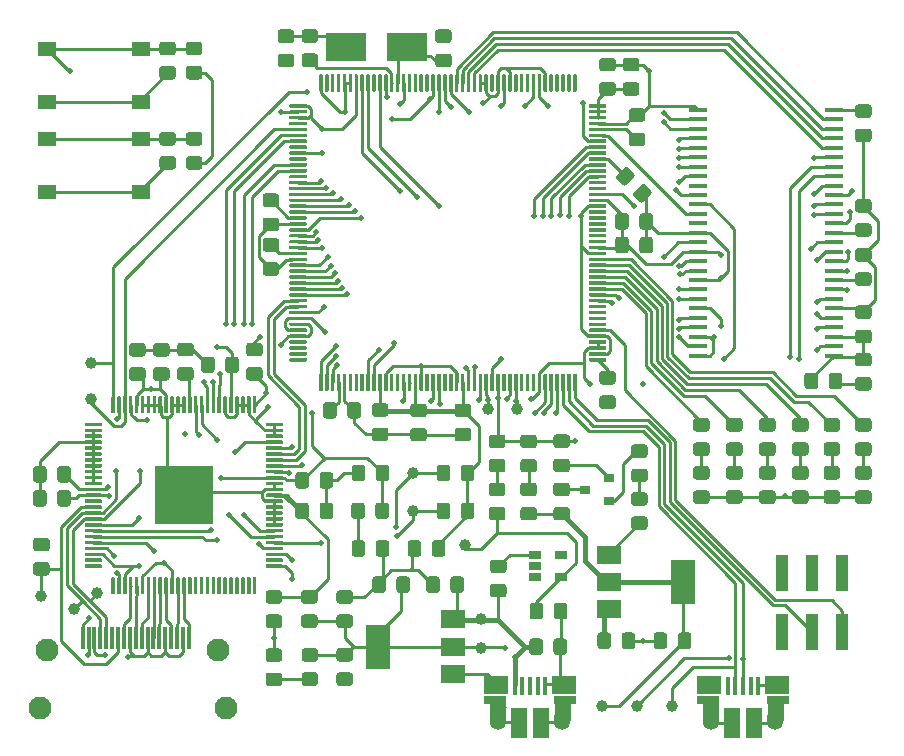
<source format=gbr>
%TF.GenerationSoftware,KiCad,Pcbnew,(5.1.6)-1*%
%TF.CreationDate,2020-12-19T20:46:54-03:30*%
%TF.ProjectId,graphics-card-rev-2,67726170-6869-4637-932d-636172642d72,rev?*%
%TF.SameCoordinates,Original*%
%TF.FileFunction,Copper,L1,Top*%
%TF.FilePolarity,Positive*%
%FSLAX46Y46*%
G04 Gerber Fmt 4.6, Leading zero omitted, Abs format (unit mm)*
G04 Created by KiCad (PCBNEW (5.1.6)-1) date 2020-12-19 20:46:54*
%MOMM*%
%LPD*%
G01*
G04 APERTURE LIST*
%TA.AperFunction,SMDPad,CuDef*%
%ADD10R,5.000000X5.000000*%
%TD*%
%TA.AperFunction,SMDPad,CuDef*%
%ADD11C,1.000000*%
%TD*%
%TA.AperFunction,SMDPad,CuDef*%
%ADD12R,1.430000X2.500000*%
%TD*%
%TA.AperFunction,ComponentPad*%
%ADD13O,1.350000X1.700000*%
%TD*%
%TA.AperFunction,ComponentPad*%
%ADD14O,1.100000X1.500000*%
%TD*%
%TA.AperFunction,SMDPad,CuDef*%
%ADD15R,0.400000X1.650000*%
%TD*%
%TA.AperFunction,SMDPad,CuDef*%
%ADD16R,2.000000X1.500000*%
%TD*%
%TA.AperFunction,SMDPad,CuDef*%
%ADD17R,1.825000X0.700000*%
%TD*%
%TA.AperFunction,SMDPad,CuDef*%
%ADD18R,1.350000X2.000000*%
%TD*%
%TA.AperFunction,SMDPad,CuDef*%
%ADD19R,0.300000X1.900000*%
%TD*%
%TA.AperFunction,ComponentPad*%
%ADD20C,1.950000*%
%TD*%
%TA.AperFunction,SMDPad,CuDef*%
%ADD21R,1.060000X0.650000*%
%TD*%
%TA.AperFunction,SMDPad,CuDef*%
%ADD22R,2.000000X3.800000*%
%TD*%
%TA.AperFunction,SMDPad,CuDef*%
%ADD23R,1.510000X0.458000*%
%TD*%
%TA.AperFunction,SMDPad,CuDef*%
%ADD24R,3.500000X2.400000*%
%TD*%
%TA.AperFunction,SMDPad,CuDef*%
%ADD25R,1.550000X1.300000*%
%TD*%
%TA.AperFunction,SMDPad,CuDef*%
%ADD26R,1.000000X3.150000*%
%TD*%
%TA.AperFunction,SMDPad,CuDef*%
%ADD27R,0.900000X0.800000*%
%TD*%
%TA.AperFunction,ViaPad*%
%ADD28C,0.500000*%
%TD*%
%TA.AperFunction,ViaPad*%
%ADD29C,3.000000*%
%TD*%
%TA.AperFunction,Conductor*%
%ADD30C,0.250000*%
%TD*%
%TA.AperFunction,Conductor*%
%ADD31C,0.400000*%
%TD*%
G04 APERTURE END LIST*
%TO.P,U6,176*%
%TO.N,+3V3*%
%TA.AperFunction,SMDPad,CuDef*%
G36*
G01*
X105980000Y-113560000D02*
X107330000Y-113560000D01*
G75*
G02*
X107405000Y-113635000I0J-75000D01*
G01*
X107405000Y-113785000D01*
G75*
G02*
X107330000Y-113860000I-75000J0D01*
G01*
X105980000Y-113860000D01*
G75*
G02*
X105905000Y-113785000I0J75000D01*
G01*
X105905000Y-113635000D01*
G75*
G02*
X105980000Y-113560000I75000J0D01*
G01*
G37*
%TD.AperFunction*%
%TO.P,U6,175*%
%TA.AperFunction,SMDPad,CuDef*%
G36*
G01*
X105980000Y-114060000D02*
X107330000Y-114060000D01*
G75*
G02*
X107405000Y-114135000I0J-75000D01*
G01*
X107405000Y-114285000D01*
G75*
G02*
X107330000Y-114360000I-75000J0D01*
G01*
X105980000Y-114360000D01*
G75*
G02*
X105905000Y-114285000I0J75000D01*
G01*
X105905000Y-114135000D01*
G75*
G02*
X105980000Y-114060000I75000J0D01*
G01*
G37*
%TD.AperFunction*%
%TO.P,U6,174*%
%TA.AperFunction,SMDPad,CuDef*%
G36*
G01*
X105980000Y-114560000D02*
X107330000Y-114560000D01*
G75*
G02*
X107405000Y-114635000I0J-75000D01*
G01*
X107405000Y-114785000D01*
G75*
G02*
X107330000Y-114860000I-75000J0D01*
G01*
X105980000Y-114860000D01*
G75*
G02*
X105905000Y-114785000I0J75000D01*
G01*
X105905000Y-114635000D01*
G75*
G02*
X105980000Y-114560000I75000J0D01*
G01*
G37*
%TD.AperFunction*%
%TO.P,U6,173*%
%TO.N,GND*%
%TA.AperFunction,SMDPad,CuDef*%
G36*
G01*
X105980000Y-115060000D02*
X107330000Y-115060000D01*
G75*
G02*
X107405000Y-115135000I0J-75000D01*
G01*
X107405000Y-115285000D01*
G75*
G02*
X107330000Y-115360000I-75000J0D01*
G01*
X105980000Y-115360000D01*
G75*
G02*
X105905000Y-115285000I0J75000D01*
G01*
X105905000Y-115135000D01*
G75*
G02*
X105980000Y-115060000I75000J0D01*
G01*
G37*
%TD.AperFunction*%
%TO.P,U6,172*%
%TO.N,Net-(C54-Pad1)*%
%TA.AperFunction,SMDPad,CuDef*%
G36*
G01*
X105980000Y-115560000D02*
X107330000Y-115560000D01*
G75*
G02*
X107405000Y-115635000I0J-75000D01*
G01*
X107405000Y-115785000D01*
G75*
G02*
X107330000Y-115860000I-75000J0D01*
G01*
X105980000Y-115860000D01*
G75*
G02*
X105905000Y-115785000I0J75000D01*
G01*
X105905000Y-115635000D01*
G75*
G02*
X105980000Y-115560000I75000J0D01*
G01*
G37*
%TD.AperFunction*%
%TO.P,U6,171*%
%TO.N,/RAM_NBL1*%
%TA.AperFunction,SMDPad,CuDef*%
G36*
G01*
X105980000Y-116060000D02*
X107330000Y-116060000D01*
G75*
G02*
X107405000Y-116135000I0J-75000D01*
G01*
X107405000Y-116285000D01*
G75*
G02*
X107330000Y-116360000I-75000J0D01*
G01*
X105980000Y-116360000D01*
G75*
G02*
X105905000Y-116285000I0J75000D01*
G01*
X105905000Y-116135000D01*
G75*
G02*
X105980000Y-116060000I75000J0D01*
G01*
G37*
%TD.AperFunction*%
%TO.P,U6,170*%
%TO.N,/RAM_NBL0*%
%TA.AperFunction,SMDPad,CuDef*%
G36*
G01*
X105980000Y-116560000D02*
X107330000Y-116560000D01*
G75*
G02*
X107405000Y-116635000I0J-75000D01*
G01*
X107405000Y-116785000D01*
G75*
G02*
X107330000Y-116860000I-75000J0D01*
G01*
X105980000Y-116860000D01*
G75*
G02*
X105905000Y-116785000I0J75000D01*
G01*
X105905000Y-116635000D01*
G75*
G02*
X105980000Y-116560000I75000J0D01*
G01*
G37*
%TD.AperFunction*%
%TO.P,U6,169*%
%TO.N,/B_CB_7*%
%TA.AperFunction,SMDPad,CuDef*%
G36*
G01*
X105980000Y-117060000D02*
X107330000Y-117060000D01*
G75*
G02*
X107405000Y-117135000I0J-75000D01*
G01*
X107405000Y-117285000D01*
G75*
G02*
X107330000Y-117360000I-75000J0D01*
G01*
X105980000Y-117360000D01*
G75*
G02*
X105905000Y-117285000I0J75000D01*
G01*
X105905000Y-117135000D01*
G75*
G02*
X105980000Y-117060000I75000J0D01*
G01*
G37*
%TD.AperFunction*%
%TO.P,U6,168*%
%TO.N,/B_CB_6*%
%TA.AperFunction,SMDPad,CuDef*%
G36*
G01*
X105980000Y-117560000D02*
X107330000Y-117560000D01*
G75*
G02*
X107405000Y-117635000I0J-75000D01*
G01*
X107405000Y-117785000D01*
G75*
G02*
X107330000Y-117860000I-75000J0D01*
G01*
X105980000Y-117860000D01*
G75*
G02*
X105905000Y-117785000I0J75000D01*
G01*
X105905000Y-117635000D01*
G75*
G02*
X105980000Y-117560000I75000J0D01*
G01*
G37*
%TD.AperFunction*%
%TO.P,U6,167*%
%TO.N,Net-(R2-Pad1)*%
%TA.AperFunction,SMDPad,CuDef*%
G36*
G01*
X105980000Y-118060000D02*
X107330000Y-118060000D01*
G75*
G02*
X107405000Y-118135000I0J-75000D01*
G01*
X107405000Y-118285000D01*
G75*
G02*
X107330000Y-118360000I-75000J0D01*
G01*
X105980000Y-118360000D01*
G75*
G02*
X105905000Y-118285000I0J75000D01*
G01*
X105905000Y-118135000D01*
G75*
G02*
X105980000Y-118060000I75000J0D01*
G01*
G37*
%TD.AperFunction*%
%TO.P,U6,166*%
%TO.N,/CSDA*%
%TA.AperFunction,SMDPad,CuDef*%
G36*
G01*
X105980000Y-118560000D02*
X107330000Y-118560000D01*
G75*
G02*
X107405000Y-118635000I0J-75000D01*
G01*
X107405000Y-118785000D01*
G75*
G02*
X107330000Y-118860000I-75000J0D01*
G01*
X105980000Y-118860000D01*
G75*
G02*
X105905000Y-118785000I0J75000D01*
G01*
X105905000Y-118635000D01*
G75*
G02*
X105980000Y-118560000I75000J0D01*
G01*
G37*
%TD.AperFunction*%
%TO.P,U6,165*%
%TO.N,/CSCL*%
%TA.AperFunction,SMDPad,CuDef*%
G36*
G01*
X105980000Y-119060000D02*
X107330000Y-119060000D01*
G75*
G02*
X107405000Y-119135000I0J-75000D01*
G01*
X107405000Y-119285000D01*
G75*
G02*
X107330000Y-119360000I-75000J0D01*
G01*
X105980000Y-119360000D01*
G75*
G02*
X105905000Y-119285000I0J75000D01*
G01*
X105905000Y-119135000D01*
G75*
G02*
X105980000Y-119060000I75000J0D01*
G01*
G37*
%TD.AperFunction*%
%TO.P,U6,164*%
%TO.N,/INT_SII*%
%TA.AperFunction,SMDPad,CuDef*%
G36*
G01*
X105980000Y-119560000D02*
X107330000Y-119560000D01*
G75*
G02*
X107405000Y-119635000I0J-75000D01*
G01*
X107405000Y-119785000D01*
G75*
G02*
X107330000Y-119860000I-75000J0D01*
G01*
X105980000Y-119860000D01*
G75*
G02*
X105905000Y-119785000I0J75000D01*
G01*
X105905000Y-119635000D01*
G75*
G02*
X105980000Y-119560000I75000J0D01*
G01*
G37*
%TD.AperFunction*%
%TO.P,U6,163*%
%TO.N,Net-(U6-Pad163)*%
%TA.AperFunction,SMDPad,CuDef*%
G36*
G01*
X105980000Y-120060000D02*
X107330000Y-120060000D01*
G75*
G02*
X107405000Y-120135000I0J-75000D01*
G01*
X107405000Y-120285000D01*
G75*
G02*
X107330000Y-120360000I-75000J0D01*
G01*
X105980000Y-120360000D01*
G75*
G02*
X105905000Y-120285000I0J75000D01*
G01*
X105905000Y-120135000D01*
G75*
G02*
X105980000Y-120060000I75000J0D01*
G01*
G37*
%TD.AperFunction*%
%TO.P,U6,162*%
%TO.N,Net-(U6-Pad162)*%
%TA.AperFunction,SMDPad,CuDef*%
G36*
G01*
X105980000Y-120560000D02*
X107330000Y-120560000D01*
G75*
G02*
X107405000Y-120635000I0J-75000D01*
G01*
X107405000Y-120785000D01*
G75*
G02*
X107330000Y-120860000I-75000J0D01*
G01*
X105980000Y-120860000D01*
G75*
G02*
X105905000Y-120785000I0J75000D01*
G01*
X105905000Y-120635000D01*
G75*
G02*
X105980000Y-120560000I75000J0D01*
G01*
G37*
%TD.AperFunction*%
%TO.P,U6,161*%
%TO.N,/~RAM_CAS*%
%TA.AperFunction,SMDPad,CuDef*%
G36*
G01*
X105980000Y-121060000D02*
X107330000Y-121060000D01*
G75*
G02*
X107405000Y-121135000I0J-75000D01*
G01*
X107405000Y-121285000D01*
G75*
G02*
X107330000Y-121360000I-75000J0D01*
G01*
X105980000Y-121360000D01*
G75*
G02*
X105905000Y-121285000I0J75000D01*
G01*
X105905000Y-121135000D01*
G75*
G02*
X105980000Y-121060000I75000J0D01*
G01*
G37*
%TD.AperFunction*%
%TO.P,U6,160*%
%TO.N,+3V3*%
%TA.AperFunction,SMDPad,CuDef*%
G36*
G01*
X105980000Y-121560000D02*
X107330000Y-121560000D01*
G75*
G02*
X107405000Y-121635000I0J-75000D01*
G01*
X107405000Y-121785000D01*
G75*
G02*
X107330000Y-121860000I-75000J0D01*
G01*
X105980000Y-121860000D01*
G75*
G02*
X105905000Y-121785000I0J75000D01*
G01*
X105905000Y-121635000D01*
G75*
G02*
X105980000Y-121560000I75000J0D01*
G01*
G37*
%TD.AperFunction*%
%TO.P,U6,159*%
%TO.N,GND*%
%TA.AperFunction,SMDPad,CuDef*%
G36*
G01*
X105980000Y-122060000D02*
X107330000Y-122060000D01*
G75*
G02*
X107405000Y-122135000I0J-75000D01*
G01*
X107405000Y-122285000D01*
G75*
G02*
X107330000Y-122360000I-75000J0D01*
G01*
X105980000Y-122360000D01*
G75*
G02*
X105905000Y-122285000I0J75000D01*
G01*
X105905000Y-122135000D01*
G75*
G02*
X105980000Y-122060000I75000J0D01*
G01*
G37*
%TD.AperFunction*%
%TO.P,U6,158*%
%TO.N,Net-(U6-Pad158)*%
%TA.AperFunction,SMDPad,CuDef*%
G36*
G01*
X105980000Y-122560000D02*
X107330000Y-122560000D01*
G75*
G02*
X107405000Y-122635000I0J-75000D01*
G01*
X107405000Y-122785000D01*
G75*
G02*
X107330000Y-122860000I-75000J0D01*
G01*
X105980000Y-122860000D01*
G75*
G02*
X105905000Y-122785000I0J75000D01*
G01*
X105905000Y-122635000D01*
G75*
G02*
X105980000Y-122560000I75000J0D01*
G01*
G37*
%TD.AperFunction*%
%TO.P,U6,157*%
%TO.N,Net-(U6-Pad157)*%
%TA.AperFunction,SMDPad,CuDef*%
G36*
G01*
X105980000Y-123060000D02*
X107330000Y-123060000D01*
G75*
G02*
X107405000Y-123135000I0J-75000D01*
G01*
X107405000Y-123285000D01*
G75*
G02*
X107330000Y-123360000I-75000J0D01*
G01*
X105980000Y-123360000D01*
G75*
G02*
X105905000Y-123285000I0J75000D01*
G01*
X105905000Y-123135000D01*
G75*
G02*
X105980000Y-123060000I75000J0D01*
G01*
G37*
%TD.AperFunction*%
%TO.P,U6,156*%
%TO.N,Net-(U6-Pad156)*%
%TA.AperFunction,SMDPad,CuDef*%
G36*
G01*
X105980000Y-123560000D02*
X107330000Y-123560000D01*
G75*
G02*
X107405000Y-123635000I0J-75000D01*
G01*
X107405000Y-123785000D01*
G75*
G02*
X107330000Y-123860000I-75000J0D01*
G01*
X105980000Y-123860000D01*
G75*
G02*
X105905000Y-123785000I0J75000D01*
G01*
X105905000Y-123635000D01*
G75*
G02*
X105980000Y-123560000I75000J0D01*
G01*
G37*
%TD.AperFunction*%
%TO.P,U6,155*%
%TO.N,Net-(U6-Pad155)*%
%TA.AperFunction,SMDPad,CuDef*%
G36*
G01*
X105980000Y-124060000D02*
X107330000Y-124060000D01*
G75*
G02*
X107405000Y-124135000I0J-75000D01*
G01*
X107405000Y-124285000D01*
G75*
G02*
X107330000Y-124360000I-75000J0D01*
G01*
X105980000Y-124360000D01*
G75*
G02*
X105905000Y-124285000I0J75000D01*
G01*
X105905000Y-124135000D01*
G75*
G02*
X105980000Y-124060000I75000J0D01*
G01*
G37*
%TD.AperFunction*%
%TO.P,U6,154*%
%TO.N,Net-(U6-Pad154)*%
%TA.AperFunction,SMDPad,CuDef*%
G36*
G01*
X105980000Y-124560000D02*
X107330000Y-124560000D01*
G75*
G02*
X107405000Y-124635000I0J-75000D01*
G01*
X107405000Y-124785000D01*
G75*
G02*
X107330000Y-124860000I-75000J0D01*
G01*
X105980000Y-124860000D01*
G75*
G02*
X105905000Y-124785000I0J75000D01*
G01*
X105905000Y-124635000D01*
G75*
G02*
X105980000Y-124560000I75000J0D01*
G01*
G37*
%TD.AperFunction*%
%TO.P,U6,153*%
%TO.N,Net-(U6-Pad153)*%
%TA.AperFunction,SMDPad,CuDef*%
G36*
G01*
X105980000Y-125060000D02*
X107330000Y-125060000D01*
G75*
G02*
X107405000Y-125135000I0J-75000D01*
G01*
X107405000Y-125285000D01*
G75*
G02*
X107330000Y-125360000I-75000J0D01*
G01*
X105980000Y-125360000D01*
G75*
G02*
X105905000Y-125285000I0J75000D01*
G01*
X105905000Y-125135000D01*
G75*
G02*
X105980000Y-125060000I75000J0D01*
G01*
G37*
%TD.AperFunction*%
%TO.P,U6,152*%
%TO.N,+3V3*%
%TA.AperFunction,SMDPad,CuDef*%
G36*
G01*
X105980000Y-125560000D02*
X107330000Y-125560000D01*
G75*
G02*
X107405000Y-125635000I0J-75000D01*
G01*
X107405000Y-125785000D01*
G75*
G02*
X107330000Y-125860000I-75000J0D01*
G01*
X105980000Y-125860000D01*
G75*
G02*
X105905000Y-125785000I0J75000D01*
G01*
X105905000Y-125635000D01*
G75*
G02*
X105980000Y-125560000I75000J0D01*
G01*
G37*
%TD.AperFunction*%
%TO.P,U6,151*%
%TO.N,GND*%
%TA.AperFunction,SMDPad,CuDef*%
G36*
G01*
X105980000Y-126060000D02*
X107330000Y-126060000D01*
G75*
G02*
X107405000Y-126135000I0J-75000D01*
G01*
X107405000Y-126285000D01*
G75*
G02*
X107330000Y-126360000I-75000J0D01*
G01*
X105980000Y-126360000D01*
G75*
G02*
X105905000Y-126285000I0J75000D01*
G01*
X105905000Y-126135000D01*
G75*
G02*
X105980000Y-126060000I75000J0D01*
G01*
G37*
%TD.AperFunction*%
%TO.P,U6,150*%
%TO.N,/LED_ERR*%
%TA.AperFunction,SMDPad,CuDef*%
G36*
G01*
X105980000Y-126560000D02*
X107330000Y-126560000D01*
G75*
G02*
X107405000Y-126635000I0J-75000D01*
G01*
X107405000Y-126785000D01*
G75*
G02*
X107330000Y-126860000I-75000J0D01*
G01*
X105980000Y-126860000D01*
G75*
G02*
X105905000Y-126785000I0J75000D01*
G01*
X105905000Y-126635000D01*
G75*
G02*
X105980000Y-126560000I75000J0D01*
G01*
G37*
%TD.AperFunction*%
%TO.P,U6,149*%
%TO.N,/LED_WARN*%
%TA.AperFunction,SMDPad,CuDef*%
G36*
G01*
X105980000Y-127060000D02*
X107330000Y-127060000D01*
G75*
G02*
X107405000Y-127135000I0J-75000D01*
G01*
X107405000Y-127285000D01*
G75*
G02*
X107330000Y-127360000I-75000J0D01*
G01*
X105980000Y-127360000D01*
G75*
G02*
X105905000Y-127285000I0J75000D01*
G01*
X105905000Y-127135000D01*
G75*
G02*
X105980000Y-127060000I75000J0D01*
G01*
G37*
%TD.AperFunction*%
%TO.P,U6,148*%
%TO.N,/LED_OK*%
%TA.AperFunction,SMDPad,CuDef*%
G36*
G01*
X105980000Y-127560000D02*
X107330000Y-127560000D01*
G75*
G02*
X107405000Y-127635000I0J-75000D01*
G01*
X107405000Y-127785000D01*
G75*
G02*
X107330000Y-127860000I-75000J0D01*
G01*
X105980000Y-127860000D01*
G75*
G02*
X105905000Y-127785000I0J75000D01*
G01*
X105905000Y-127635000D01*
G75*
G02*
X105980000Y-127560000I75000J0D01*
G01*
G37*
%TD.AperFunction*%
%TO.P,U6,147*%
%TO.N,/LED_IND2*%
%TA.AperFunction,SMDPad,CuDef*%
G36*
G01*
X105980000Y-128060000D02*
X107330000Y-128060000D01*
G75*
G02*
X107405000Y-128135000I0J-75000D01*
G01*
X107405000Y-128285000D01*
G75*
G02*
X107330000Y-128360000I-75000J0D01*
G01*
X105980000Y-128360000D01*
G75*
G02*
X105905000Y-128285000I0J75000D01*
G01*
X105905000Y-128135000D01*
G75*
G02*
X105980000Y-128060000I75000J0D01*
G01*
G37*
%TD.AperFunction*%
%TO.P,U6,146*%
%TO.N,/LED_IND1*%
%TA.AperFunction,SMDPad,CuDef*%
G36*
G01*
X105980000Y-128560000D02*
X107330000Y-128560000D01*
G75*
G02*
X107405000Y-128635000I0J-75000D01*
G01*
X107405000Y-128785000D01*
G75*
G02*
X107330000Y-128860000I-75000J0D01*
G01*
X105980000Y-128860000D01*
G75*
G02*
X105905000Y-128785000I0J75000D01*
G01*
X105905000Y-128635000D01*
G75*
G02*
X105980000Y-128560000I75000J0D01*
G01*
G37*
%TD.AperFunction*%
%TO.P,U6,145*%
%TO.N,/LED_IND0*%
%TA.AperFunction,SMDPad,CuDef*%
G36*
G01*
X105980000Y-129060000D02*
X107330000Y-129060000D01*
G75*
G02*
X107405000Y-129135000I0J-75000D01*
G01*
X107405000Y-129285000D01*
G75*
G02*
X107330000Y-129360000I-75000J0D01*
G01*
X105980000Y-129360000D01*
G75*
G02*
X105905000Y-129285000I0J75000D01*
G01*
X105905000Y-129135000D01*
G75*
G02*
X105980000Y-129060000I75000J0D01*
G01*
G37*
%TD.AperFunction*%
%TO.P,U6,144*%
%TO.N,/RAM_D3*%
%TA.AperFunction,SMDPad,CuDef*%
G36*
G01*
X105980000Y-129560000D02*
X107330000Y-129560000D01*
G75*
G02*
X107405000Y-129635000I0J-75000D01*
G01*
X107405000Y-129785000D01*
G75*
G02*
X107330000Y-129860000I-75000J0D01*
G01*
X105980000Y-129860000D01*
G75*
G02*
X105905000Y-129785000I0J75000D01*
G01*
X105905000Y-129635000D01*
G75*
G02*
X105980000Y-129560000I75000J0D01*
G01*
G37*
%TD.AperFunction*%
%TO.P,U6,143*%
%TO.N,/RAM_D2*%
%TA.AperFunction,SMDPad,CuDef*%
G36*
G01*
X105980000Y-130060000D02*
X107330000Y-130060000D01*
G75*
G02*
X107405000Y-130135000I0J-75000D01*
G01*
X107405000Y-130285000D01*
G75*
G02*
X107330000Y-130360000I-75000J0D01*
G01*
X105980000Y-130360000D01*
G75*
G02*
X105905000Y-130285000I0J75000D01*
G01*
X105905000Y-130135000D01*
G75*
G02*
X105980000Y-130060000I75000J0D01*
G01*
G37*
%TD.AperFunction*%
%TO.P,U6,142*%
%TO.N,Net-(U6-Pad142)*%
%TA.AperFunction,SMDPad,CuDef*%
G36*
G01*
X105980000Y-130560000D02*
X107330000Y-130560000D01*
G75*
G02*
X107405000Y-130635000I0J-75000D01*
G01*
X107405000Y-130785000D01*
G75*
G02*
X107330000Y-130860000I-75000J0D01*
G01*
X105980000Y-130860000D01*
G75*
G02*
X105905000Y-130785000I0J75000D01*
G01*
X105905000Y-130635000D01*
G75*
G02*
X105980000Y-130560000I75000J0D01*
G01*
G37*
%TD.AperFunction*%
%TO.P,U6,141*%
%TO.N,Net-(U6-Pad141)*%
%TA.AperFunction,SMDPad,CuDef*%
G36*
G01*
X105980000Y-131060000D02*
X107330000Y-131060000D01*
G75*
G02*
X107405000Y-131135000I0J-75000D01*
G01*
X107405000Y-131285000D01*
G75*
G02*
X107330000Y-131360000I-75000J0D01*
G01*
X105980000Y-131360000D01*
G75*
G02*
X105905000Y-131285000I0J75000D01*
G01*
X105905000Y-131135000D01*
G75*
G02*
X105980000Y-131060000I75000J0D01*
G01*
G37*
%TD.AperFunction*%
%TO.P,U6,140*%
%TO.N,Net-(U6-Pad140)*%
%TA.AperFunction,SMDPad,CuDef*%
G36*
G01*
X105980000Y-131560000D02*
X107330000Y-131560000D01*
G75*
G02*
X107405000Y-131635000I0J-75000D01*
G01*
X107405000Y-131785000D01*
G75*
G02*
X107330000Y-131860000I-75000J0D01*
G01*
X105980000Y-131860000D01*
G75*
G02*
X105905000Y-131785000I0J75000D01*
G01*
X105905000Y-131635000D01*
G75*
G02*
X105980000Y-131560000I75000J0D01*
G01*
G37*
%TD.AperFunction*%
%TO.P,U6,139*%
%TO.N,Net-(U6-Pad139)*%
%TA.AperFunction,SMDPad,CuDef*%
G36*
G01*
X105980000Y-132060000D02*
X107330000Y-132060000D01*
G75*
G02*
X107405000Y-132135000I0J-75000D01*
G01*
X107405000Y-132285000D01*
G75*
G02*
X107330000Y-132360000I-75000J0D01*
G01*
X105980000Y-132360000D01*
G75*
G02*
X105905000Y-132285000I0J75000D01*
G01*
X105905000Y-132135000D01*
G75*
G02*
X105980000Y-132060000I75000J0D01*
G01*
G37*
%TD.AperFunction*%
%TO.P,U6,138*%
%TO.N,/SWCLK*%
%TA.AperFunction,SMDPad,CuDef*%
G36*
G01*
X105980000Y-132560000D02*
X107330000Y-132560000D01*
G75*
G02*
X107405000Y-132635000I0J-75000D01*
G01*
X107405000Y-132785000D01*
G75*
G02*
X107330000Y-132860000I-75000J0D01*
G01*
X105980000Y-132860000D01*
G75*
G02*
X105905000Y-132785000I0J75000D01*
G01*
X105905000Y-132635000D01*
G75*
G02*
X105980000Y-132560000I75000J0D01*
G01*
G37*
%TD.AperFunction*%
%TO.P,U6,137*%
%TO.N,GND*%
%TA.AperFunction,SMDPad,CuDef*%
G36*
G01*
X105980000Y-133060000D02*
X107330000Y-133060000D01*
G75*
G02*
X107405000Y-133135000I0J-75000D01*
G01*
X107405000Y-133285000D01*
G75*
G02*
X107330000Y-133360000I-75000J0D01*
G01*
X105980000Y-133360000D01*
G75*
G02*
X105905000Y-133285000I0J75000D01*
G01*
X105905000Y-133135000D01*
G75*
G02*
X105980000Y-133060000I75000J0D01*
G01*
G37*
%TD.AperFunction*%
%TO.P,U6,136*%
%TO.N,+3V3*%
%TA.AperFunction,SMDPad,CuDef*%
G36*
G01*
X105980000Y-133560000D02*
X107330000Y-133560000D01*
G75*
G02*
X107405000Y-133635000I0J-75000D01*
G01*
X107405000Y-133785000D01*
G75*
G02*
X107330000Y-133860000I-75000J0D01*
G01*
X105980000Y-133860000D01*
G75*
G02*
X105905000Y-133785000I0J75000D01*
G01*
X105905000Y-133635000D01*
G75*
G02*
X105980000Y-133560000I75000J0D01*
G01*
G37*
%TD.AperFunction*%
%TO.P,U6,135*%
%TA.AperFunction,SMDPad,CuDef*%
G36*
G01*
X105980000Y-134060000D02*
X107330000Y-134060000D01*
G75*
G02*
X107405000Y-134135000I0J-75000D01*
G01*
X107405000Y-134285000D01*
G75*
G02*
X107330000Y-134360000I-75000J0D01*
G01*
X105980000Y-134360000D01*
G75*
G02*
X105905000Y-134285000I0J75000D01*
G01*
X105905000Y-134135000D01*
G75*
G02*
X105980000Y-134060000I75000J0D01*
G01*
G37*
%TD.AperFunction*%
%TO.P,U6,134*%
%TO.N,GND*%
%TA.AperFunction,SMDPad,CuDef*%
G36*
G01*
X105980000Y-134560000D02*
X107330000Y-134560000D01*
G75*
G02*
X107405000Y-134635000I0J-75000D01*
G01*
X107405000Y-134785000D01*
G75*
G02*
X107330000Y-134860000I-75000J0D01*
G01*
X105980000Y-134860000D01*
G75*
G02*
X105905000Y-134785000I0J75000D01*
G01*
X105905000Y-134635000D01*
G75*
G02*
X105980000Y-134560000I75000J0D01*
G01*
G37*
%TD.AperFunction*%
%TO.P,U6,133*%
%TO.N,Net-(C53-Pad1)*%
%TA.AperFunction,SMDPad,CuDef*%
G36*
G01*
X105980000Y-135060000D02*
X107330000Y-135060000D01*
G75*
G02*
X107405000Y-135135000I0J-75000D01*
G01*
X107405000Y-135285000D01*
G75*
G02*
X107330000Y-135360000I-75000J0D01*
G01*
X105980000Y-135360000D01*
G75*
G02*
X105905000Y-135285000I0J75000D01*
G01*
X105905000Y-135135000D01*
G75*
G02*
X105980000Y-135060000I75000J0D01*
G01*
G37*
%TD.AperFunction*%
%TO.P,U6,132*%
%TO.N,/SWDIO*%
%TA.AperFunction,SMDPad,CuDef*%
G36*
G01*
X104655000Y-136385000D02*
X104805000Y-136385000D01*
G75*
G02*
X104880000Y-136460000I0J-75000D01*
G01*
X104880000Y-137810000D01*
G75*
G02*
X104805000Y-137885000I-75000J0D01*
G01*
X104655000Y-137885000D01*
G75*
G02*
X104580000Y-137810000I0J75000D01*
G01*
X104580000Y-136460000D01*
G75*
G02*
X104655000Y-136385000I75000J0D01*
G01*
G37*
%TD.AperFunction*%
%TO.P,U6,131*%
%TO.N,/USB_D+*%
%TA.AperFunction,SMDPad,CuDef*%
G36*
G01*
X104155000Y-136385000D02*
X104305000Y-136385000D01*
G75*
G02*
X104380000Y-136460000I0J-75000D01*
G01*
X104380000Y-137810000D01*
G75*
G02*
X104305000Y-137885000I-75000J0D01*
G01*
X104155000Y-137885000D01*
G75*
G02*
X104080000Y-137810000I0J75000D01*
G01*
X104080000Y-136460000D01*
G75*
G02*
X104155000Y-136385000I75000J0D01*
G01*
G37*
%TD.AperFunction*%
%TO.P,U6,130*%
%TO.N,/USB_D-*%
%TA.AperFunction,SMDPad,CuDef*%
G36*
G01*
X103655000Y-136385000D02*
X103805000Y-136385000D01*
G75*
G02*
X103880000Y-136460000I0J-75000D01*
G01*
X103880000Y-137810000D01*
G75*
G02*
X103805000Y-137885000I-75000J0D01*
G01*
X103655000Y-137885000D01*
G75*
G02*
X103580000Y-137810000I0J75000D01*
G01*
X103580000Y-136460000D01*
G75*
G02*
X103655000Y-136385000I75000J0D01*
G01*
G37*
%TD.AperFunction*%
%TO.P,U6,129*%
%TO.N,/B_CB_4*%
%TA.AperFunction,SMDPad,CuDef*%
G36*
G01*
X103155000Y-136385000D02*
X103305000Y-136385000D01*
G75*
G02*
X103380000Y-136460000I0J-75000D01*
G01*
X103380000Y-137810000D01*
G75*
G02*
X103305000Y-137885000I-75000J0D01*
G01*
X103155000Y-137885000D01*
G75*
G02*
X103080000Y-137810000I0J75000D01*
G01*
X103080000Y-136460000D01*
G75*
G02*
X103155000Y-136385000I75000J0D01*
G01*
G37*
%TD.AperFunction*%
%TO.P,U6,128*%
%TO.N,/R_CR_5*%
%TA.AperFunction,SMDPad,CuDef*%
G36*
G01*
X102655000Y-136385000D02*
X102805000Y-136385000D01*
G75*
G02*
X102880000Y-136460000I0J-75000D01*
G01*
X102880000Y-137810000D01*
G75*
G02*
X102805000Y-137885000I-75000J0D01*
G01*
X102655000Y-137885000D01*
G75*
G02*
X102580000Y-137810000I0J75000D01*
G01*
X102580000Y-136460000D01*
G75*
G02*
X102655000Y-136385000I75000J0D01*
G01*
G37*
%TD.AperFunction*%
%TO.P,U6,127*%
%TO.N,/B_CB_3*%
%TA.AperFunction,SMDPad,CuDef*%
G36*
G01*
X102155000Y-136385000D02*
X102305000Y-136385000D01*
G75*
G02*
X102380000Y-136460000I0J-75000D01*
G01*
X102380000Y-137810000D01*
G75*
G02*
X102305000Y-137885000I-75000J0D01*
G01*
X102155000Y-137885000D01*
G75*
G02*
X102080000Y-137810000I0J75000D01*
G01*
X102080000Y-136460000D01*
G75*
G02*
X102155000Y-136385000I75000J0D01*
G01*
G37*
%TD.AperFunction*%
%TO.P,U6,126*%
%TO.N,+3V3*%
%TA.AperFunction,SMDPad,CuDef*%
G36*
G01*
X101655000Y-136385000D02*
X101805000Y-136385000D01*
G75*
G02*
X101880000Y-136460000I0J-75000D01*
G01*
X101880000Y-137810000D01*
G75*
G02*
X101805000Y-137885000I-75000J0D01*
G01*
X101655000Y-137885000D01*
G75*
G02*
X101580000Y-137810000I0J75000D01*
G01*
X101580000Y-136460000D01*
G75*
G02*
X101655000Y-136385000I75000J0D01*
G01*
G37*
%TD.AperFunction*%
%TO.P,U6,125*%
%TO.N,Net-(U6-Pad125)*%
%TA.AperFunction,SMDPad,CuDef*%
G36*
G01*
X101155000Y-136385000D02*
X101305000Y-136385000D01*
G75*
G02*
X101380000Y-136460000I0J-75000D01*
G01*
X101380000Y-137810000D01*
G75*
G02*
X101305000Y-137885000I-75000J0D01*
G01*
X101155000Y-137885000D01*
G75*
G02*
X101080000Y-137810000I0J75000D01*
G01*
X101080000Y-136460000D01*
G75*
G02*
X101155000Y-136385000I75000J0D01*
G01*
G37*
%TD.AperFunction*%
%TO.P,U6,124*%
%TO.N,Net-(U6-Pad124)*%
%TA.AperFunction,SMDPad,CuDef*%
G36*
G01*
X100655000Y-136385000D02*
X100805000Y-136385000D01*
G75*
G02*
X100880000Y-136460000I0J-75000D01*
G01*
X100880000Y-137810000D01*
G75*
G02*
X100805000Y-137885000I-75000J0D01*
G01*
X100655000Y-137885000D01*
G75*
G02*
X100580000Y-137810000I0J75000D01*
G01*
X100580000Y-136460000D01*
G75*
G02*
X100655000Y-136385000I75000J0D01*
G01*
G37*
%TD.AperFunction*%
%TO.P,U6,123*%
%TO.N,Net-(U6-Pad123)*%
%TA.AperFunction,SMDPad,CuDef*%
G36*
G01*
X100155000Y-136385000D02*
X100305000Y-136385000D01*
G75*
G02*
X100380000Y-136460000I0J-75000D01*
G01*
X100380000Y-137810000D01*
G75*
G02*
X100305000Y-137885000I-75000J0D01*
G01*
X100155000Y-137885000D01*
G75*
G02*
X100080000Y-137810000I0J75000D01*
G01*
X100080000Y-136460000D01*
G75*
G02*
X100155000Y-136385000I75000J0D01*
G01*
G37*
%TD.AperFunction*%
%TO.P,U6,122*%
%TO.N,/HSYNC*%
%TA.AperFunction,SMDPad,CuDef*%
G36*
G01*
X99655000Y-136385000D02*
X99805000Y-136385000D01*
G75*
G02*
X99880000Y-136460000I0J-75000D01*
G01*
X99880000Y-137810000D01*
G75*
G02*
X99805000Y-137885000I-75000J0D01*
G01*
X99655000Y-137885000D01*
G75*
G02*
X99580000Y-137810000I0J75000D01*
G01*
X99580000Y-136460000D01*
G75*
G02*
X99655000Y-136385000I75000J0D01*
G01*
G37*
%TD.AperFunction*%
%TO.P,U6,121*%
%TO.N,+3V3*%
%TA.AperFunction,SMDPad,CuDef*%
G36*
G01*
X99155000Y-136385000D02*
X99305000Y-136385000D01*
G75*
G02*
X99380000Y-136460000I0J-75000D01*
G01*
X99380000Y-137810000D01*
G75*
G02*
X99305000Y-137885000I-75000J0D01*
G01*
X99155000Y-137885000D01*
G75*
G02*
X99080000Y-137810000I0J75000D01*
G01*
X99080000Y-136460000D01*
G75*
G02*
X99155000Y-136385000I75000J0D01*
G01*
G37*
%TD.AperFunction*%
%TO.P,U6,120*%
%TO.N,Net-(U6-Pad120)*%
%TA.AperFunction,SMDPad,CuDef*%
G36*
G01*
X98655000Y-136385000D02*
X98805000Y-136385000D01*
G75*
G02*
X98880000Y-136460000I0J-75000D01*
G01*
X98880000Y-137810000D01*
G75*
G02*
X98805000Y-137885000I-75000J0D01*
G01*
X98655000Y-137885000D01*
G75*
G02*
X98580000Y-137810000I0J75000D01*
G01*
X98580000Y-136460000D01*
G75*
G02*
X98655000Y-136385000I75000J0D01*
G01*
G37*
%TD.AperFunction*%
%TO.P,U6,119*%
%TO.N,GND*%
%TA.AperFunction,SMDPad,CuDef*%
G36*
G01*
X98155000Y-136385000D02*
X98305000Y-136385000D01*
G75*
G02*
X98380000Y-136460000I0J-75000D01*
G01*
X98380000Y-137810000D01*
G75*
G02*
X98305000Y-137885000I-75000J0D01*
G01*
X98155000Y-137885000D01*
G75*
G02*
X98080000Y-137810000I0J75000D01*
G01*
X98080000Y-136460000D01*
G75*
G02*
X98155000Y-136385000I75000J0D01*
G01*
G37*
%TD.AperFunction*%
%TO.P,U6,118*%
%TO.N,/RAM_CLK*%
%TA.AperFunction,SMDPad,CuDef*%
G36*
G01*
X97655000Y-136385000D02*
X97805000Y-136385000D01*
G75*
G02*
X97880000Y-136460000I0J-75000D01*
G01*
X97880000Y-137810000D01*
G75*
G02*
X97805000Y-137885000I-75000J0D01*
G01*
X97655000Y-137885000D01*
G75*
G02*
X97580000Y-137810000I0J75000D01*
G01*
X97580000Y-136460000D01*
G75*
G02*
X97655000Y-136385000I75000J0D01*
G01*
G37*
%TD.AperFunction*%
%TO.P,U6,117*%
%TO.N,/IDCK*%
%TA.AperFunction,SMDPad,CuDef*%
G36*
G01*
X97155000Y-136385000D02*
X97305000Y-136385000D01*
G75*
G02*
X97380000Y-136460000I0J-75000D01*
G01*
X97380000Y-137810000D01*
G75*
G02*
X97305000Y-137885000I-75000J0D01*
G01*
X97155000Y-137885000D01*
G75*
G02*
X97080000Y-137810000I0J75000D01*
G01*
X97080000Y-136460000D01*
G75*
G02*
X97155000Y-136385000I75000J0D01*
G01*
G37*
%TD.AperFunction*%
%TO.P,U6,116*%
%TO.N,/R_CR_7*%
%TA.AperFunction,SMDPad,CuDef*%
G36*
G01*
X96655000Y-136385000D02*
X96805000Y-136385000D01*
G75*
G02*
X96880000Y-136460000I0J-75000D01*
G01*
X96880000Y-137810000D01*
G75*
G02*
X96805000Y-137885000I-75000J0D01*
G01*
X96655000Y-137885000D01*
G75*
G02*
X96580000Y-137810000I0J75000D01*
G01*
X96580000Y-136460000D01*
G75*
G02*
X96655000Y-136385000I75000J0D01*
G01*
G37*
%TD.AperFunction*%
%TO.P,U6,115*%
%TO.N,/RAM_BA1*%
%TA.AperFunction,SMDPad,CuDef*%
G36*
G01*
X96155000Y-136385000D02*
X96305000Y-136385000D01*
G75*
G02*
X96380000Y-136460000I0J-75000D01*
G01*
X96380000Y-137810000D01*
G75*
G02*
X96305000Y-137885000I-75000J0D01*
G01*
X96155000Y-137885000D01*
G75*
G02*
X96080000Y-137810000I0J75000D01*
G01*
X96080000Y-136460000D01*
G75*
G02*
X96155000Y-136385000I75000J0D01*
G01*
G37*
%TD.AperFunction*%
%TO.P,U6,114*%
%TO.N,/RAM_BA0*%
%TA.AperFunction,SMDPad,CuDef*%
G36*
G01*
X95655000Y-136385000D02*
X95805000Y-136385000D01*
G75*
G02*
X95880000Y-136460000I0J-75000D01*
G01*
X95880000Y-137810000D01*
G75*
G02*
X95805000Y-137885000I-75000J0D01*
G01*
X95655000Y-137885000D01*
G75*
G02*
X95580000Y-137810000I0J75000D01*
G01*
X95580000Y-136460000D01*
G75*
G02*
X95655000Y-136385000I75000J0D01*
G01*
G37*
%TD.AperFunction*%
%TO.P,U6,113*%
%TO.N,+3V3*%
%TA.AperFunction,SMDPad,CuDef*%
G36*
G01*
X95155000Y-136385000D02*
X95305000Y-136385000D01*
G75*
G02*
X95380000Y-136460000I0J-75000D01*
G01*
X95380000Y-137810000D01*
G75*
G02*
X95305000Y-137885000I-75000J0D01*
G01*
X95155000Y-137885000D01*
G75*
G02*
X95080000Y-137810000I0J75000D01*
G01*
X95080000Y-136460000D01*
G75*
G02*
X95155000Y-136385000I75000J0D01*
G01*
G37*
%TD.AperFunction*%
%TO.P,U6,112*%
%TO.N,GND*%
%TA.AperFunction,SMDPad,CuDef*%
G36*
G01*
X94655000Y-136385000D02*
X94805000Y-136385000D01*
G75*
G02*
X94880000Y-136460000I0J-75000D01*
G01*
X94880000Y-137810000D01*
G75*
G02*
X94805000Y-137885000I-75000J0D01*
G01*
X94655000Y-137885000D01*
G75*
G02*
X94580000Y-137810000I0J75000D01*
G01*
X94580000Y-136460000D01*
G75*
G02*
X94655000Y-136385000I75000J0D01*
G01*
G37*
%TD.AperFunction*%
%TO.P,U6,111*%
%TO.N,Net-(U6-Pad111)*%
%TA.AperFunction,SMDPad,CuDef*%
G36*
G01*
X94155000Y-136385000D02*
X94305000Y-136385000D01*
G75*
G02*
X94380000Y-136460000I0J-75000D01*
G01*
X94380000Y-137810000D01*
G75*
G02*
X94305000Y-137885000I-75000J0D01*
G01*
X94155000Y-137885000D01*
G75*
G02*
X94080000Y-137810000I0J75000D01*
G01*
X94080000Y-136460000D01*
G75*
G02*
X94155000Y-136385000I75000J0D01*
G01*
G37*
%TD.AperFunction*%
%TO.P,U6,110*%
%TO.N,Net-(U6-Pad110)*%
%TA.AperFunction,SMDPad,CuDef*%
G36*
G01*
X93655000Y-136385000D02*
X93805000Y-136385000D01*
G75*
G02*
X93880000Y-136460000I0J-75000D01*
G01*
X93880000Y-137810000D01*
G75*
G02*
X93805000Y-137885000I-75000J0D01*
G01*
X93655000Y-137885000D01*
G75*
G02*
X93580000Y-137810000I0J75000D01*
G01*
X93580000Y-136460000D01*
G75*
G02*
X93655000Y-136385000I75000J0D01*
G01*
G37*
%TD.AperFunction*%
%TO.P,U6,109*%
%TO.N,/G_Y_7*%
%TA.AperFunction,SMDPad,CuDef*%
G36*
G01*
X93155000Y-136385000D02*
X93305000Y-136385000D01*
G75*
G02*
X93380000Y-136460000I0J-75000D01*
G01*
X93380000Y-137810000D01*
G75*
G02*
X93305000Y-137885000I-75000J0D01*
G01*
X93155000Y-137885000D01*
G75*
G02*
X93080000Y-137810000I0J75000D01*
G01*
X93080000Y-136460000D01*
G75*
G02*
X93155000Y-136385000I75000J0D01*
G01*
G37*
%TD.AperFunction*%
%TO.P,U6,108*%
%TO.N,/G_Y_6*%
%TA.AperFunction,SMDPad,CuDef*%
G36*
G01*
X92655000Y-136385000D02*
X92805000Y-136385000D01*
G75*
G02*
X92880000Y-136460000I0J-75000D01*
G01*
X92880000Y-137810000D01*
G75*
G02*
X92805000Y-137885000I-75000J0D01*
G01*
X92655000Y-137885000D01*
G75*
G02*
X92580000Y-137810000I0J75000D01*
G01*
X92580000Y-136460000D01*
G75*
G02*
X92655000Y-136385000I75000J0D01*
G01*
G37*
%TD.AperFunction*%
%TO.P,U6,107*%
%TO.N,Net-(U6-Pad107)*%
%TA.AperFunction,SMDPad,CuDef*%
G36*
G01*
X92155000Y-136385000D02*
X92305000Y-136385000D01*
G75*
G02*
X92380000Y-136460000I0J-75000D01*
G01*
X92380000Y-137810000D01*
G75*
G02*
X92305000Y-137885000I-75000J0D01*
G01*
X92155000Y-137885000D01*
G75*
G02*
X92080000Y-137810000I0J75000D01*
G01*
X92080000Y-136460000D01*
G75*
G02*
X92155000Y-136385000I75000J0D01*
G01*
G37*
%TD.AperFunction*%
%TO.P,U6,106*%
%TO.N,GND*%
%TA.AperFunction,SMDPad,CuDef*%
G36*
G01*
X91655000Y-136385000D02*
X91805000Y-136385000D01*
G75*
G02*
X91880000Y-136460000I0J-75000D01*
G01*
X91880000Y-137810000D01*
G75*
G02*
X91805000Y-137885000I-75000J0D01*
G01*
X91655000Y-137885000D01*
G75*
G02*
X91580000Y-137810000I0J75000D01*
G01*
X91580000Y-136460000D01*
G75*
G02*
X91655000Y-136385000I75000J0D01*
G01*
G37*
%TD.AperFunction*%
%TO.P,U6,105*%
%TO.N,+3V3*%
%TA.AperFunction,SMDPad,CuDef*%
G36*
G01*
X91155000Y-136385000D02*
X91305000Y-136385000D01*
G75*
G02*
X91380000Y-136460000I0J-75000D01*
G01*
X91380000Y-137810000D01*
G75*
G02*
X91305000Y-137885000I-75000J0D01*
G01*
X91155000Y-137885000D01*
G75*
G02*
X91080000Y-137810000I0J75000D01*
G01*
X91080000Y-136460000D01*
G75*
G02*
X91155000Y-136385000I75000J0D01*
G01*
G37*
%TD.AperFunction*%
%TO.P,U6,104*%
%TO.N,Net-(U6-Pad104)*%
%TA.AperFunction,SMDPad,CuDef*%
G36*
G01*
X90655000Y-136385000D02*
X90805000Y-136385000D01*
G75*
G02*
X90880000Y-136460000I0J-75000D01*
G01*
X90880000Y-137810000D01*
G75*
G02*
X90805000Y-137885000I-75000J0D01*
G01*
X90655000Y-137885000D01*
G75*
G02*
X90580000Y-137810000I0J75000D01*
G01*
X90580000Y-136460000D01*
G75*
G02*
X90655000Y-136385000I75000J0D01*
G01*
G37*
%TD.AperFunction*%
%TO.P,U6,103*%
%TO.N,/G_Y_3*%
%TA.AperFunction,SMDPad,CuDef*%
G36*
G01*
X90155000Y-136385000D02*
X90305000Y-136385000D01*
G75*
G02*
X90380000Y-136460000I0J-75000D01*
G01*
X90380000Y-137810000D01*
G75*
G02*
X90305000Y-137885000I-75000J0D01*
G01*
X90155000Y-137885000D01*
G75*
G02*
X90080000Y-137810000I0J75000D01*
G01*
X90080000Y-136460000D01*
G75*
G02*
X90155000Y-136385000I75000J0D01*
G01*
G37*
%TD.AperFunction*%
%TO.P,U6,102*%
%TO.N,Net-(U6-Pad102)*%
%TA.AperFunction,SMDPad,CuDef*%
G36*
G01*
X89655000Y-136385000D02*
X89805000Y-136385000D01*
G75*
G02*
X89880000Y-136460000I0J-75000D01*
G01*
X89880000Y-137810000D01*
G75*
G02*
X89805000Y-137885000I-75000J0D01*
G01*
X89655000Y-137885000D01*
G75*
G02*
X89580000Y-137810000I0J75000D01*
G01*
X89580000Y-136460000D01*
G75*
G02*
X89655000Y-136385000I75000J0D01*
G01*
G37*
%TD.AperFunction*%
%TO.P,U6,101*%
%TO.N,Net-(U6-Pad101)*%
%TA.AperFunction,SMDPad,CuDef*%
G36*
G01*
X89155000Y-136385000D02*
X89305000Y-136385000D01*
G75*
G02*
X89380000Y-136460000I0J-75000D01*
G01*
X89380000Y-137810000D01*
G75*
G02*
X89305000Y-137885000I-75000J0D01*
G01*
X89155000Y-137885000D01*
G75*
G02*
X89080000Y-137810000I0J75000D01*
G01*
X89080000Y-136460000D01*
G75*
G02*
X89155000Y-136385000I75000J0D01*
G01*
G37*
%TD.AperFunction*%
%TO.P,U6,100*%
%TO.N,GND*%
%TA.AperFunction,SMDPad,CuDef*%
G36*
G01*
X88655000Y-136385000D02*
X88805000Y-136385000D01*
G75*
G02*
X88880000Y-136460000I0J-75000D01*
G01*
X88880000Y-137810000D01*
G75*
G02*
X88805000Y-137885000I-75000J0D01*
G01*
X88655000Y-137885000D01*
G75*
G02*
X88580000Y-137810000I0J75000D01*
G01*
X88580000Y-136460000D01*
G75*
G02*
X88655000Y-136385000I75000J0D01*
G01*
G37*
%TD.AperFunction*%
%TO.P,U6,99*%
%TO.N,+3V3*%
%TA.AperFunction,SMDPad,CuDef*%
G36*
G01*
X88155000Y-136385000D02*
X88305000Y-136385000D01*
G75*
G02*
X88380000Y-136460000I0J-75000D01*
G01*
X88380000Y-137810000D01*
G75*
G02*
X88305000Y-137885000I-75000J0D01*
G01*
X88155000Y-137885000D01*
G75*
G02*
X88080000Y-137810000I0J75000D01*
G01*
X88080000Y-136460000D01*
G75*
G02*
X88155000Y-136385000I75000J0D01*
G01*
G37*
%TD.AperFunction*%
%TO.P,U6,98*%
%TO.N,/RAM_D1*%
%TA.AperFunction,SMDPad,CuDef*%
G36*
G01*
X87655000Y-136385000D02*
X87805000Y-136385000D01*
G75*
G02*
X87880000Y-136460000I0J-75000D01*
G01*
X87880000Y-137810000D01*
G75*
G02*
X87805000Y-137885000I-75000J0D01*
G01*
X87655000Y-137885000D01*
G75*
G02*
X87580000Y-137810000I0J75000D01*
G01*
X87580000Y-136460000D01*
G75*
G02*
X87655000Y-136385000I75000J0D01*
G01*
G37*
%TD.AperFunction*%
%TO.P,U6,97*%
%TO.N,/RAM_D0*%
%TA.AperFunction,SMDPad,CuDef*%
G36*
G01*
X87155000Y-136385000D02*
X87305000Y-136385000D01*
G75*
G02*
X87380000Y-136460000I0J-75000D01*
G01*
X87380000Y-137810000D01*
G75*
G02*
X87305000Y-137885000I-75000J0D01*
G01*
X87155000Y-137885000D01*
G75*
G02*
X87080000Y-137810000I0J75000D01*
G01*
X87080000Y-136460000D01*
G75*
G02*
X87155000Y-136385000I75000J0D01*
G01*
G37*
%TD.AperFunction*%
%TO.P,U6,96*%
%TO.N,Net-(U6-Pad96)*%
%TA.AperFunction,SMDPad,CuDef*%
G36*
G01*
X86655000Y-136385000D02*
X86805000Y-136385000D01*
G75*
G02*
X86880000Y-136460000I0J-75000D01*
G01*
X86880000Y-137810000D01*
G75*
G02*
X86805000Y-137885000I-75000J0D01*
G01*
X86655000Y-137885000D01*
G75*
G02*
X86580000Y-137810000I0J75000D01*
G01*
X86580000Y-136460000D01*
G75*
G02*
X86655000Y-136385000I75000J0D01*
G01*
G37*
%TD.AperFunction*%
%TO.P,U6,95*%
%TO.N,Net-(U6-Pad95)*%
%TA.AperFunction,SMDPad,CuDef*%
G36*
G01*
X86155000Y-136385000D02*
X86305000Y-136385000D01*
G75*
G02*
X86380000Y-136460000I0J-75000D01*
G01*
X86380000Y-137810000D01*
G75*
G02*
X86305000Y-137885000I-75000J0D01*
G01*
X86155000Y-137885000D01*
G75*
G02*
X86080000Y-137810000I0J75000D01*
G01*
X86080000Y-136460000D01*
G75*
G02*
X86155000Y-136385000I75000J0D01*
G01*
G37*
%TD.AperFunction*%
%TO.P,U6,94*%
%TO.N,Net-(U6-Pad94)*%
%TA.AperFunction,SMDPad,CuDef*%
G36*
G01*
X85655000Y-136385000D02*
X85805000Y-136385000D01*
G75*
G02*
X85880000Y-136460000I0J-75000D01*
G01*
X85880000Y-137810000D01*
G75*
G02*
X85805000Y-137885000I-75000J0D01*
G01*
X85655000Y-137885000D01*
G75*
G02*
X85580000Y-137810000I0J75000D01*
G01*
X85580000Y-136460000D01*
G75*
G02*
X85655000Y-136385000I75000J0D01*
G01*
G37*
%TD.AperFunction*%
%TO.P,U6,93*%
%TO.N,GND*%
%TA.AperFunction,SMDPad,CuDef*%
G36*
G01*
X85155000Y-136385000D02*
X85305000Y-136385000D01*
G75*
G02*
X85380000Y-136460000I0J-75000D01*
G01*
X85380000Y-137810000D01*
G75*
G02*
X85305000Y-137885000I-75000J0D01*
G01*
X85155000Y-137885000D01*
G75*
G02*
X85080000Y-137810000I0J75000D01*
G01*
X85080000Y-136460000D01*
G75*
G02*
X85155000Y-136385000I75000J0D01*
G01*
G37*
%TD.AperFunction*%
%TO.P,U6,92*%
%TO.N,+3V3*%
%TA.AperFunction,SMDPad,CuDef*%
G36*
G01*
X84655000Y-136385000D02*
X84805000Y-136385000D01*
G75*
G02*
X84880000Y-136460000I0J-75000D01*
G01*
X84880000Y-137810000D01*
G75*
G02*
X84805000Y-137885000I-75000J0D01*
G01*
X84655000Y-137885000D01*
G75*
G02*
X84580000Y-137810000I0J75000D01*
G01*
X84580000Y-136460000D01*
G75*
G02*
X84655000Y-136385000I75000J0D01*
G01*
G37*
%TD.AperFunction*%
%TO.P,U6,91*%
%TO.N,/RAM_D15*%
%TA.AperFunction,SMDPad,CuDef*%
G36*
G01*
X84155000Y-136385000D02*
X84305000Y-136385000D01*
G75*
G02*
X84380000Y-136460000I0J-75000D01*
G01*
X84380000Y-137810000D01*
G75*
G02*
X84305000Y-137885000I-75000J0D01*
G01*
X84155000Y-137885000D01*
G75*
G02*
X84080000Y-137810000I0J75000D01*
G01*
X84080000Y-136460000D01*
G75*
G02*
X84155000Y-136385000I75000J0D01*
G01*
G37*
%TD.AperFunction*%
%TO.P,U6,90*%
%TO.N,/RAM_D14*%
%TA.AperFunction,SMDPad,CuDef*%
G36*
G01*
X83655000Y-136385000D02*
X83805000Y-136385000D01*
G75*
G02*
X83880000Y-136460000I0J-75000D01*
G01*
X83880000Y-137810000D01*
G75*
G02*
X83805000Y-137885000I-75000J0D01*
G01*
X83655000Y-137885000D01*
G75*
G02*
X83580000Y-137810000I0J75000D01*
G01*
X83580000Y-136460000D01*
G75*
G02*
X83655000Y-136385000I75000J0D01*
G01*
G37*
%TD.AperFunction*%
%TO.P,U6,89*%
%TO.N,/RAM_D13*%
%TA.AperFunction,SMDPad,CuDef*%
G36*
G01*
X83155000Y-136385000D02*
X83305000Y-136385000D01*
G75*
G02*
X83380000Y-136460000I0J-75000D01*
G01*
X83380000Y-137810000D01*
G75*
G02*
X83305000Y-137885000I-75000J0D01*
G01*
X83155000Y-137885000D01*
G75*
G02*
X83080000Y-137810000I0J75000D01*
G01*
X83080000Y-136460000D01*
G75*
G02*
X83155000Y-136385000I75000J0D01*
G01*
G37*
%TD.AperFunction*%
%TO.P,U6,88*%
%TO.N,Net-(U6-Pad88)*%
%TA.AperFunction,SMDPad,CuDef*%
G36*
G01*
X80630000Y-135060000D02*
X81980000Y-135060000D01*
G75*
G02*
X82055000Y-135135000I0J-75000D01*
G01*
X82055000Y-135285000D01*
G75*
G02*
X81980000Y-135360000I-75000J0D01*
G01*
X80630000Y-135360000D01*
G75*
G02*
X80555000Y-135285000I0J75000D01*
G01*
X80555000Y-135135000D01*
G75*
G02*
X80630000Y-135060000I75000J0D01*
G01*
G37*
%TD.AperFunction*%
%TO.P,U6,87*%
%TO.N,Net-(U6-Pad87)*%
%TA.AperFunction,SMDPad,CuDef*%
G36*
G01*
X80630000Y-134560000D02*
X81980000Y-134560000D01*
G75*
G02*
X82055000Y-134635000I0J-75000D01*
G01*
X82055000Y-134785000D01*
G75*
G02*
X81980000Y-134860000I-75000J0D01*
G01*
X80630000Y-134860000D01*
G75*
G02*
X80555000Y-134785000I0J75000D01*
G01*
X80555000Y-134635000D01*
G75*
G02*
X80630000Y-134560000I75000J0D01*
G01*
G37*
%TD.AperFunction*%
%TO.P,U6,86*%
%TO.N,Net-(U6-Pad86)*%
%TA.AperFunction,SMDPad,CuDef*%
G36*
G01*
X80630000Y-134060000D02*
X81980000Y-134060000D01*
G75*
G02*
X82055000Y-134135000I0J-75000D01*
G01*
X82055000Y-134285000D01*
G75*
G02*
X81980000Y-134360000I-75000J0D01*
G01*
X80630000Y-134360000D01*
G75*
G02*
X80555000Y-134285000I0J75000D01*
G01*
X80555000Y-134135000D01*
G75*
G02*
X80630000Y-134060000I75000J0D01*
G01*
G37*
%TD.AperFunction*%
%TO.P,U6,85*%
%TO.N,Net-(U6-Pad85)*%
%TA.AperFunction,SMDPad,CuDef*%
G36*
G01*
X80630000Y-133560000D02*
X81980000Y-133560000D01*
G75*
G02*
X82055000Y-133635000I0J-75000D01*
G01*
X82055000Y-133785000D01*
G75*
G02*
X81980000Y-133860000I-75000J0D01*
G01*
X80630000Y-133860000D01*
G75*
G02*
X80555000Y-133785000I0J75000D01*
G01*
X80555000Y-133635000D01*
G75*
G02*
X80630000Y-133560000I75000J0D01*
G01*
G37*
%TD.AperFunction*%
%TO.P,U6,84*%
%TO.N,+3V3*%
%TA.AperFunction,SMDPad,CuDef*%
G36*
G01*
X80630000Y-133060000D02*
X81980000Y-133060000D01*
G75*
G02*
X82055000Y-133135000I0J-75000D01*
G01*
X82055000Y-133285000D01*
G75*
G02*
X81980000Y-133360000I-75000J0D01*
G01*
X80630000Y-133360000D01*
G75*
G02*
X80555000Y-133285000I0J75000D01*
G01*
X80555000Y-133135000D01*
G75*
G02*
X80630000Y-133060000I75000J0D01*
G01*
G37*
%TD.AperFunction*%
%TO.P,U6,83*%
%TO.N,GND*%
%TA.AperFunction,SMDPad,CuDef*%
G36*
G01*
X80630000Y-132560000D02*
X81980000Y-132560000D01*
G75*
G02*
X82055000Y-132635000I0J-75000D01*
G01*
X82055000Y-132785000D01*
G75*
G02*
X81980000Y-132860000I-75000J0D01*
G01*
X80630000Y-132860000D01*
G75*
G02*
X80555000Y-132785000I0J75000D01*
G01*
X80555000Y-132635000D01*
G75*
G02*
X80630000Y-132560000I75000J0D01*
G01*
G37*
%TD.AperFunction*%
%TO.P,U6,82*%
%TO.N,+3V3*%
%TA.AperFunction,SMDPad,CuDef*%
G36*
G01*
X80630000Y-132060000D02*
X81980000Y-132060000D01*
G75*
G02*
X82055000Y-132135000I0J-75000D01*
G01*
X82055000Y-132285000D01*
G75*
G02*
X81980000Y-132360000I-75000J0D01*
G01*
X80630000Y-132360000D01*
G75*
G02*
X80555000Y-132285000I0J75000D01*
G01*
X80555000Y-132135000D01*
G75*
G02*
X80630000Y-132060000I75000J0D01*
G01*
G37*
%TD.AperFunction*%
%TO.P,U6,81*%
%TO.N,GND*%
%TA.AperFunction,SMDPad,CuDef*%
G36*
G01*
X80630000Y-131560000D02*
X81980000Y-131560000D01*
G75*
G02*
X82055000Y-131635000I0J-75000D01*
G01*
X82055000Y-131785000D01*
G75*
G02*
X81980000Y-131860000I-75000J0D01*
G01*
X80630000Y-131860000D01*
G75*
G02*
X80555000Y-131785000I0J75000D01*
G01*
X80555000Y-131635000D01*
G75*
G02*
X80630000Y-131560000I75000J0D01*
G01*
G37*
%TD.AperFunction*%
%TO.P,U6,80*%
%TO.N,Net-(C52-Pad1)*%
%TA.AperFunction,SMDPad,CuDef*%
G36*
G01*
X80630000Y-131060000D02*
X81980000Y-131060000D01*
G75*
G02*
X82055000Y-131135000I0J-75000D01*
G01*
X82055000Y-131285000D01*
G75*
G02*
X81980000Y-131360000I-75000J0D01*
G01*
X80630000Y-131360000D01*
G75*
G02*
X80555000Y-131285000I0J75000D01*
G01*
X80555000Y-131135000D01*
G75*
G02*
X80630000Y-131060000I75000J0D01*
G01*
G37*
%TD.AperFunction*%
%TO.P,U6,79*%
%TO.N,/G_Y_5*%
%TA.AperFunction,SMDPad,CuDef*%
G36*
G01*
X80630000Y-130560000D02*
X81980000Y-130560000D01*
G75*
G02*
X82055000Y-130635000I0J-75000D01*
G01*
X82055000Y-130785000D01*
G75*
G02*
X81980000Y-130860000I-75000J0D01*
G01*
X80630000Y-130860000D01*
G75*
G02*
X80555000Y-130785000I0J75000D01*
G01*
X80555000Y-130635000D01*
G75*
G02*
X80630000Y-130560000I75000J0D01*
G01*
G37*
%TD.AperFunction*%
%TO.P,U6,78*%
%TO.N,/G_Y_4*%
%TA.AperFunction,SMDPad,CuDef*%
G36*
G01*
X80630000Y-130060000D02*
X81980000Y-130060000D01*
G75*
G02*
X82055000Y-130135000I0J-75000D01*
G01*
X82055000Y-130285000D01*
G75*
G02*
X81980000Y-130360000I-75000J0D01*
G01*
X80630000Y-130360000D01*
G75*
G02*
X80555000Y-130285000I0J75000D01*
G01*
X80555000Y-130135000D01*
G75*
G02*
X80630000Y-130060000I75000J0D01*
G01*
G37*
%TD.AperFunction*%
%TO.P,U6,77*%
%TO.N,/RAM_D12*%
%TA.AperFunction,SMDPad,CuDef*%
G36*
G01*
X80630000Y-129560000D02*
X81980000Y-129560000D01*
G75*
G02*
X82055000Y-129635000I0J-75000D01*
G01*
X82055000Y-129785000D01*
G75*
G02*
X81980000Y-129860000I-75000J0D01*
G01*
X80630000Y-129860000D01*
G75*
G02*
X80555000Y-129785000I0J75000D01*
G01*
X80555000Y-129635000D01*
G75*
G02*
X80630000Y-129560000I75000J0D01*
G01*
G37*
%TD.AperFunction*%
%TO.P,U6,76*%
%TO.N,/RAM_D11*%
%TA.AperFunction,SMDPad,CuDef*%
G36*
G01*
X80630000Y-129060000D02*
X81980000Y-129060000D01*
G75*
G02*
X82055000Y-129135000I0J-75000D01*
G01*
X82055000Y-129285000D01*
G75*
G02*
X81980000Y-129360000I-75000J0D01*
G01*
X80630000Y-129360000D01*
G75*
G02*
X80555000Y-129285000I0J75000D01*
G01*
X80555000Y-129135000D01*
G75*
G02*
X80630000Y-129060000I75000J0D01*
G01*
G37*
%TD.AperFunction*%
%TO.P,U6,75*%
%TO.N,/RAM_D10*%
%TA.AperFunction,SMDPad,CuDef*%
G36*
G01*
X80630000Y-128560000D02*
X81980000Y-128560000D01*
G75*
G02*
X82055000Y-128635000I0J-75000D01*
G01*
X82055000Y-128785000D01*
G75*
G02*
X81980000Y-128860000I-75000J0D01*
G01*
X80630000Y-128860000D01*
G75*
G02*
X80555000Y-128785000I0J75000D01*
G01*
X80555000Y-128635000D01*
G75*
G02*
X80630000Y-128560000I75000J0D01*
G01*
G37*
%TD.AperFunction*%
%TO.P,U6,74*%
%TO.N,/RAM_D9*%
%TA.AperFunction,SMDPad,CuDef*%
G36*
G01*
X80630000Y-128060000D02*
X81980000Y-128060000D01*
G75*
G02*
X82055000Y-128135000I0J-75000D01*
G01*
X82055000Y-128285000D01*
G75*
G02*
X81980000Y-128360000I-75000J0D01*
G01*
X80630000Y-128360000D01*
G75*
G02*
X80555000Y-128285000I0J75000D01*
G01*
X80555000Y-128135000D01*
G75*
G02*
X80630000Y-128060000I75000J0D01*
G01*
G37*
%TD.AperFunction*%
%TO.P,U6,73*%
%TO.N,/RAM_D8*%
%TA.AperFunction,SMDPad,CuDef*%
G36*
G01*
X80630000Y-127560000D02*
X81980000Y-127560000D01*
G75*
G02*
X82055000Y-127635000I0J-75000D01*
G01*
X82055000Y-127785000D01*
G75*
G02*
X81980000Y-127860000I-75000J0D01*
G01*
X80630000Y-127860000D01*
G75*
G02*
X80555000Y-127785000I0J75000D01*
G01*
X80555000Y-127635000D01*
G75*
G02*
X80630000Y-127560000I75000J0D01*
G01*
G37*
%TD.AperFunction*%
%TO.P,U6,72*%
%TO.N,/RAM_D7*%
%TA.AperFunction,SMDPad,CuDef*%
G36*
G01*
X80630000Y-127060000D02*
X81980000Y-127060000D01*
G75*
G02*
X82055000Y-127135000I0J-75000D01*
G01*
X82055000Y-127285000D01*
G75*
G02*
X81980000Y-127360000I-75000J0D01*
G01*
X80630000Y-127360000D01*
G75*
G02*
X80555000Y-127285000I0J75000D01*
G01*
X80555000Y-127135000D01*
G75*
G02*
X80630000Y-127060000I75000J0D01*
G01*
G37*
%TD.AperFunction*%
%TO.P,U6,71*%
%TO.N,+3V3*%
%TA.AperFunction,SMDPad,CuDef*%
G36*
G01*
X80630000Y-126560000D02*
X81980000Y-126560000D01*
G75*
G02*
X82055000Y-126635000I0J-75000D01*
G01*
X82055000Y-126785000D01*
G75*
G02*
X81980000Y-126860000I-75000J0D01*
G01*
X80630000Y-126860000D01*
G75*
G02*
X80555000Y-126785000I0J75000D01*
G01*
X80555000Y-126635000D01*
G75*
G02*
X80630000Y-126560000I75000J0D01*
G01*
G37*
%TD.AperFunction*%
%TO.P,U6,70*%
%TO.N,GND*%
%TA.AperFunction,SMDPad,CuDef*%
G36*
G01*
X80630000Y-126060000D02*
X81980000Y-126060000D01*
G75*
G02*
X82055000Y-126135000I0J-75000D01*
G01*
X82055000Y-126285000D01*
G75*
G02*
X81980000Y-126360000I-75000J0D01*
G01*
X80630000Y-126360000D01*
G75*
G02*
X80555000Y-126285000I0J75000D01*
G01*
X80555000Y-126135000D01*
G75*
G02*
X80630000Y-126060000I75000J0D01*
G01*
G37*
%TD.AperFunction*%
%TO.P,U6,69*%
%TO.N,/RAM_D6*%
%TA.AperFunction,SMDPad,CuDef*%
G36*
G01*
X80630000Y-125560000D02*
X81980000Y-125560000D01*
G75*
G02*
X82055000Y-125635000I0J-75000D01*
G01*
X82055000Y-125785000D01*
G75*
G02*
X81980000Y-125860000I-75000J0D01*
G01*
X80630000Y-125860000D01*
G75*
G02*
X80555000Y-125785000I0J75000D01*
G01*
X80555000Y-125635000D01*
G75*
G02*
X80630000Y-125560000I75000J0D01*
G01*
G37*
%TD.AperFunction*%
%TO.P,U6,68*%
%TO.N,/RAM_D5*%
%TA.AperFunction,SMDPad,CuDef*%
G36*
G01*
X80630000Y-125060000D02*
X81980000Y-125060000D01*
G75*
G02*
X82055000Y-125135000I0J-75000D01*
G01*
X82055000Y-125285000D01*
G75*
G02*
X81980000Y-125360000I-75000J0D01*
G01*
X80630000Y-125360000D01*
G75*
G02*
X80555000Y-125285000I0J75000D01*
G01*
X80555000Y-125135000D01*
G75*
G02*
X80630000Y-125060000I75000J0D01*
G01*
G37*
%TD.AperFunction*%
%TO.P,U6,67*%
%TO.N,/RAM_D4*%
%TA.AperFunction,SMDPad,CuDef*%
G36*
G01*
X80630000Y-124560000D02*
X81980000Y-124560000D01*
G75*
G02*
X82055000Y-124635000I0J-75000D01*
G01*
X82055000Y-124785000D01*
G75*
G02*
X81980000Y-124860000I-75000J0D01*
G01*
X80630000Y-124860000D01*
G75*
G02*
X80555000Y-124785000I0J75000D01*
G01*
X80555000Y-124635000D01*
G75*
G02*
X80630000Y-124560000I75000J0D01*
G01*
G37*
%TD.AperFunction*%
%TO.P,U6,66*%
%TO.N,/RAM_A11*%
%TA.AperFunction,SMDPad,CuDef*%
G36*
G01*
X80630000Y-124060000D02*
X81980000Y-124060000D01*
G75*
G02*
X82055000Y-124135000I0J-75000D01*
G01*
X82055000Y-124285000D01*
G75*
G02*
X81980000Y-124360000I-75000J0D01*
G01*
X80630000Y-124360000D01*
G75*
G02*
X80555000Y-124285000I0J75000D01*
G01*
X80555000Y-124135000D01*
G75*
G02*
X80630000Y-124060000I75000J0D01*
G01*
G37*
%TD.AperFunction*%
%TO.P,U6,65*%
%TO.N,+3V3*%
%TA.AperFunction,SMDPad,CuDef*%
G36*
G01*
X80630000Y-123560000D02*
X81980000Y-123560000D01*
G75*
G02*
X82055000Y-123635000I0J-75000D01*
G01*
X82055000Y-123785000D01*
G75*
G02*
X81980000Y-123860000I-75000J0D01*
G01*
X80630000Y-123860000D01*
G75*
G02*
X80555000Y-123785000I0J75000D01*
G01*
X80555000Y-123635000D01*
G75*
G02*
X80630000Y-123560000I75000J0D01*
G01*
G37*
%TD.AperFunction*%
%TO.P,U6,64*%
%TO.N,GND*%
%TA.AperFunction,SMDPad,CuDef*%
G36*
G01*
X80630000Y-123060000D02*
X81980000Y-123060000D01*
G75*
G02*
X82055000Y-123135000I0J-75000D01*
G01*
X82055000Y-123285000D01*
G75*
G02*
X81980000Y-123360000I-75000J0D01*
G01*
X80630000Y-123360000D01*
G75*
G02*
X80555000Y-123285000I0J75000D01*
G01*
X80555000Y-123135000D01*
G75*
G02*
X80630000Y-123060000I75000J0D01*
G01*
G37*
%TD.AperFunction*%
%TO.P,U6,63*%
%TO.N,/RAM_A10*%
%TA.AperFunction,SMDPad,CuDef*%
G36*
G01*
X80630000Y-122560000D02*
X81980000Y-122560000D01*
G75*
G02*
X82055000Y-122635000I0J-75000D01*
G01*
X82055000Y-122785000D01*
G75*
G02*
X81980000Y-122860000I-75000J0D01*
G01*
X80630000Y-122860000D01*
G75*
G02*
X80555000Y-122785000I0J75000D01*
G01*
X80555000Y-122635000D01*
G75*
G02*
X80630000Y-122560000I75000J0D01*
G01*
G37*
%TD.AperFunction*%
%TO.P,U6,62*%
%TO.N,/RAM_A9*%
%TA.AperFunction,SMDPad,CuDef*%
G36*
G01*
X80630000Y-122060000D02*
X81980000Y-122060000D01*
G75*
G02*
X82055000Y-122135000I0J-75000D01*
G01*
X82055000Y-122285000D01*
G75*
G02*
X81980000Y-122360000I-75000J0D01*
G01*
X80630000Y-122360000D01*
G75*
G02*
X80555000Y-122285000I0J75000D01*
G01*
X80555000Y-122135000D01*
G75*
G02*
X80630000Y-122060000I75000J0D01*
G01*
G37*
%TD.AperFunction*%
%TO.P,U6,61*%
%TO.N,/RAM_A8*%
%TA.AperFunction,SMDPad,CuDef*%
G36*
G01*
X80630000Y-121560000D02*
X81980000Y-121560000D01*
G75*
G02*
X82055000Y-121635000I0J-75000D01*
G01*
X82055000Y-121785000D01*
G75*
G02*
X81980000Y-121860000I-75000J0D01*
G01*
X80630000Y-121860000D01*
G75*
G02*
X80555000Y-121785000I0J75000D01*
G01*
X80555000Y-121635000D01*
G75*
G02*
X80630000Y-121560000I75000J0D01*
G01*
G37*
%TD.AperFunction*%
%TO.P,U6,60*%
%TO.N,/RAM_A7*%
%TA.AperFunction,SMDPad,CuDef*%
G36*
G01*
X80630000Y-121060000D02*
X81980000Y-121060000D01*
G75*
G02*
X82055000Y-121135000I0J-75000D01*
G01*
X82055000Y-121285000D01*
G75*
G02*
X81980000Y-121360000I-75000J0D01*
G01*
X80630000Y-121360000D01*
G75*
G02*
X80555000Y-121285000I0J75000D01*
G01*
X80555000Y-121135000D01*
G75*
G02*
X80630000Y-121060000I75000J0D01*
G01*
G37*
%TD.AperFunction*%
%TO.P,U6,59*%
%TO.N,/RAM_A6*%
%TA.AperFunction,SMDPad,CuDef*%
G36*
G01*
X80630000Y-120560000D02*
X81980000Y-120560000D01*
G75*
G02*
X82055000Y-120635000I0J-75000D01*
G01*
X82055000Y-120785000D01*
G75*
G02*
X81980000Y-120860000I-75000J0D01*
G01*
X80630000Y-120860000D01*
G75*
G02*
X80555000Y-120785000I0J75000D01*
G01*
X80555000Y-120635000D01*
G75*
G02*
X80630000Y-120560000I75000J0D01*
G01*
G37*
%TD.AperFunction*%
%TO.P,U6,58*%
%TO.N,/~RAM_RAS*%
%TA.AperFunction,SMDPad,CuDef*%
G36*
G01*
X80630000Y-120060000D02*
X81980000Y-120060000D01*
G75*
G02*
X82055000Y-120135000I0J-75000D01*
G01*
X82055000Y-120285000D01*
G75*
G02*
X81980000Y-120360000I-75000J0D01*
G01*
X80630000Y-120360000D01*
G75*
G02*
X80555000Y-120285000I0J75000D01*
G01*
X80555000Y-120135000D01*
G75*
G02*
X80630000Y-120060000I75000J0D01*
G01*
G37*
%TD.AperFunction*%
%TO.P,U6,57*%
%TO.N,Net-(U6-Pad57)*%
%TA.AperFunction,SMDPad,CuDef*%
G36*
G01*
X80630000Y-119560000D02*
X81980000Y-119560000D01*
G75*
G02*
X82055000Y-119635000I0J-75000D01*
G01*
X82055000Y-119785000D01*
G75*
G02*
X81980000Y-119860000I-75000J0D01*
G01*
X80630000Y-119860000D01*
G75*
G02*
X80555000Y-119785000I0J75000D01*
G01*
X80555000Y-119635000D01*
G75*
G02*
X80630000Y-119560000I75000J0D01*
G01*
G37*
%TD.AperFunction*%
%TO.P,U6,56*%
%TO.N,/R_CR_6*%
%TA.AperFunction,SMDPad,CuDef*%
G36*
G01*
X80630000Y-119060000D02*
X81980000Y-119060000D01*
G75*
G02*
X82055000Y-119135000I0J-75000D01*
G01*
X82055000Y-119285000D01*
G75*
G02*
X81980000Y-119360000I-75000J0D01*
G01*
X80630000Y-119360000D01*
G75*
G02*
X80555000Y-119285000I0J75000D01*
G01*
X80555000Y-119135000D01*
G75*
G02*
X80630000Y-119060000I75000J0D01*
G01*
G37*
%TD.AperFunction*%
%TO.P,U6,55*%
%TO.N,/R_CR_3*%
%TA.AperFunction,SMDPad,CuDef*%
G36*
G01*
X80630000Y-118560000D02*
X81980000Y-118560000D01*
G75*
G02*
X82055000Y-118635000I0J-75000D01*
G01*
X82055000Y-118785000D01*
G75*
G02*
X81980000Y-118860000I-75000J0D01*
G01*
X80630000Y-118860000D01*
G75*
G02*
X80555000Y-118785000I0J75000D01*
G01*
X80555000Y-118635000D01*
G75*
G02*
X80630000Y-118560000I75000J0D01*
G01*
G37*
%TD.AperFunction*%
%TO.P,U6,54*%
%TO.N,Net-(U6-Pad54)*%
%TA.AperFunction,SMDPad,CuDef*%
G36*
G01*
X80630000Y-118060000D02*
X81980000Y-118060000D01*
G75*
G02*
X82055000Y-118135000I0J-75000D01*
G01*
X82055000Y-118285000D01*
G75*
G02*
X81980000Y-118360000I-75000J0D01*
G01*
X80630000Y-118360000D01*
G75*
G02*
X80555000Y-118285000I0J75000D01*
G01*
X80555000Y-118135000D01*
G75*
G02*
X80630000Y-118060000I75000J0D01*
G01*
G37*
%TD.AperFunction*%
%TO.P,U6,53*%
%TO.N,/~USR_BTN*%
%TA.AperFunction,SMDPad,CuDef*%
G36*
G01*
X80630000Y-117560000D02*
X81980000Y-117560000D01*
G75*
G02*
X82055000Y-117635000I0J-75000D01*
G01*
X82055000Y-117785000D01*
G75*
G02*
X81980000Y-117860000I-75000J0D01*
G01*
X80630000Y-117860000D01*
G75*
G02*
X80555000Y-117785000I0J75000D01*
G01*
X80555000Y-117635000D01*
G75*
G02*
X80630000Y-117560000I75000J0D01*
G01*
G37*
%TD.AperFunction*%
%TO.P,U6,52*%
%TO.N,Net-(U6-Pad52)*%
%TA.AperFunction,SMDPad,CuDef*%
G36*
G01*
X80630000Y-117060000D02*
X81980000Y-117060000D01*
G75*
G02*
X82055000Y-117135000I0J-75000D01*
G01*
X82055000Y-117285000D01*
G75*
G02*
X81980000Y-117360000I-75000J0D01*
G01*
X80630000Y-117360000D01*
G75*
G02*
X80555000Y-117285000I0J75000D01*
G01*
X80555000Y-117135000D01*
G75*
G02*
X80630000Y-117060000I75000J0D01*
G01*
G37*
%TD.AperFunction*%
%TO.P,U6,51*%
%TO.N,/G_Y_2*%
%TA.AperFunction,SMDPad,CuDef*%
G36*
G01*
X80630000Y-116560000D02*
X81980000Y-116560000D01*
G75*
G02*
X82055000Y-116635000I0J-75000D01*
G01*
X82055000Y-116785000D01*
G75*
G02*
X81980000Y-116860000I-75000J0D01*
G01*
X80630000Y-116860000D01*
G75*
G02*
X80555000Y-116785000I0J75000D01*
G01*
X80555000Y-116635000D01*
G75*
G02*
X80630000Y-116560000I75000J0D01*
G01*
G37*
%TD.AperFunction*%
%TO.P,U6,50*%
%TO.N,/R_CR_4*%
%TA.AperFunction,SMDPad,CuDef*%
G36*
G01*
X80630000Y-116060000D02*
X81980000Y-116060000D01*
G75*
G02*
X82055000Y-116135000I0J-75000D01*
G01*
X82055000Y-116285000D01*
G75*
G02*
X81980000Y-116360000I-75000J0D01*
G01*
X80630000Y-116360000D01*
G75*
G02*
X80555000Y-116285000I0J75000D01*
G01*
X80555000Y-116135000D01*
G75*
G02*
X80630000Y-116060000I75000J0D01*
G01*
G37*
%TD.AperFunction*%
%TO.P,U6,49*%
%TO.N,/VSYNC*%
%TA.AperFunction,SMDPad,CuDef*%
G36*
G01*
X80630000Y-115560000D02*
X81980000Y-115560000D01*
G75*
G02*
X82055000Y-115635000I0J-75000D01*
G01*
X82055000Y-115785000D01*
G75*
G02*
X81980000Y-115860000I-75000J0D01*
G01*
X80630000Y-115860000D01*
G75*
G02*
X80555000Y-115785000I0J75000D01*
G01*
X80555000Y-115635000D01*
G75*
G02*
X80630000Y-115560000I75000J0D01*
G01*
G37*
%TD.AperFunction*%
%TO.P,U6,48*%
%TO.N,Net-(U6-Pad48)*%
%TA.AperFunction,SMDPad,CuDef*%
G36*
G01*
X80630000Y-115060000D02*
X81980000Y-115060000D01*
G75*
G02*
X82055000Y-115135000I0J-75000D01*
G01*
X82055000Y-115285000D01*
G75*
G02*
X81980000Y-115360000I-75000J0D01*
G01*
X80630000Y-115360000D01*
G75*
G02*
X80555000Y-115285000I0J75000D01*
G01*
X80555000Y-115135000D01*
G75*
G02*
X80630000Y-115060000I75000J0D01*
G01*
G37*
%TD.AperFunction*%
%TO.P,U6,47*%
%TO.N,GND*%
%TA.AperFunction,SMDPad,CuDef*%
G36*
G01*
X80630000Y-114560000D02*
X81980000Y-114560000D01*
G75*
G02*
X82055000Y-114635000I0J-75000D01*
G01*
X82055000Y-114785000D01*
G75*
G02*
X81980000Y-114860000I-75000J0D01*
G01*
X80630000Y-114860000D01*
G75*
G02*
X80555000Y-114785000I0J75000D01*
G01*
X80555000Y-114635000D01*
G75*
G02*
X80630000Y-114560000I75000J0D01*
G01*
G37*
%TD.AperFunction*%
%TO.P,U6,46*%
%TO.N,/B_CB_5*%
%TA.AperFunction,SMDPad,CuDef*%
G36*
G01*
X80630000Y-114060000D02*
X81980000Y-114060000D01*
G75*
G02*
X82055000Y-114135000I0J-75000D01*
G01*
X82055000Y-114285000D01*
G75*
G02*
X81980000Y-114360000I-75000J0D01*
G01*
X80630000Y-114360000D01*
G75*
G02*
X80555000Y-114285000I0J75000D01*
G01*
X80555000Y-114135000D01*
G75*
G02*
X80630000Y-114060000I75000J0D01*
G01*
G37*
%TD.AperFunction*%
%TO.P,U6,45*%
%TO.N,GND*%
%TA.AperFunction,SMDPad,CuDef*%
G36*
G01*
X80630000Y-113560000D02*
X81980000Y-113560000D01*
G75*
G02*
X82055000Y-113635000I0J-75000D01*
G01*
X82055000Y-113785000D01*
G75*
G02*
X81980000Y-113860000I-75000J0D01*
G01*
X80630000Y-113860000D01*
G75*
G02*
X80555000Y-113785000I0J75000D01*
G01*
X80555000Y-113635000D01*
G75*
G02*
X80630000Y-113560000I75000J0D01*
G01*
G37*
%TD.AperFunction*%
%TO.P,U6,44*%
%TO.N,+3V3*%
%TA.AperFunction,SMDPad,CuDef*%
G36*
G01*
X83155000Y-111035000D02*
X83305000Y-111035000D01*
G75*
G02*
X83380000Y-111110000I0J-75000D01*
G01*
X83380000Y-112460000D01*
G75*
G02*
X83305000Y-112535000I-75000J0D01*
G01*
X83155000Y-112535000D01*
G75*
G02*
X83080000Y-112460000I0J75000D01*
G01*
X83080000Y-111110000D01*
G75*
G02*
X83155000Y-111035000I75000J0D01*
G01*
G37*
%TD.AperFunction*%
%TO.P,U6,43*%
%TO.N,Net-(U6-Pad43)*%
%TA.AperFunction,SMDPad,CuDef*%
G36*
G01*
X83655000Y-111035000D02*
X83805000Y-111035000D01*
G75*
G02*
X83880000Y-111110000I0J-75000D01*
G01*
X83880000Y-112460000D01*
G75*
G02*
X83805000Y-112535000I-75000J0D01*
G01*
X83655000Y-112535000D01*
G75*
G02*
X83580000Y-112460000I0J75000D01*
G01*
X83580000Y-111110000D01*
G75*
G02*
X83655000Y-111035000I75000J0D01*
G01*
G37*
%TD.AperFunction*%
%TO.P,U6,42*%
%TO.N,Net-(U6-Pad42)*%
%TA.AperFunction,SMDPad,CuDef*%
G36*
G01*
X84155000Y-111035000D02*
X84305000Y-111035000D01*
G75*
G02*
X84380000Y-111110000I0J-75000D01*
G01*
X84380000Y-112460000D01*
G75*
G02*
X84305000Y-112535000I-75000J0D01*
G01*
X84155000Y-112535000D01*
G75*
G02*
X84080000Y-112460000I0J75000D01*
G01*
X84080000Y-111110000D01*
G75*
G02*
X84155000Y-111035000I75000J0D01*
G01*
G37*
%TD.AperFunction*%
%TO.P,U6,41*%
%TO.N,Net-(U6-Pad41)*%
%TA.AperFunction,SMDPad,CuDef*%
G36*
G01*
X84655000Y-111035000D02*
X84805000Y-111035000D01*
G75*
G02*
X84880000Y-111110000I0J-75000D01*
G01*
X84880000Y-112460000D01*
G75*
G02*
X84805000Y-112535000I-75000J0D01*
G01*
X84655000Y-112535000D01*
G75*
G02*
X84580000Y-112460000I0J75000D01*
G01*
X84580000Y-111110000D01*
G75*
G02*
X84655000Y-111035000I75000J0D01*
G01*
G37*
%TD.AperFunction*%
%TO.P,U6,40*%
%TO.N,+3V3*%
%TA.AperFunction,SMDPad,CuDef*%
G36*
G01*
X85155000Y-111035000D02*
X85305000Y-111035000D01*
G75*
G02*
X85380000Y-111110000I0J-75000D01*
G01*
X85380000Y-112460000D01*
G75*
G02*
X85305000Y-112535000I-75000J0D01*
G01*
X85155000Y-112535000D01*
G75*
G02*
X85080000Y-112460000I0J75000D01*
G01*
X85080000Y-111110000D01*
G75*
G02*
X85155000Y-111035000I75000J0D01*
G01*
G37*
%TD.AperFunction*%
%TO.P,U6,39*%
%TA.AperFunction,SMDPad,CuDef*%
G36*
G01*
X85655000Y-111035000D02*
X85805000Y-111035000D01*
G75*
G02*
X85880000Y-111110000I0J-75000D01*
G01*
X85880000Y-112460000D01*
G75*
G02*
X85805000Y-112535000I-75000J0D01*
G01*
X85655000Y-112535000D01*
G75*
G02*
X85580000Y-112460000I0J75000D01*
G01*
X85580000Y-111110000D01*
G75*
G02*
X85655000Y-111035000I75000J0D01*
G01*
G37*
%TD.AperFunction*%
%TO.P,U6,38*%
%TO.N,GND*%
%TA.AperFunction,SMDPad,CuDef*%
G36*
G01*
X86155000Y-111035000D02*
X86305000Y-111035000D01*
G75*
G02*
X86380000Y-111110000I0J-75000D01*
G01*
X86380000Y-112460000D01*
G75*
G02*
X86305000Y-112535000I-75000J0D01*
G01*
X86155000Y-112535000D01*
G75*
G02*
X86080000Y-112460000I0J75000D01*
G01*
X86080000Y-111110000D01*
G75*
G02*
X86155000Y-111035000I75000J0D01*
G01*
G37*
%TD.AperFunction*%
%TO.P,U6,37*%
%TO.N,/RAM_CKE*%
%TA.AperFunction,SMDPad,CuDef*%
G36*
G01*
X86655000Y-111035000D02*
X86805000Y-111035000D01*
G75*
G02*
X86880000Y-111110000I0J-75000D01*
G01*
X86880000Y-112460000D01*
G75*
G02*
X86805000Y-112535000I-75000J0D01*
G01*
X86655000Y-112535000D01*
G75*
G02*
X86580000Y-112460000I0J75000D01*
G01*
X86580000Y-111110000D01*
G75*
G02*
X86655000Y-111035000I75000J0D01*
G01*
G37*
%TD.AperFunction*%
%TO.P,U6,36*%
%TO.N,/~RAM_CS*%
%TA.AperFunction,SMDPad,CuDef*%
G36*
G01*
X87155000Y-111035000D02*
X87305000Y-111035000D01*
G75*
G02*
X87380000Y-111110000I0J-75000D01*
G01*
X87380000Y-112460000D01*
G75*
G02*
X87305000Y-112535000I-75000J0D01*
G01*
X87155000Y-112535000D01*
G75*
G02*
X87080000Y-112460000I0J75000D01*
G01*
X87080000Y-111110000D01*
G75*
G02*
X87155000Y-111035000I75000J0D01*
G01*
G37*
%TD.AperFunction*%
%TO.P,U6,35*%
%TO.N,Net-(U6-Pad35)*%
%TA.AperFunction,SMDPad,CuDef*%
G36*
G01*
X87655000Y-111035000D02*
X87805000Y-111035000D01*
G75*
G02*
X87880000Y-111110000I0J-75000D01*
G01*
X87880000Y-112460000D01*
G75*
G02*
X87805000Y-112535000I-75000J0D01*
G01*
X87655000Y-112535000D01*
G75*
G02*
X87580000Y-112460000I0J75000D01*
G01*
X87580000Y-111110000D01*
G75*
G02*
X87655000Y-111035000I75000J0D01*
G01*
G37*
%TD.AperFunction*%
%TO.P,U6,34*%
%TO.N,/~RAM_WE*%
%TA.AperFunction,SMDPad,CuDef*%
G36*
G01*
X88155000Y-111035000D02*
X88305000Y-111035000D01*
G75*
G02*
X88380000Y-111110000I0J-75000D01*
G01*
X88380000Y-112460000D01*
G75*
G02*
X88305000Y-112535000I-75000J0D01*
G01*
X88155000Y-112535000D01*
G75*
G02*
X88080000Y-112460000I0J75000D01*
G01*
X88080000Y-111110000D01*
G75*
G02*
X88155000Y-111035000I75000J0D01*
G01*
G37*
%TD.AperFunction*%
%TO.P,U6,33*%
%TO.N,/~RESET*%
%TA.AperFunction,SMDPad,CuDef*%
G36*
G01*
X88655000Y-111035000D02*
X88805000Y-111035000D01*
G75*
G02*
X88880000Y-111110000I0J-75000D01*
G01*
X88880000Y-112460000D01*
G75*
G02*
X88805000Y-112535000I-75000J0D01*
G01*
X88655000Y-112535000D01*
G75*
G02*
X88580000Y-112460000I0J75000D01*
G01*
X88580000Y-111110000D01*
G75*
G02*
X88655000Y-111035000I75000J0D01*
G01*
G37*
%TD.AperFunction*%
%TO.P,U6,32*%
%TO.N,/OSC_OUT*%
%TA.AperFunction,SMDPad,CuDef*%
G36*
G01*
X89155000Y-111035000D02*
X89305000Y-111035000D01*
G75*
G02*
X89380000Y-111110000I0J-75000D01*
G01*
X89380000Y-112460000D01*
G75*
G02*
X89305000Y-112535000I-75000J0D01*
G01*
X89155000Y-112535000D01*
G75*
G02*
X89080000Y-112460000I0J75000D01*
G01*
X89080000Y-111110000D01*
G75*
G02*
X89155000Y-111035000I75000J0D01*
G01*
G37*
%TD.AperFunction*%
%TO.P,U6,31*%
%TO.N,/OSC_IN*%
%TA.AperFunction,SMDPad,CuDef*%
G36*
G01*
X89655000Y-111035000D02*
X89805000Y-111035000D01*
G75*
G02*
X89880000Y-111110000I0J-75000D01*
G01*
X89880000Y-112460000D01*
G75*
G02*
X89805000Y-112535000I-75000J0D01*
G01*
X89655000Y-112535000D01*
G75*
G02*
X89580000Y-112460000I0J75000D01*
G01*
X89580000Y-111110000D01*
G75*
G02*
X89655000Y-111035000I75000J0D01*
G01*
G37*
%TD.AperFunction*%
%TO.P,U6,30*%
%TO.N,/DE*%
%TA.AperFunction,SMDPad,CuDef*%
G36*
G01*
X90155000Y-111035000D02*
X90305000Y-111035000D01*
G75*
G02*
X90380000Y-111110000I0J-75000D01*
G01*
X90380000Y-112460000D01*
G75*
G02*
X90305000Y-112535000I-75000J0D01*
G01*
X90155000Y-112535000D01*
G75*
G02*
X90080000Y-112460000I0J75000D01*
G01*
X90080000Y-111110000D01*
G75*
G02*
X90155000Y-111035000I75000J0D01*
G01*
G37*
%TD.AperFunction*%
%TO.P,U6,29*%
%TO.N,Net-(U6-Pad29)*%
%TA.AperFunction,SMDPad,CuDef*%
G36*
G01*
X90655000Y-111035000D02*
X90805000Y-111035000D01*
G75*
G02*
X90880000Y-111110000I0J-75000D01*
G01*
X90880000Y-112460000D01*
G75*
G02*
X90805000Y-112535000I-75000J0D01*
G01*
X90655000Y-112535000D01*
G75*
G02*
X90580000Y-112460000I0J75000D01*
G01*
X90580000Y-111110000D01*
G75*
G02*
X90655000Y-111035000I75000J0D01*
G01*
G37*
%TD.AperFunction*%
%TO.P,U6,28*%
%TO.N,Net-(U6-Pad28)*%
%TA.AperFunction,SMDPad,CuDef*%
G36*
G01*
X91155000Y-111035000D02*
X91305000Y-111035000D01*
G75*
G02*
X91380000Y-111110000I0J-75000D01*
G01*
X91380000Y-112460000D01*
G75*
G02*
X91305000Y-112535000I-75000J0D01*
G01*
X91155000Y-112535000D01*
G75*
G02*
X91080000Y-112460000I0J75000D01*
G01*
X91080000Y-111110000D01*
G75*
G02*
X91155000Y-111035000I75000J0D01*
G01*
G37*
%TD.AperFunction*%
%TO.P,U6,27*%
%TO.N,Net-(U6-Pad27)*%
%TA.AperFunction,SMDPad,CuDef*%
G36*
G01*
X91655000Y-111035000D02*
X91805000Y-111035000D01*
G75*
G02*
X91880000Y-111110000I0J-75000D01*
G01*
X91880000Y-112460000D01*
G75*
G02*
X91805000Y-112535000I-75000J0D01*
G01*
X91655000Y-112535000D01*
G75*
G02*
X91580000Y-112460000I0J75000D01*
G01*
X91580000Y-111110000D01*
G75*
G02*
X91655000Y-111035000I75000J0D01*
G01*
G37*
%TD.AperFunction*%
%TO.P,U6,26*%
%TO.N,Net-(U6-Pad26)*%
%TA.AperFunction,SMDPad,CuDef*%
G36*
G01*
X92155000Y-111035000D02*
X92305000Y-111035000D01*
G75*
G02*
X92380000Y-111110000I0J-75000D01*
G01*
X92380000Y-112460000D01*
G75*
G02*
X92305000Y-112535000I-75000J0D01*
G01*
X92155000Y-112535000D01*
G75*
G02*
X92080000Y-112460000I0J75000D01*
G01*
X92080000Y-111110000D01*
G75*
G02*
X92155000Y-111035000I75000J0D01*
G01*
G37*
%TD.AperFunction*%
%TO.P,U6,25*%
%TO.N,+3V3*%
%TA.AperFunction,SMDPad,CuDef*%
G36*
G01*
X92655000Y-111035000D02*
X92805000Y-111035000D01*
G75*
G02*
X92880000Y-111110000I0J-75000D01*
G01*
X92880000Y-112460000D01*
G75*
G02*
X92805000Y-112535000I-75000J0D01*
G01*
X92655000Y-112535000D01*
G75*
G02*
X92580000Y-112460000I0J75000D01*
G01*
X92580000Y-111110000D01*
G75*
G02*
X92655000Y-111035000I75000J0D01*
G01*
G37*
%TD.AperFunction*%
%TO.P,U6,24*%
%TO.N,GND*%
%TA.AperFunction,SMDPad,CuDef*%
G36*
G01*
X93155000Y-111035000D02*
X93305000Y-111035000D01*
G75*
G02*
X93380000Y-111110000I0J-75000D01*
G01*
X93380000Y-112460000D01*
G75*
G02*
X93305000Y-112535000I-75000J0D01*
G01*
X93155000Y-112535000D01*
G75*
G02*
X93080000Y-112460000I0J75000D01*
G01*
X93080000Y-111110000D01*
G75*
G02*
X93155000Y-111035000I75000J0D01*
G01*
G37*
%TD.AperFunction*%
%TO.P,U6,23*%
%TO.N,/RAM_A5*%
%TA.AperFunction,SMDPad,CuDef*%
G36*
G01*
X93655000Y-111035000D02*
X93805000Y-111035000D01*
G75*
G02*
X93880000Y-111110000I0J-75000D01*
G01*
X93880000Y-112460000D01*
G75*
G02*
X93805000Y-112535000I-75000J0D01*
G01*
X93655000Y-112535000D01*
G75*
G02*
X93580000Y-112460000I0J75000D01*
G01*
X93580000Y-111110000D01*
G75*
G02*
X93655000Y-111035000I75000J0D01*
G01*
G37*
%TD.AperFunction*%
%TO.P,U6,22*%
%TO.N,/RAM_A4*%
%TA.AperFunction,SMDPad,CuDef*%
G36*
G01*
X94155000Y-111035000D02*
X94305000Y-111035000D01*
G75*
G02*
X94380000Y-111110000I0J-75000D01*
G01*
X94380000Y-112460000D01*
G75*
G02*
X94305000Y-112535000I-75000J0D01*
G01*
X94155000Y-112535000D01*
G75*
G02*
X94080000Y-112460000I0J75000D01*
G01*
X94080000Y-111110000D01*
G75*
G02*
X94155000Y-111035000I75000J0D01*
G01*
G37*
%TD.AperFunction*%
%TO.P,U6,21*%
%TO.N,/RAM_A3*%
%TA.AperFunction,SMDPad,CuDef*%
G36*
G01*
X94655000Y-111035000D02*
X94805000Y-111035000D01*
G75*
G02*
X94880000Y-111110000I0J-75000D01*
G01*
X94880000Y-112460000D01*
G75*
G02*
X94805000Y-112535000I-75000J0D01*
G01*
X94655000Y-112535000D01*
G75*
G02*
X94580000Y-112460000I0J75000D01*
G01*
X94580000Y-111110000D01*
G75*
G02*
X94655000Y-111035000I75000J0D01*
G01*
G37*
%TD.AperFunction*%
%TO.P,U6,20*%
%TO.N,/RAM_A2*%
%TA.AperFunction,SMDPad,CuDef*%
G36*
G01*
X95155000Y-111035000D02*
X95305000Y-111035000D01*
G75*
G02*
X95380000Y-111110000I0J-75000D01*
G01*
X95380000Y-112460000D01*
G75*
G02*
X95305000Y-112535000I-75000J0D01*
G01*
X95155000Y-112535000D01*
G75*
G02*
X95080000Y-112460000I0J75000D01*
G01*
X95080000Y-111110000D01*
G75*
G02*
X95155000Y-111035000I75000J0D01*
G01*
G37*
%TD.AperFunction*%
%TO.P,U6,19*%
%TO.N,/RAM_A1*%
%TA.AperFunction,SMDPad,CuDef*%
G36*
G01*
X95655000Y-111035000D02*
X95805000Y-111035000D01*
G75*
G02*
X95880000Y-111110000I0J-75000D01*
G01*
X95880000Y-112460000D01*
G75*
G02*
X95805000Y-112535000I-75000J0D01*
G01*
X95655000Y-112535000D01*
G75*
G02*
X95580000Y-112460000I0J75000D01*
G01*
X95580000Y-111110000D01*
G75*
G02*
X95655000Y-111035000I75000J0D01*
G01*
G37*
%TD.AperFunction*%
%TO.P,U6,18*%
%TO.N,/RAM_A0*%
%TA.AperFunction,SMDPad,CuDef*%
G36*
G01*
X96155000Y-111035000D02*
X96305000Y-111035000D01*
G75*
G02*
X96380000Y-111110000I0J-75000D01*
G01*
X96380000Y-112460000D01*
G75*
G02*
X96305000Y-112535000I-75000J0D01*
G01*
X96155000Y-112535000D01*
G75*
G02*
X96080000Y-112460000I0J75000D01*
G01*
X96080000Y-111110000D01*
G75*
G02*
X96155000Y-111035000I75000J0D01*
G01*
G37*
%TD.AperFunction*%
%TO.P,U6,17*%
%TO.N,GND*%
%TA.AperFunction,SMDPad,CuDef*%
G36*
G01*
X96655000Y-111035000D02*
X96805000Y-111035000D01*
G75*
G02*
X96880000Y-111110000I0J-75000D01*
G01*
X96880000Y-112460000D01*
G75*
G02*
X96805000Y-112535000I-75000J0D01*
G01*
X96655000Y-112535000D01*
G75*
G02*
X96580000Y-112460000I0J75000D01*
G01*
X96580000Y-111110000D01*
G75*
G02*
X96655000Y-111035000I75000J0D01*
G01*
G37*
%TD.AperFunction*%
%TO.P,U6,16*%
%TA.AperFunction,SMDPad,CuDef*%
G36*
G01*
X97155000Y-111035000D02*
X97305000Y-111035000D01*
G75*
G02*
X97380000Y-111110000I0J-75000D01*
G01*
X97380000Y-112460000D01*
G75*
G02*
X97305000Y-112535000I-75000J0D01*
G01*
X97155000Y-112535000D01*
G75*
G02*
X97080000Y-112460000I0J75000D01*
G01*
X97080000Y-111110000D01*
G75*
G02*
X97155000Y-111035000I75000J0D01*
G01*
G37*
%TD.AperFunction*%
%TO.P,U6,15*%
%TO.N,Net-(U6-Pad15)*%
%TA.AperFunction,SMDPad,CuDef*%
G36*
G01*
X97655000Y-111035000D02*
X97805000Y-111035000D01*
G75*
G02*
X97880000Y-111110000I0J-75000D01*
G01*
X97880000Y-112460000D01*
G75*
G02*
X97805000Y-112535000I-75000J0D01*
G01*
X97655000Y-112535000D01*
G75*
G02*
X97580000Y-112460000I0J75000D01*
G01*
X97580000Y-111110000D01*
G75*
G02*
X97655000Y-111035000I75000J0D01*
G01*
G37*
%TD.AperFunction*%
%TO.P,U6,14*%
%TO.N,GND*%
%TA.AperFunction,SMDPad,CuDef*%
G36*
G01*
X98155000Y-111035000D02*
X98305000Y-111035000D01*
G75*
G02*
X98380000Y-111110000I0J-75000D01*
G01*
X98380000Y-112460000D01*
G75*
G02*
X98305000Y-112535000I-75000J0D01*
G01*
X98155000Y-112535000D01*
G75*
G02*
X98080000Y-112460000I0J75000D01*
G01*
X98080000Y-111110000D01*
G75*
G02*
X98155000Y-111035000I75000J0D01*
G01*
G37*
%TD.AperFunction*%
%TO.P,U6,13*%
%TO.N,+3V3*%
%TA.AperFunction,SMDPad,CuDef*%
G36*
G01*
X98655000Y-111035000D02*
X98805000Y-111035000D01*
G75*
G02*
X98880000Y-111110000I0J-75000D01*
G01*
X98880000Y-112460000D01*
G75*
G02*
X98805000Y-112535000I-75000J0D01*
G01*
X98655000Y-112535000D01*
G75*
G02*
X98580000Y-112460000I0J75000D01*
G01*
X98580000Y-111110000D01*
G75*
G02*
X98655000Y-111035000I75000J0D01*
G01*
G37*
%TD.AperFunction*%
%TO.P,U6,12*%
%TO.N,GND*%
%TA.AperFunction,SMDPad,CuDef*%
G36*
G01*
X99155000Y-111035000D02*
X99305000Y-111035000D01*
G75*
G02*
X99380000Y-111110000I0J-75000D01*
G01*
X99380000Y-112460000D01*
G75*
G02*
X99305000Y-112535000I-75000J0D01*
G01*
X99155000Y-112535000D01*
G75*
G02*
X99080000Y-112460000I0J75000D01*
G01*
X99080000Y-111110000D01*
G75*
G02*
X99155000Y-111035000I75000J0D01*
G01*
G37*
%TD.AperFunction*%
%TO.P,U6,11*%
%TO.N,Net-(U6-Pad11)*%
%TA.AperFunction,SMDPad,CuDef*%
G36*
G01*
X99655000Y-111035000D02*
X99805000Y-111035000D01*
G75*
G02*
X99880000Y-111110000I0J-75000D01*
G01*
X99880000Y-112460000D01*
G75*
G02*
X99805000Y-112535000I-75000J0D01*
G01*
X99655000Y-112535000D01*
G75*
G02*
X99580000Y-112460000I0J75000D01*
G01*
X99580000Y-111110000D01*
G75*
G02*
X99655000Y-111035000I75000J0D01*
G01*
G37*
%TD.AperFunction*%
%TO.P,U6,10*%
%TO.N,Net-(U6-Pad10)*%
%TA.AperFunction,SMDPad,CuDef*%
G36*
G01*
X100155000Y-111035000D02*
X100305000Y-111035000D01*
G75*
G02*
X100380000Y-111110000I0J-75000D01*
G01*
X100380000Y-112460000D01*
G75*
G02*
X100305000Y-112535000I-75000J0D01*
G01*
X100155000Y-112535000D01*
G75*
G02*
X100080000Y-112460000I0J75000D01*
G01*
X100080000Y-111110000D01*
G75*
G02*
X100155000Y-111035000I75000J0D01*
G01*
G37*
%TD.AperFunction*%
%TO.P,U6,9*%
%TO.N,Net-(U6-Pad9)*%
%TA.AperFunction,SMDPad,CuDef*%
G36*
G01*
X100655000Y-111035000D02*
X100805000Y-111035000D01*
G75*
G02*
X100880000Y-111110000I0J-75000D01*
G01*
X100880000Y-112460000D01*
G75*
G02*
X100805000Y-112535000I-75000J0D01*
G01*
X100655000Y-112535000D01*
G75*
G02*
X100580000Y-112460000I0J75000D01*
G01*
X100580000Y-111110000D01*
G75*
G02*
X100655000Y-111035000I75000J0D01*
G01*
G37*
%TD.AperFunction*%
%TO.P,U6,8*%
%TO.N,+3V3*%
%TA.AperFunction,SMDPad,CuDef*%
G36*
G01*
X101155000Y-111035000D02*
X101305000Y-111035000D01*
G75*
G02*
X101380000Y-111110000I0J-75000D01*
G01*
X101380000Y-112460000D01*
G75*
G02*
X101305000Y-112535000I-75000J0D01*
G01*
X101155000Y-112535000D01*
G75*
G02*
X101080000Y-112460000I0J75000D01*
G01*
X101080000Y-111110000D01*
G75*
G02*
X101155000Y-111035000I75000J0D01*
G01*
G37*
%TD.AperFunction*%
%TO.P,U6,7*%
%TA.AperFunction,SMDPad,CuDef*%
G36*
G01*
X101655000Y-111035000D02*
X101805000Y-111035000D01*
G75*
G02*
X101880000Y-111110000I0J-75000D01*
G01*
X101880000Y-112460000D01*
G75*
G02*
X101805000Y-112535000I-75000J0D01*
G01*
X101655000Y-112535000D01*
G75*
G02*
X101580000Y-112460000I0J75000D01*
G01*
X101580000Y-111110000D01*
G75*
G02*
X101655000Y-111035000I75000J0D01*
G01*
G37*
%TD.AperFunction*%
%TO.P,U6,6*%
%TO.N,GND*%
%TA.AperFunction,SMDPad,CuDef*%
G36*
G01*
X102155000Y-111035000D02*
X102305000Y-111035000D01*
G75*
G02*
X102380000Y-111110000I0J-75000D01*
G01*
X102380000Y-112460000D01*
G75*
G02*
X102305000Y-112535000I-75000J0D01*
G01*
X102155000Y-112535000D01*
G75*
G02*
X102080000Y-112460000I0J75000D01*
G01*
X102080000Y-111110000D01*
G75*
G02*
X102155000Y-111035000I75000J0D01*
G01*
G37*
%TD.AperFunction*%
%TO.P,U6,5*%
%TO.N,Net-(U6-Pad5)*%
%TA.AperFunction,SMDPad,CuDef*%
G36*
G01*
X102655000Y-111035000D02*
X102805000Y-111035000D01*
G75*
G02*
X102880000Y-111110000I0J-75000D01*
G01*
X102880000Y-112460000D01*
G75*
G02*
X102805000Y-112535000I-75000J0D01*
G01*
X102655000Y-112535000D01*
G75*
G02*
X102580000Y-112460000I0J75000D01*
G01*
X102580000Y-111110000D01*
G75*
G02*
X102655000Y-111035000I75000J0D01*
G01*
G37*
%TD.AperFunction*%
%TO.P,U6,4*%
%TO.N,Net-(U6-Pad4)*%
%TA.AperFunction,SMDPad,CuDef*%
G36*
G01*
X103155000Y-111035000D02*
X103305000Y-111035000D01*
G75*
G02*
X103380000Y-111110000I0J-75000D01*
G01*
X103380000Y-112460000D01*
G75*
G02*
X103305000Y-112535000I-75000J0D01*
G01*
X103155000Y-112535000D01*
G75*
G02*
X103080000Y-112460000I0J75000D01*
G01*
X103080000Y-111110000D01*
G75*
G02*
X103155000Y-111035000I75000J0D01*
G01*
G37*
%TD.AperFunction*%
%TO.P,U6,3*%
%TO.N,Net-(U6-Pad3)*%
%TA.AperFunction,SMDPad,CuDef*%
G36*
G01*
X103655000Y-111035000D02*
X103805000Y-111035000D01*
G75*
G02*
X103880000Y-111110000I0J-75000D01*
G01*
X103880000Y-112460000D01*
G75*
G02*
X103805000Y-112535000I-75000J0D01*
G01*
X103655000Y-112535000D01*
G75*
G02*
X103580000Y-112460000I0J75000D01*
G01*
X103580000Y-111110000D01*
G75*
G02*
X103655000Y-111035000I75000J0D01*
G01*
G37*
%TD.AperFunction*%
%TO.P,U6,2*%
%TO.N,Net-(U6-Pad2)*%
%TA.AperFunction,SMDPad,CuDef*%
G36*
G01*
X104155000Y-111035000D02*
X104305000Y-111035000D01*
G75*
G02*
X104380000Y-111110000I0J-75000D01*
G01*
X104380000Y-112460000D01*
G75*
G02*
X104305000Y-112535000I-75000J0D01*
G01*
X104155000Y-112535000D01*
G75*
G02*
X104080000Y-112460000I0J75000D01*
G01*
X104080000Y-111110000D01*
G75*
G02*
X104155000Y-111035000I75000J0D01*
G01*
G37*
%TD.AperFunction*%
%TO.P,U6,1*%
%TO.N,Net-(U6-Pad1)*%
%TA.AperFunction,SMDPad,CuDef*%
G36*
G01*
X104655000Y-111035000D02*
X104805000Y-111035000D01*
G75*
G02*
X104880000Y-111110000I0J-75000D01*
G01*
X104880000Y-112460000D01*
G75*
G02*
X104805000Y-112535000I-75000J0D01*
G01*
X104655000Y-112535000D01*
G75*
G02*
X104580000Y-112460000I0J75000D01*
G01*
X104580000Y-111110000D01*
G75*
G02*
X104655000Y-111035000I75000J0D01*
G01*
G37*
%TD.AperFunction*%
%TD*%
D10*
%TO.P,U5,101*%
%TO.N,GND*%
X71628000Y-146685000D03*
%TO.P,U5,100*%
%TA.AperFunction,SMDPad,CuDef*%
G36*
G01*
X78628000Y-140535000D02*
X79953000Y-140535000D01*
G75*
G02*
X80028000Y-140610000I0J-75000D01*
G01*
X80028000Y-140760000D01*
G75*
G02*
X79953000Y-140835000I-75000J0D01*
G01*
X78628000Y-140835000D01*
G75*
G02*
X78553000Y-140760000I0J75000D01*
G01*
X78553000Y-140610000D01*
G75*
G02*
X78628000Y-140535000I75000J0D01*
G01*
G37*
%TD.AperFunction*%
%TO.P,U5,99*%
%TA.AperFunction,SMDPad,CuDef*%
G36*
G01*
X78628000Y-141035000D02*
X79953000Y-141035000D01*
G75*
G02*
X80028000Y-141110000I0J-75000D01*
G01*
X80028000Y-141260000D01*
G75*
G02*
X79953000Y-141335000I-75000J0D01*
G01*
X78628000Y-141335000D01*
G75*
G02*
X78553000Y-141260000I0J75000D01*
G01*
X78553000Y-141110000D01*
G75*
G02*
X78628000Y-141035000I75000J0D01*
G01*
G37*
%TD.AperFunction*%
%TO.P,U5,98*%
%TA.AperFunction,SMDPad,CuDef*%
G36*
G01*
X78628000Y-141535000D02*
X79953000Y-141535000D01*
G75*
G02*
X80028000Y-141610000I0J-75000D01*
G01*
X80028000Y-141760000D01*
G75*
G02*
X79953000Y-141835000I-75000J0D01*
G01*
X78628000Y-141835000D01*
G75*
G02*
X78553000Y-141760000I0J75000D01*
G01*
X78553000Y-141610000D01*
G75*
G02*
X78628000Y-141535000I75000J0D01*
G01*
G37*
%TD.AperFunction*%
%TO.P,U5,97*%
%TO.N,/G_Y_2*%
%TA.AperFunction,SMDPad,CuDef*%
G36*
G01*
X78628000Y-142035000D02*
X79953000Y-142035000D01*
G75*
G02*
X80028000Y-142110000I0J-75000D01*
G01*
X80028000Y-142260000D01*
G75*
G02*
X79953000Y-142335000I-75000J0D01*
G01*
X78628000Y-142335000D01*
G75*
G02*
X78553000Y-142260000I0J75000D01*
G01*
X78553000Y-142110000D01*
G75*
G02*
X78628000Y-142035000I75000J0D01*
G01*
G37*
%TD.AperFunction*%
%TO.P,U5,96*%
%TO.N,/G_Y_3*%
%TA.AperFunction,SMDPad,CuDef*%
G36*
G01*
X78628000Y-142535000D02*
X79953000Y-142535000D01*
G75*
G02*
X80028000Y-142610000I0J-75000D01*
G01*
X80028000Y-142760000D01*
G75*
G02*
X79953000Y-142835000I-75000J0D01*
G01*
X78628000Y-142835000D01*
G75*
G02*
X78553000Y-142760000I0J75000D01*
G01*
X78553000Y-142610000D01*
G75*
G02*
X78628000Y-142535000I75000J0D01*
G01*
G37*
%TD.AperFunction*%
%TO.P,U5,95*%
%TO.N,/G_Y_4*%
%TA.AperFunction,SMDPad,CuDef*%
G36*
G01*
X78628000Y-143035000D02*
X79953000Y-143035000D01*
G75*
G02*
X80028000Y-143110000I0J-75000D01*
G01*
X80028000Y-143260000D01*
G75*
G02*
X79953000Y-143335000I-75000J0D01*
G01*
X78628000Y-143335000D01*
G75*
G02*
X78553000Y-143260000I0J75000D01*
G01*
X78553000Y-143110000D01*
G75*
G02*
X78628000Y-143035000I75000J0D01*
G01*
G37*
%TD.AperFunction*%
%TO.P,U5,94*%
%TO.N,/G_Y_5*%
%TA.AperFunction,SMDPad,CuDef*%
G36*
G01*
X78628000Y-143535000D02*
X79953000Y-143535000D01*
G75*
G02*
X80028000Y-143610000I0J-75000D01*
G01*
X80028000Y-143760000D01*
G75*
G02*
X79953000Y-143835000I-75000J0D01*
G01*
X78628000Y-143835000D01*
G75*
G02*
X78553000Y-143760000I0J75000D01*
G01*
X78553000Y-143610000D01*
G75*
G02*
X78628000Y-143535000I75000J0D01*
G01*
G37*
%TD.AperFunction*%
%TO.P,U5,93*%
%TO.N,/G_Y_6*%
%TA.AperFunction,SMDPad,CuDef*%
G36*
G01*
X78628000Y-144035000D02*
X79953000Y-144035000D01*
G75*
G02*
X80028000Y-144110000I0J-75000D01*
G01*
X80028000Y-144260000D01*
G75*
G02*
X79953000Y-144335000I-75000J0D01*
G01*
X78628000Y-144335000D01*
G75*
G02*
X78553000Y-144260000I0J75000D01*
G01*
X78553000Y-144110000D01*
G75*
G02*
X78628000Y-144035000I75000J0D01*
G01*
G37*
%TD.AperFunction*%
%TO.P,U5,92*%
%TO.N,/G_Y_7*%
%TA.AperFunction,SMDPad,CuDef*%
G36*
G01*
X78628000Y-144535000D02*
X79953000Y-144535000D01*
G75*
G02*
X80028000Y-144610000I0J-75000D01*
G01*
X80028000Y-144760000D01*
G75*
G02*
X79953000Y-144835000I-75000J0D01*
G01*
X78628000Y-144835000D01*
G75*
G02*
X78553000Y-144760000I0J75000D01*
G01*
X78553000Y-144610000D01*
G75*
G02*
X78628000Y-144535000I75000J0D01*
G01*
G37*
%TD.AperFunction*%
%TO.P,U5,91*%
%TO.N,/IOVCC_SII*%
%TA.AperFunction,SMDPad,CuDef*%
G36*
G01*
X78628000Y-145035000D02*
X79953000Y-145035000D01*
G75*
G02*
X80028000Y-145110000I0J-75000D01*
G01*
X80028000Y-145260000D01*
G75*
G02*
X79953000Y-145335000I-75000J0D01*
G01*
X78628000Y-145335000D01*
G75*
G02*
X78553000Y-145260000I0J75000D01*
G01*
X78553000Y-145110000D01*
G75*
G02*
X78628000Y-145035000I75000J0D01*
G01*
G37*
%TD.AperFunction*%
%TO.P,U5,90*%
%TO.N,GND*%
%TA.AperFunction,SMDPad,CuDef*%
G36*
G01*
X78628000Y-145535000D02*
X79953000Y-145535000D01*
G75*
G02*
X80028000Y-145610000I0J-75000D01*
G01*
X80028000Y-145760000D01*
G75*
G02*
X79953000Y-145835000I-75000J0D01*
G01*
X78628000Y-145835000D01*
G75*
G02*
X78553000Y-145760000I0J75000D01*
G01*
X78553000Y-145610000D01*
G75*
G02*
X78628000Y-145535000I75000J0D01*
G01*
G37*
%TD.AperFunction*%
%TO.P,U5,89*%
%TA.AperFunction,SMDPad,CuDef*%
G36*
G01*
X78628000Y-146035000D02*
X79953000Y-146035000D01*
G75*
G02*
X80028000Y-146110000I0J-75000D01*
G01*
X80028000Y-146260000D01*
G75*
G02*
X79953000Y-146335000I-75000J0D01*
G01*
X78628000Y-146335000D01*
G75*
G02*
X78553000Y-146260000I0J75000D01*
G01*
X78553000Y-146110000D01*
G75*
G02*
X78628000Y-146035000I75000J0D01*
G01*
G37*
%TD.AperFunction*%
%TO.P,U5,88*%
%TO.N,/CVCC12_SII*%
%TA.AperFunction,SMDPad,CuDef*%
G36*
G01*
X78628000Y-146535000D02*
X79953000Y-146535000D01*
G75*
G02*
X80028000Y-146610000I0J-75000D01*
G01*
X80028000Y-146760000D01*
G75*
G02*
X79953000Y-146835000I-75000J0D01*
G01*
X78628000Y-146835000D01*
G75*
G02*
X78553000Y-146760000I0J75000D01*
G01*
X78553000Y-146610000D01*
G75*
G02*
X78628000Y-146535000I75000J0D01*
G01*
G37*
%TD.AperFunction*%
%TO.P,U5,87*%
%TO.N,GND*%
%TA.AperFunction,SMDPad,CuDef*%
G36*
G01*
X78628000Y-147035000D02*
X79953000Y-147035000D01*
G75*
G02*
X80028000Y-147110000I0J-75000D01*
G01*
X80028000Y-147260000D01*
G75*
G02*
X79953000Y-147335000I-75000J0D01*
G01*
X78628000Y-147335000D01*
G75*
G02*
X78553000Y-147260000I0J75000D01*
G01*
X78553000Y-147110000D01*
G75*
G02*
X78628000Y-147035000I75000J0D01*
G01*
G37*
%TD.AperFunction*%
%TO.P,U5,86*%
%TA.AperFunction,SMDPad,CuDef*%
G36*
G01*
X78628000Y-147535000D02*
X79953000Y-147535000D01*
G75*
G02*
X80028000Y-147610000I0J-75000D01*
G01*
X80028000Y-147760000D01*
G75*
G02*
X79953000Y-147835000I-75000J0D01*
G01*
X78628000Y-147835000D01*
G75*
G02*
X78553000Y-147760000I0J75000D01*
G01*
X78553000Y-147610000D01*
G75*
G02*
X78628000Y-147535000I75000J0D01*
G01*
G37*
%TD.AperFunction*%
%TO.P,U5,85*%
%TA.AperFunction,SMDPad,CuDef*%
G36*
G01*
X78628000Y-148035000D02*
X79953000Y-148035000D01*
G75*
G02*
X80028000Y-148110000I0J-75000D01*
G01*
X80028000Y-148260000D01*
G75*
G02*
X79953000Y-148335000I-75000J0D01*
G01*
X78628000Y-148335000D01*
G75*
G02*
X78553000Y-148260000I0J75000D01*
G01*
X78553000Y-148110000D01*
G75*
G02*
X78628000Y-148035000I75000J0D01*
G01*
G37*
%TD.AperFunction*%
%TO.P,U5,84*%
%TA.AperFunction,SMDPad,CuDef*%
G36*
G01*
X78628000Y-148535000D02*
X79953000Y-148535000D01*
G75*
G02*
X80028000Y-148610000I0J-75000D01*
G01*
X80028000Y-148760000D01*
G75*
G02*
X79953000Y-148835000I-75000J0D01*
G01*
X78628000Y-148835000D01*
G75*
G02*
X78553000Y-148760000I0J75000D01*
G01*
X78553000Y-148610000D01*
G75*
G02*
X78628000Y-148535000I75000J0D01*
G01*
G37*
%TD.AperFunction*%
%TO.P,U5,83*%
%TA.AperFunction,SMDPad,CuDef*%
G36*
G01*
X78628000Y-149035000D02*
X79953000Y-149035000D01*
G75*
G02*
X80028000Y-149110000I0J-75000D01*
G01*
X80028000Y-149260000D01*
G75*
G02*
X79953000Y-149335000I-75000J0D01*
G01*
X78628000Y-149335000D01*
G75*
G02*
X78553000Y-149260000I0J75000D01*
G01*
X78553000Y-149110000D01*
G75*
G02*
X78628000Y-149035000I75000J0D01*
G01*
G37*
%TD.AperFunction*%
%TO.P,U5,82*%
%TO.N,/R_CR_3*%
%TA.AperFunction,SMDPad,CuDef*%
G36*
G01*
X78628000Y-149535000D02*
X79953000Y-149535000D01*
G75*
G02*
X80028000Y-149610000I0J-75000D01*
G01*
X80028000Y-149760000D01*
G75*
G02*
X79953000Y-149835000I-75000J0D01*
G01*
X78628000Y-149835000D01*
G75*
G02*
X78553000Y-149760000I0J75000D01*
G01*
X78553000Y-149610000D01*
G75*
G02*
X78628000Y-149535000I75000J0D01*
G01*
G37*
%TD.AperFunction*%
%TO.P,U5,81*%
%TO.N,/R_CR_4*%
%TA.AperFunction,SMDPad,CuDef*%
G36*
G01*
X78628000Y-150035000D02*
X79953000Y-150035000D01*
G75*
G02*
X80028000Y-150110000I0J-75000D01*
G01*
X80028000Y-150260000D01*
G75*
G02*
X79953000Y-150335000I-75000J0D01*
G01*
X78628000Y-150335000D01*
G75*
G02*
X78553000Y-150260000I0J75000D01*
G01*
X78553000Y-150110000D01*
G75*
G02*
X78628000Y-150035000I75000J0D01*
G01*
G37*
%TD.AperFunction*%
%TO.P,U5,80*%
%TO.N,/R_CR_5*%
%TA.AperFunction,SMDPad,CuDef*%
G36*
G01*
X78628000Y-150535000D02*
X79953000Y-150535000D01*
G75*
G02*
X80028000Y-150610000I0J-75000D01*
G01*
X80028000Y-150760000D01*
G75*
G02*
X79953000Y-150835000I-75000J0D01*
G01*
X78628000Y-150835000D01*
G75*
G02*
X78553000Y-150760000I0J75000D01*
G01*
X78553000Y-150610000D01*
G75*
G02*
X78628000Y-150535000I75000J0D01*
G01*
G37*
%TD.AperFunction*%
%TO.P,U5,79*%
%TO.N,/R_CR_6*%
%TA.AperFunction,SMDPad,CuDef*%
G36*
G01*
X78628000Y-151035000D02*
X79953000Y-151035000D01*
G75*
G02*
X80028000Y-151110000I0J-75000D01*
G01*
X80028000Y-151260000D01*
G75*
G02*
X79953000Y-151335000I-75000J0D01*
G01*
X78628000Y-151335000D01*
G75*
G02*
X78553000Y-151260000I0J75000D01*
G01*
X78553000Y-151110000D01*
G75*
G02*
X78628000Y-151035000I75000J0D01*
G01*
G37*
%TD.AperFunction*%
%TO.P,U5,78*%
%TO.N,/R_CR_7*%
%TA.AperFunction,SMDPad,CuDef*%
G36*
G01*
X78628000Y-151535000D02*
X79953000Y-151535000D01*
G75*
G02*
X80028000Y-151610000I0J-75000D01*
G01*
X80028000Y-151760000D01*
G75*
G02*
X79953000Y-151835000I-75000J0D01*
G01*
X78628000Y-151835000D01*
G75*
G02*
X78553000Y-151760000I0J75000D01*
G01*
X78553000Y-151610000D01*
G75*
G02*
X78628000Y-151535000I75000J0D01*
G01*
G37*
%TD.AperFunction*%
%TO.P,U5,77*%
%TO.N,Net-(U5-Pad77)*%
%TA.AperFunction,SMDPad,CuDef*%
G36*
G01*
X78628000Y-152035000D02*
X79953000Y-152035000D01*
G75*
G02*
X80028000Y-152110000I0J-75000D01*
G01*
X80028000Y-152260000D01*
G75*
G02*
X79953000Y-152335000I-75000J0D01*
G01*
X78628000Y-152335000D01*
G75*
G02*
X78553000Y-152260000I0J75000D01*
G01*
X78553000Y-152110000D01*
G75*
G02*
X78628000Y-152035000I75000J0D01*
G01*
G37*
%TD.AperFunction*%
%TO.P,U5,76*%
%TO.N,/HPD*%
%TA.AperFunction,SMDPad,CuDef*%
G36*
G01*
X78628000Y-152535000D02*
X79953000Y-152535000D01*
G75*
G02*
X80028000Y-152610000I0J-75000D01*
G01*
X80028000Y-152760000D01*
G75*
G02*
X79953000Y-152835000I-75000J0D01*
G01*
X78628000Y-152835000D01*
G75*
G02*
X78553000Y-152760000I0J75000D01*
G01*
X78553000Y-152610000D01*
G75*
G02*
X78628000Y-152535000I75000J0D01*
G01*
G37*
%TD.AperFunction*%
%TO.P,U5,75*%
%TO.N,Net-(U5-Pad75)*%
%TA.AperFunction,SMDPad,CuDef*%
G36*
G01*
X77553000Y-153610000D02*
X77703000Y-153610000D01*
G75*
G02*
X77778000Y-153685000I0J-75000D01*
G01*
X77778000Y-155010000D01*
G75*
G02*
X77703000Y-155085000I-75000J0D01*
G01*
X77553000Y-155085000D01*
G75*
G02*
X77478000Y-155010000I0J75000D01*
G01*
X77478000Y-153685000D01*
G75*
G02*
X77553000Y-153610000I75000J0D01*
G01*
G37*
%TD.AperFunction*%
%TO.P,U5,74*%
%TO.N,Net-(U5-Pad74)*%
%TA.AperFunction,SMDPad,CuDef*%
G36*
G01*
X77053000Y-153610000D02*
X77203000Y-153610000D01*
G75*
G02*
X77278000Y-153685000I0J-75000D01*
G01*
X77278000Y-155010000D01*
G75*
G02*
X77203000Y-155085000I-75000J0D01*
G01*
X77053000Y-155085000D01*
G75*
G02*
X76978000Y-155010000I0J75000D01*
G01*
X76978000Y-153685000D01*
G75*
G02*
X77053000Y-153610000I75000J0D01*
G01*
G37*
%TD.AperFunction*%
%TO.P,U5,73*%
%TO.N,Net-(U5-Pad73)*%
%TA.AperFunction,SMDPad,CuDef*%
G36*
G01*
X76553000Y-153610000D02*
X76703000Y-153610000D01*
G75*
G02*
X76778000Y-153685000I0J-75000D01*
G01*
X76778000Y-155010000D01*
G75*
G02*
X76703000Y-155085000I-75000J0D01*
G01*
X76553000Y-155085000D01*
G75*
G02*
X76478000Y-155010000I0J75000D01*
G01*
X76478000Y-153685000D01*
G75*
G02*
X76553000Y-153610000I75000J0D01*
G01*
G37*
%TD.AperFunction*%
%TO.P,U5,72*%
%TO.N,Net-(U5-Pad72)*%
%TA.AperFunction,SMDPad,CuDef*%
G36*
G01*
X76053000Y-153610000D02*
X76203000Y-153610000D01*
G75*
G02*
X76278000Y-153685000I0J-75000D01*
G01*
X76278000Y-155010000D01*
G75*
G02*
X76203000Y-155085000I-75000J0D01*
G01*
X76053000Y-155085000D01*
G75*
G02*
X75978000Y-155010000I0J75000D01*
G01*
X75978000Y-153685000D01*
G75*
G02*
X76053000Y-153610000I75000J0D01*
G01*
G37*
%TD.AperFunction*%
%TO.P,U5,71*%
%TO.N,Net-(U5-Pad71)*%
%TA.AperFunction,SMDPad,CuDef*%
G36*
G01*
X75553000Y-153610000D02*
X75703000Y-153610000D01*
G75*
G02*
X75778000Y-153685000I0J-75000D01*
G01*
X75778000Y-155010000D01*
G75*
G02*
X75703000Y-155085000I-75000J0D01*
G01*
X75553000Y-155085000D01*
G75*
G02*
X75478000Y-155010000I0J75000D01*
G01*
X75478000Y-153685000D01*
G75*
G02*
X75553000Y-153610000I75000J0D01*
G01*
G37*
%TD.AperFunction*%
%TO.P,U5,70*%
%TO.N,Net-(U5-Pad70)*%
%TA.AperFunction,SMDPad,CuDef*%
G36*
G01*
X75053000Y-153610000D02*
X75203000Y-153610000D01*
G75*
G02*
X75278000Y-153685000I0J-75000D01*
G01*
X75278000Y-155010000D01*
G75*
G02*
X75203000Y-155085000I-75000J0D01*
G01*
X75053000Y-155085000D01*
G75*
G02*
X74978000Y-155010000I0J75000D01*
G01*
X74978000Y-153685000D01*
G75*
G02*
X75053000Y-153610000I75000J0D01*
G01*
G37*
%TD.AperFunction*%
%TO.P,U5,69*%
%TO.N,Net-(U5-Pad69)*%
%TA.AperFunction,SMDPad,CuDef*%
G36*
G01*
X74553000Y-153610000D02*
X74703000Y-153610000D01*
G75*
G02*
X74778000Y-153685000I0J-75000D01*
G01*
X74778000Y-155010000D01*
G75*
G02*
X74703000Y-155085000I-75000J0D01*
G01*
X74553000Y-155085000D01*
G75*
G02*
X74478000Y-155010000I0J75000D01*
G01*
X74478000Y-153685000D01*
G75*
G02*
X74553000Y-153610000I75000J0D01*
G01*
G37*
%TD.AperFunction*%
%TO.P,U5,68*%
%TO.N,Net-(U5-Pad68)*%
%TA.AperFunction,SMDPad,CuDef*%
G36*
G01*
X74053000Y-153610000D02*
X74203000Y-153610000D01*
G75*
G02*
X74278000Y-153685000I0J-75000D01*
G01*
X74278000Y-155010000D01*
G75*
G02*
X74203000Y-155085000I-75000J0D01*
G01*
X74053000Y-155085000D01*
G75*
G02*
X73978000Y-155010000I0J75000D01*
G01*
X73978000Y-153685000D01*
G75*
G02*
X74053000Y-153610000I75000J0D01*
G01*
G37*
%TD.AperFunction*%
%TO.P,U5,67*%
%TO.N,Net-(U5-Pad67)*%
%TA.AperFunction,SMDPad,CuDef*%
G36*
G01*
X73553000Y-153610000D02*
X73703000Y-153610000D01*
G75*
G02*
X73778000Y-153685000I0J-75000D01*
G01*
X73778000Y-155010000D01*
G75*
G02*
X73703000Y-155085000I-75000J0D01*
G01*
X73553000Y-155085000D01*
G75*
G02*
X73478000Y-155010000I0J75000D01*
G01*
X73478000Y-153685000D01*
G75*
G02*
X73553000Y-153610000I75000J0D01*
G01*
G37*
%TD.AperFunction*%
%TO.P,U5,66*%
%TO.N,Net-(U5-Pad66)*%
%TA.AperFunction,SMDPad,CuDef*%
G36*
G01*
X73053000Y-153610000D02*
X73203000Y-153610000D01*
G75*
G02*
X73278000Y-153685000I0J-75000D01*
G01*
X73278000Y-155010000D01*
G75*
G02*
X73203000Y-155085000I-75000J0D01*
G01*
X73053000Y-155085000D01*
G75*
G02*
X72978000Y-155010000I0J75000D01*
G01*
X72978000Y-153685000D01*
G75*
G02*
X73053000Y-153610000I75000J0D01*
G01*
G37*
%TD.AperFunction*%
%TO.P,U5,65*%
%TO.N,Net-(U5-Pad65)*%
%TA.AperFunction,SMDPad,CuDef*%
G36*
G01*
X72553000Y-153610000D02*
X72703000Y-153610000D01*
G75*
G02*
X72778000Y-153685000I0J-75000D01*
G01*
X72778000Y-155010000D01*
G75*
G02*
X72703000Y-155085000I-75000J0D01*
G01*
X72553000Y-155085000D01*
G75*
G02*
X72478000Y-155010000I0J75000D01*
G01*
X72478000Y-153685000D01*
G75*
G02*
X72553000Y-153610000I75000J0D01*
G01*
G37*
%TD.AperFunction*%
%TO.P,U5,64*%
%TO.N,Net-(U5-Pad64)*%
%TA.AperFunction,SMDPad,CuDef*%
G36*
G01*
X72053000Y-153610000D02*
X72203000Y-153610000D01*
G75*
G02*
X72278000Y-153685000I0J-75000D01*
G01*
X72278000Y-155010000D01*
G75*
G02*
X72203000Y-155085000I-75000J0D01*
G01*
X72053000Y-155085000D01*
G75*
G02*
X71978000Y-155010000I0J75000D01*
G01*
X71978000Y-153685000D01*
G75*
G02*
X72053000Y-153610000I75000J0D01*
G01*
G37*
%TD.AperFunction*%
%TO.P,U5,63*%
%TO.N,/TMDS_D2+*%
%TA.AperFunction,SMDPad,CuDef*%
G36*
G01*
X71553000Y-153610000D02*
X71703000Y-153610000D01*
G75*
G02*
X71778000Y-153685000I0J-75000D01*
G01*
X71778000Y-155010000D01*
G75*
G02*
X71703000Y-155085000I-75000J0D01*
G01*
X71553000Y-155085000D01*
G75*
G02*
X71478000Y-155010000I0J75000D01*
G01*
X71478000Y-153685000D01*
G75*
G02*
X71553000Y-153610000I75000J0D01*
G01*
G37*
%TD.AperFunction*%
%TO.P,U5,62*%
%TO.N,/TMDS_D2-*%
%TA.AperFunction,SMDPad,CuDef*%
G36*
G01*
X71053000Y-153610000D02*
X71203000Y-153610000D01*
G75*
G02*
X71278000Y-153685000I0J-75000D01*
G01*
X71278000Y-155010000D01*
G75*
G02*
X71203000Y-155085000I-75000J0D01*
G01*
X71053000Y-155085000D01*
G75*
G02*
X70978000Y-155010000I0J75000D01*
G01*
X70978000Y-153685000D01*
G75*
G02*
X71053000Y-153610000I75000J0D01*
G01*
G37*
%TD.AperFunction*%
%TO.P,U5,61*%
%TO.N,/AVCC_SII*%
%TA.AperFunction,SMDPad,CuDef*%
G36*
G01*
X70553000Y-153610000D02*
X70703000Y-153610000D01*
G75*
G02*
X70778000Y-153685000I0J-75000D01*
G01*
X70778000Y-155010000D01*
G75*
G02*
X70703000Y-155085000I-75000J0D01*
G01*
X70553000Y-155085000D01*
G75*
G02*
X70478000Y-155010000I0J75000D01*
G01*
X70478000Y-153685000D01*
G75*
G02*
X70553000Y-153610000I75000J0D01*
G01*
G37*
%TD.AperFunction*%
%TO.P,U5,60*%
%TO.N,/TMDS_D1+*%
%TA.AperFunction,SMDPad,CuDef*%
G36*
G01*
X70053000Y-153610000D02*
X70203000Y-153610000D01*
G75*
G02*
X70278000Y-153685000I0J-75000D01*
G01*
X70278000Y-155010000D01*
G75*
G02*
X70203000Y-155085000I-75000J0D01*
G01*
X70053000Y-155085000D01*
G75*
G02*
X69978000Y-155010000I0J75000D01*
G01*
X69978000Y-153685000D01*
G75*
G02*
X70053000Y-153610000I75000J0D01*
G01*
G37*
%TD.AperFunction*%
%TO.P,U5,59*%
%TO.N,/TMDS_D1-*%
%TA.AperFunction,SMDPad,CuDef*%
G36*
G01*
X69553000Y-153610000D02*
X69703000Y-153610000D01*
G75*
G02*
X69778000Y-153685000I0J-75000D01*
G01*
X69778000Y-155010000D01*
G75*
G02*
X69703000Y-155085000I-75000J0D01*
G01*
X69553000Y-155085000D01*
G75*
G02*
X69478000Y-155010000I0J75000D01*
G01*
X69478000Y-153685000D01*
G75*
G02*
X69553000Y-153610000I75000J0D01*
G01*
G37*
%TD.AperFunction*%
%TO.P,U5,58*%
%TO.N,/TMDS_D0+*%
%TA.AperFunction,SMDPad,CuDef*%
G36*
G01*
X69053000Y-153610000D02*
X69203000Y-153610000D01*
G75*
G02*
X69278000Y-153685000I0J-75000D01*
G01*
X69278000Y-155010000D01*
G75*
G02*
X69203000Y-155085000I-75000J0D01*
G01*
X69053000Y-155085000D01*
G75*
G02*
X68978000Y-155010000I0J75000D01*
G01*
X68978000Y-153685000D01*
G75*
G02*
X69053000Y-153610000I75000J0D01*
G01*
G37*
%TD.AperFunction*%
%TO.P,U5,57*%
%TO.N,/TMDS_D0-*%
%TA.AperFunction,SMDPad,CuDef*%
G36*
G01*
X68553000Y-153610000D02*
X68703000Y-153610000D01*
G75*
G02*
X68778000Y-153685000I0J-75000D01*
G01*
X68778000Y-155010000D01*
G75*
G02*
X68703000Y-155085000I-75000J0D01*
G01*
X68553000Y-155085000D01*
G75*
G02*
X68478000Y-155010000I0J75000D01*
G01*
X68478000Y-153685000D01*
G75*
G02*
X68553000Y-153610000I75000J0D01*
G01*
G37*
%TD.AperFunction*%
%TO.P,U5,56*%
%TO.N,/AVCC_SII*%
%TA.AperFunction,SMDPad,CuDef*%
G36*
G01*
X68053000Y-153610000D02*
X68203000Y-153610000D01*
G75*
G02*
X68278000Y-153685000I0J-75000D01*
G01*
X68278000Y-155010000D01*
G75*
G02*
X68203000Y-155085000I-75000J0D01*
G01*
X68053000Y-155085000D01*
G75*
G02*
X67978000Y-155010000I0J75000D01*
G01*
X67978000Y-153685000D01*
G75*
G02*
X68053000Y-153610000I75000J0D01*
G01*
G37*
%TD.AperFunction*%
%TO.P,U5,55*%
%TO.N,/TMDS_CLK+*%
%TA.AperFunction,SMDPad,CuDef*%
G36*
G01*
X67553000Y-153610000D02*
X67703000Y-153610000D01*
G75*
G02*
X67778000Y-153685000I0J-75000D01*
G01*
X67778000Y-155010000D01*
G75*
G02*
X67703000Y-155085000I-75000J0D01*
G01*
X67553000Y-155085000D01*
G75*
G02*
X67478000Y-155010000I0J75000D01*
G01*
X67478000Y-153685000D01*
G75*
G02*
X67553000Y-153610000I75000J0D01*
G01*
G37*
%TD.AperFunction*%
%TO.P,U5,54*%
%TO.N,/TMDS_CLK-*%
%TA.AperFunction,SMDPad,CuDef*%
G36*
G01*
X67053000Y-153610000D02*
X67203000Y-153610000D01*
G75*
G02*
X67278000Y-153685000I0J-75000D01*
G01*
X67278000Y-155010000D01*
G75*
G02*
X67203000Y-155085000I-75000J0D01*
G01*
X67053000Y-155085000D01*
G75*
G02*
X66978000Y-155010000I0J75000D01*
G01*
X66978000Y-153685000D01*
G75*
G02*
X67053000Y-153610000I75000J0D01*
G01*
G37*
%TD.AperFunction*%
%TO.P,U5,53*%
%TO.N,GND*%
%TA.AperFunction,SMDPad,CuDef*%
G36*
G01*
X66553000Y-153610000D02*
X66703000Y-153610000D01*
G75*
G02*
X66778000Y-153685000I0J-75000D01*
G01*
X66778000Y-155010000D01*
G75*
G02*
X66703000Y-155085000I-75000J0D01*
G01*
X66553000Y-155085000D01*
G75*
G02*
X66478000Y-155010000I0J75000D01*
G01*
X66478000Y-153685000D01*
G75*
G02*
X66553000Y-153610000I75000J0D01*
G01*
G37*
%TD.AperFunction*%
%TO.P,U5,52*%
%TO.N,Net-(R18-Pad1)*%
%TA.AperFunction,SMDPad,CuDef*%
G36*
G01*
X66053000Y-153610000D02*
X66203000Y-153610000D01*
G75*
G02*
X66278000Y-153685000I0J-75000D01*
G01*
X66278000Y-155010000D01*
G75*
G02*
X66203000Y-155085000I-75000J0D01*
G01*
X66053000Y-155085000D01*
G75*
G02*
X65978000Y-155010000I0J75000D01*
G01*
X65978000Y-153685000D01*
G75*
G02*
X66053000Y-153610000I75000J0D01*
G01*
G37*
%TD.AperFunction*%
%TO.P,U5,51*%
%TO.N,Net-(U5-Pad51)*%
%TA.AperFunction,SMDPad,CuDef*%
G36*
G01*
X65553000Y-153610000D02*
X65703000Y-153610000D01*
G75*
G02*
X65778000Y-153685000I0J-75000D01*
G01*
X65778000Y-155010000D01*
G75*
G02*
X65703000Y-155085000I-75000J0D01*
G01*
X65553000Y-155085000D01*
G75*
G02*
X65478000Y-155010000I0J75000D01*
G01*
X65478000Y-153685000D01*
G75*
G02*
X65553000Y-153610000I75000J0D01*
G01*
G37*
%TD.AperFunction*%
%TO.P,U5,50*%
%TO.N,Net-(U5-Pad50)*%
%TA.AperFunction,SMDPad,CuDef*%
G36*
G01*
X63303000Y-152535000D02*
X64628000Y-152535000D01*
G75*
G02*
X64703000Y-152610000I0J-75000D01*
G01*
X64703000Y-152760000D01*
G75*
G02*
X64628000Y-152835000I-75000J0D01*
G01*
X63303000Y-152835000D01*
G75*
G02*
X63228000Y-152760000I0J75000D01*
G01*
X63228000Y-152610000D01*
G75*
G02*
X63303000Y-152535000I75000J0D01*
G01*
G37*
%TD.AperFunction*%
%TO.P,U5,49*%
%TO.N,Net-(U5-Pad49)*%
%TA.AperFunction,SMDPad,CuDef*%
G36*
G01*
X63303000Y-152035000D02*
X64628000Y-152035000D01*
G75*
G02*
X64703000Y-152110000I0J-75000D01*
G01*
X64703000Y-152260000D01*
G75*
G02*
X64628000Y-152335000I-75000J0D01*
G01*
X63303000Y-152335000D01*
G75*
G02*
X63228000Y-152260000I0J75000D01*
G01*
X63228000Y-152110000D01*
G75*
G02*
X63303000Y-152035000I75000J0D01*
G01*
G37*
%TD.AperFunction*%
%TO.P,U5,48*%
%TO.N,GND*%
%TA.AperFunction,SMDPad,CuDef*%
G36*
G01*
X63303000Y-151535000D02*
X64628000Y-151535000D01*
G75*
G02*
X64703000Y-151610000I0J-75000D01*
G01*
X64703000Y-151760000D01*
G75*
G02*
X64628000Y-151835000I-75000J0D01*
G01*
X63303000Y-151835000D01*
G75*
G02*
X63228000Y-151760000I0J75000D01*
G01*
X63228000Y-151610000D01*
G75*
G02*
X63303000Y-151535000I75000J0D01*
G01*
G37*
%TD.AperFunction*%
%TO.P,U5,47*%
%TO.N,/~RESET*%
%TA.AperFunction,SMDPad,CuDef*%
G36*
G01*
X63303000Y-151035000D02*
X64628000Y-151035000D01*
G75*
G02*
X64703000Y-151110000I0J-75000D01*
G01*
X64703000Y-151260000D01*
G75*
G02*
X64628000Y-151335000I-75000J0D01*
G01*
X63303000Y-151335000D01*
G75*
G02*
X63228000Y-151260000I0J75000D01*
G01*
X63228000Y-151110000D01*
G75*
G02*
X63303000Y-151035000I75000J0D01*
G01*
G37*
%TD.AperFunction*%
%TO.P,U5,46*%
%TO.N,/INT_SII*%
%TA.AperFunction,SMDPad,CuDef*%
G36*
G01*
X63303000Y-150535000D02*
X64628000Y-150535000D01*
G75*
G02*
X64703000Y-150610000I0J-75000D01*
G01*
X64703000Y-150760000D01*
G75*
G02*
X64628000Y-150835000I-75000J0D01*
G01*
X63303000Y-150835000D01*
G75*
G02*
X63228000Y-150760000I0J75000D01*
G01*
X63228000Y-150610000D01*
G75*
G02*
X63303000Y-150535000I75000J0D01*
G01*
G37*
%TD.AperFunction*%
%TO.P,U5,45*%
%TO.N,/CSCL*%
%TA.AperFunction,SMDPad,CuDef*%
G36*
G01*
X63303000Y-150035000D02*
X64628000Y-150035000D01*
G75*
G02*
X64703000Y-150110000I0J-75000D01*
G01*
X64703000Y-150260000D01*
G75*
G02*
X64628000Y-150335000I-75000J0D01*
G01*
X63303000Y-150335000D01*
G75*
G02*
X63228000Y-150260000I0J75000D01*
G01*
X63228000Y-150110000D01*
G75*
G02*
X63303000Y-150035000I75000J0D01*
G01*
G37*
%TD.AperFunction*%
%TO.P,U5,44*%
%TO.N,/CSDA*%
%TA.AperFunction,SMDPad,CuDef*%
G36*
G01*
X63303000Y-149535000D02*
X64628000Y-149535000D01*
G75*
G02*
X64703000Y-149610000I0J-75000D01*
G01*
X64703000Y-149760000D01*
G75*
G02*
X64628000Y-149835000I-75000J0D01*
G01*
X63303000Y-149835000D01*
G75*
G02*
X63228000Y-149760000I0J75000D01*
G01*
X63228000Y-149610000D01*
G75*
G02*
X63303000Y-149535000I75000J0D01*
G01*
G37*
%TD.AperFunction*%
%TO.P,U5,43*%
%TO.N,Net-(R6-Pad1)*%
%TA.AperFunction,SMDPad,CuDef*%
G36*
G01*
X63303000Y-149035000D02*
X64628000Y-149035000D01*
G75*
G02*
X64703000Y-149110000I0J-75000D01*
G01*
X64703000Y-149260000D01*
G75*
G02*
X64628000Y-149335000I-75000J0D01*
G01*
X63303000Y-149335000D01*
G75*
G02*
X63228000Y-149260000I0J75000D01*
G01*
X63228000Y-149110000D01*
G75*
G02*
X63303000Y-149035000I75000J0D01*
G01*
G37*
%TD.AperFunction*%
%TO.P,U5,42*%
%TO.N,/DSCL*%
%TA.AperFunction,SMDPad,CuDef*%
G36*
G01*
X63303000Y-148535000D02*
X64628000Y-148535000D01*
G75*
G02*
X64703000Y-148610000I0J-75000D01*
G01*
X64703000Y-148760000D01*
G75*
G02*
X64628000Y-148835000I-75000J0D01*
G01*
X63303000Y-148835000D01*
G75*
G02*
X63228000Y-148760000I0J75000D01*
G01*
X63228000Y-148610000D01*
G75*
G02*
X63303000Y-148535000I75000J0D01*
G01*
G37*
%TD.AperFunction*%
%TO.P,U5,41*%
%TO.N,/DSDA*%
%TA.AperFunction,SMDPad,CuDef*%
G36*
G01*
X63303000Y-148035000D02*
X64628000Y-148035000D01*
G75*
G02*
X64703000Y-148110000I0J-75000D01*
G01*
X64703000Y-148260000D01*
G75*
G02*
X64628000Y-148335000I-75000J0D01*
G01*
X63303000Y-148335000D01*
G75*
G02*
X63228000Y-148260000I0J75000D01*
G01*
X63228000Y-148110000D01*
G75*
G02*
X63303000Y-148035000I75000J0D01*
G01*
G37*
%TD.AperFunction*%
%TO.P,U5,40*%
%TO.N,/CEC*%
%TA.AperFunction,SMDPad,CuDef*%
G36*
G01*
X63303000Y-147535000D02*
X64628000Y-147535000D01*
G75*
G02*
X64703000Y-147610000I0J-75000D01*
G01*
X64703000Y-147760000D01*
G75*
G02*
X64628000Y-147835000I-75000J0D01*
G01*
X63303000Y-147835000D01*
G75*
G02*
X63228000Y-147760000I0J75000D01*
G01*
X63228000Y-147610000D01*
G75*
G02*
X63303000Y-147535000I75000J0D01*
G01*
G37*
%TD.AperFunction*%
%TO.P,U5,39*%
%TO.N,Net-(U5-Pad39)*%
%TA.AperFunction,SMDPad,CuDef*%
G36*
G01*
X63303000Y-147035000D02*
X64628000Y-147035000D01*
G75*
G02*
X64703000Y-147110000I0J-75000D01*
G01*
X64703000Y-147260000D01*
G75*
G02*
X64628000Y-147335000I-75000J0D01*
G01*
X63303000Y-147335000D01*
G75*
G02*
X63228000Y-147260000I0J75000D01*
G01*
X63228000Y-147110000D01*
G75*
G02*
X63303000Y-147035000I75000J0D01*
G01*
G37*
%TD.AperFunction*%
%TO.P,U5,38*%
%TO.N,/CVCC12_SII*%
%TA.AperFunction,SMDPad,CuDef*%
G36*
G01*
X63303000Y-146535000D02*
X64628000Y-146535000D01*
G75*
G02*
X64703000Y-146610000I0J-75000D01*
G01*
X64703000Y-146760000D01*
G75*
G02*
X64628000Y-146835000I-75000J0D01*
G01*
X63303000Y-146835000D01*
G75*
G02*
X63228000Y-146760000I0J75000D01*
G01*
X63228000Y-146610000D01*
G75*
G02*
X63303000Y-146535000I75000J0D01*
G01*
G37*
%TD.AperFunction*%
%TO.P,U5,37*%
%TO.N,/IOVCC_SII*%
%TA.AperFunction,SMDPad,CuDef*%
G36*
G01*
X63303000Y-146035000D02*
X64628000Y-146035000D01*
G75*
G02*
X64703000Y-146110000I0J-75000D01*
G01*
X64703000Y-146260000D01*
G75*
G02*
X64628000Y-146335000I-75000J0D01*
G01*
X63303000Y-146335000D01*
G75*
G02*
X63228000Y-146260000I0J75000D01*
G01*
X63228000Y-146110000D01*
G75*
G02*
X63303000Y-146035000I75000J0D01*
G01*
G37*
%TD.AperFunction*%
%TO.P,U5,36*%
%TO.N,GND*%
%TA.AperFunction,SMDPad,CuDef*%
G36*
G01*
X63303000Y-145535000D02*
X64628000Y-145535000D01*
G75*
G02*
X64703000Y-145610000I0J-75000D01*
G01*
X64703000Y-145760000D01*
G75*
G02*
X64628000Y-145835000I-75000J0D01*
G01*
X63303000Y-145835000D01*
G75*
G02*
X63228000Y-145760000I0J75000D01*
G01*
X63228000Y-145610000D01*
G75*
G02*
X63303000Y-145535000I75000J0D01*
G01*
G37*
%TD.AperFunction*%
%TO.P,U5,35*%
%TA.AperFunction,SMDPad,CuDef*%
G36*
G01*
X63303000Y-145035000D02*
X64628000Y-145035000D01*
G75*
G02*
X64703000Y-145110000I0J-75000D01*
G01*
X64703000Y-145260000D01*
G75*
G02*
X64628000Y-145335000I-75000J0D01*
G01*
X63303000Y-145335000D01*
G75*
G02*
X63228000Y-145260000I0J75000D01*
G01*
X63228000Y-145110000D01*
G75*
G02*
X63303000Y-145035000I75000J0D01*
G01*
G37*
%TD.AperFunction*%
%TO.P,U5,34*%
%TA.AperFunction,SMDPad,CuDef*%
G36*
G01*
X63303000Y-144535000D02*
X64628000Y-144535000D01*
G75*
G02*
X64703000Y-144610000I0J-75000D01*
G01*
X64703000Y-144760000D01*
G75*
G02*
X64628000Y-144835000I-75000J0D01*
G01*
X63303000Y-144835000D01*
G75*
G02*
X63228000Y-144760000I0J75000D01*
G01*
X63228000Y-144610000D01*
G75*
G02*
X63303000Y-144535000I75000J0D01*
G01*
G37*
%TD.AperFunction*%
%TO.P,U5,33*%
%TA.AperFunction,SMDPad,CuDef*%
G36*
G01*
X63303000Y-144035000D02*
X64628000Y-144035000D01*
G75*
G02*
X64703000Y-144110000I0J-75000D01*
G01*
X64703000Y-144260000D01*
G75*
G02*
X64628000Y-144335000I-75000J0D01*
G01*
X63303000Y-144335000D01*
G75*
G02*
X63228000Y-144260000I0J75000D01*
G01*
X63228000Y-144110000D01*
G75*
G02*
X63303000Y-144035000I75000J0D01*
G01*
G37*
%TD.AperFunction*%
%TO.P,U5,32*%
%TA.AperFunction,SMDPad,CuDef*%
G36*
G01*
X63303000Y-143535000D02*
X64628000Y-143535000D01*
G75*
G02*
X64703000Y-143610000I0J-75000D01*
G01*
X64703000Y-143760000D01*
G75*
G02*
X64628000Y-143835000I-75000J0D01*
G01*
X63303000Y-143835000D01*
G75*
G02*
X63228000Y-143760000I0J75000D01*
G01*
X63228000Y-143610000D01*
G75*
G02*
X63303000Y-143535000I75000J0D01*
G01*
G37*
%TD.AperFunction*%
%TO.P,U5,31*%
%TA.AperFunction,SMDPad,CuDef*%
G36*
G01*
X63303000Y-143035000D02*
X64628000Y-143035000D01*
G75*
G02*
X64703000Y-143110000I0J-75000D01*
G01*
X64703000Y-143260000D01*
G75*
G02*
X64628000Y-143335000I-75000J0D01*
G01*
X63303000Y-143335000D01*
G75*
G02*
X63228000Y-143260000I0J75000D01*
G01*
X63228000Y-143110000D01*
G75*
G02*
X63303000Y-143035000I75000J0D01*
G01*
G37*
%TD.AperFunction*%
%TO.P,U5,30*%
%TA.AperFunction,SMDPad,CuDef*%
G36*
G01*
X63303000Y-142535000D02*
X64628000Y-142535000D01*
G75*
G02*
X64703000Y-142610000I0J-75000D01*
G01*
X64703000Y-142760000D01*
G75*
G02*
X64628000Y-142835000I-75000J0D01*
G01*
X63303000Y-142835000D01*
G75*
G02*
X63228000Y-142760000I0J75000D01*
G01*
X63228000Y-142610000D01*
G75*
G02*
X63303000Y-142535000I75000J0D01*
G01*
G37*
%TD.AperFunction*%
%TO.P,U5,29*%
%TA.AperFunction,SMDPad,CuDef*%
G36*
G01*
X63303000Y-142035000D02*
X64628000Y-142035000D01*
G75*
G02*
X64703000Y-142110000I0J-75000D01*
G01*
X64703000Y-142260000D01*
G75*
G02*
X64628000Y-142335000I-75000J0D01*
G01*
X63303000Y-142335000D01*
G75*
G02*
X63228000Y-142260000I0J75000D01*
G01*
X63228000Y-142110000D01*
G75*
G02*
X63303000Y-142035000I75000J0D01*
G01*
G37*
%TD.AperFunction*%
%TO.P,U5,28*%
%TA.AperFunction,SMDPad,CuDef*%
G36*
G01*
X63303000Y-141535000D02*
X64628000Y-141535000D01*
G75*
G02*
X64703000Y-141610000I0J-75000D01*
G01*
X64703000Y-141760000D01*
G75*
G02*
X64628000Y-141835000I-75000J0D01*
G01*
X63303000Y-141835000D01*
G75*
G02*
X63228000Y-141760000I0J75000D01*
G01*
X63228000Y-141610000D01*
G75*
G02*
X63303000Y-141535000I75000J0D01*
G01*
G37*
%TD.AperFunction*%
%TO.P,U5,27*%
%TA.AperFunction,SMDPad,CuDef*%
G36*
G01*
X63303000Y-141035000D02*
X64628000Y-141035000D01*
G75*
G02*
X64703000Y-141110000I0J-75000D01*
G01*
X64703000Y-141260000D01*
G75*
G02*
X64628000Y-141335000I-75000J0D01*
G01*
X63303000Y-141335000D01*
G75*
G02*
X63228000Y-141260000I0J75000D01*
G01*
X63228000Y-141110000D01*
G75*
G02*
X63303000Y-141035000I75000J0D01*
G01*
G37*
%TD.AperFunction*%
%TO.P,U5,26*%
%TO.N,Net-(U5-Pad26)*%
%TA.AperFunction,SMDPad,CuDef*%
G36*
G01*
X63303000Y-140535000D02*
X64628000Y-140535000D01*
G75*
G02*
X64703000Y-140610000I0J-75000D01*
G01*
X64703000Y-140760000D01*
G75*
G02*
X64628000Y-140835000I-75000J0D01*
G01*
X63303000Y-140835000D01*
G75*
G02*
X63228000Y-140760000I0J75000D01*
G01*
X63228000Y-140610000D01*
G75*
G02*
X63303000Y-140535000I75000J0D01*
G01*
G37*
%TD.AperFunction*%
%TO.P,U5,25*%
%TO.N,/DE*%
%TA.AperFunction,SMDPad,CuDef*%
G36*
G01*
X65553000Y-138285000D02*
X65703000Y-138285000D01*
G75*
G02*
X65778000Y-138360000I0J-75000D01*
G01*
X65778000Y-139685000D01*
G75*
G02*
X65703000Y-139760000I-75000J0D01*
G01*
X65553000Y-139760000D01*
G75*
G02*
X65478000Y-139685000I0J75000D01*
G01*
X65478000Y-138360000D01*
G75*
G02*
X65553000Y-138285000I75000J0D01*
G01*
G37*
%TD.AperFunction*%
%TO.P,U5,24*%
%TO.N,/HSYNC*%
%TA.AperFunction,SMDPad,CuDef*%
G36*
G01*
X66053000Y-138285000D02*
X66203000Y-138285000D01*
G75*
G02*
X66278000Y-138360000I0J-75000D01*
G01*
X66278000Y-139685000D01*
G75*
G02*
X66203000Y-139760000I-75000J0D01*
G01*
X66053000Y-139760000D01*
G75*
G02*
X65978000Y-139685000I0J75000D01*
G01*
X65978000Y-138360000D01*
G75*
G02*
X66053000Y-138285000I75000J0D01*
G01*
G37*
%TD.AperFunction*%
%TO.P,U5,23*%
%TO.N,/VSYNC*%
%TA.AperFunction,SMDPad,CuDef*%
G36*
G01*
X66553000Y-138285000D02*
X66703000Y-138285000D01*
G75*
G02*
X66778000Y-138360000I0J-75000D01*
G01*
X66778000Y-139685000D01*
G75*
G02*
X66703000Y-139760000I-75000J0D01*
G01*
X66553000Y-139760000D01*
G75*
G02*
X66478000Y-139685000I0J75000D01*
G01*
X66478000Y-138360000D01*
G75*
G02*
X66553000Y-138285000I75000J0D01*
G01*
G37*
%TD.AperFunction*%
%TO.P,U5,22*%
%TO.N,/IDCK*%
%TA.AperFunction,SMDPad,CuDef*%
G36*
G01*
X67053000Y-138285000D02*
X67203000Y-138285000D01*
G75*
G02*
X67278000Y-138360000I0J-75000D01*
G01*
X67278000Y-139685000D01*
G75*
G02*
X67203000Y-139760000I-75000J0D01*
G01*
X67053000Y-139760000D01*
G75*
G02*
X66978000Y-139685000I0J75000D01*
G01*
X66978000Y-138360000D01*
G75*
G02*
X67053000Y-138285000I75000J0D01*
G01*
G37*
%TD.AperFunction*%
%TO.P,U5,21*%
%TO.N,/CVCC12_SII*%
%TA.AperFunction,SMDPad,CuDef*%
G36*
G01*
X67553000Y-138285000D02*
X67703000Y-138285000D01*
G75*
G02*
X67778000Y-138360000I0J-75000D01*
G01*
X67778000Y-139685000D01*
G75*
G02*
X67703000Y-139760000I-75000J0D01*
G01*
X67553000Y-139760000D01*
G75*
G02*
X67478000Y-139685000I0J75000D01*
G01*
X67478000Y-138360000D01*
G75*
G02*
X67553000Y-138285000I75000J0D01*
G01*
G37*
%TD.AperFunction*%
%TO.P,U5,20*%
%TO.N,GND*%
%TA.AperFunction,SMDPad,CuDef*%
G36*
G01*
X68053000Y-138285000D02*
X68203000Y-138285000D01*
G75*
G02*
X68278000Y-138360000I0J-75000D01*
G01*
X68278000Y-139685000D01*
G75*
G02*
X68203000Y-139760000I-75000J0D01*
G01*
X68053000Y-139760000D01*
G75*
G02*
X67978000Y-139685000I0J75000D01*
G01*
X67978000Y-138360000D01*
G75*
G02*
X68053000Y-138285000I75000J0D01*
G01*
G37*
%TD.AperFunction*%
%TO.P,U5,19*%
%TA.AperFunction,SMDPad,CuDef*%
G36*
G01*
X68553000Y-138285000D02*
X68703000Y-138285000D01*
G75*
G02*
X68778000Y-138360000I0J-75000D01*
G01*
X68778000Y-139685000D01*
G75*
G02*
X68703000Y-139760000I-75000J0D01*
G01*
X68553000Y-139760000D01*
G75*
G02*
X68478000Y-139685000I0J75000D01*
G01*
X68478000Y-138360000D01*
G75*
G02*
X68553000Y-138285000I75000J0D01*
G01*
G37*
%TD.AperFunction*%
%TO.P,U5,18*%
%TA.AperFunction,SMDPad,CuDef*%
G36*
G01*
X69053000Y-138285000D02*
X69203000Y-138285000D01*
G75*
G02*
X69278000Y-138360000I0J-75000D01*
G01*
X69278000Y-139685000D01*
G75*
G02*
X69203000Y-139760000I-75000J0D01*
G01*
X69053000Y-139760000D01*
G75*
G02*
X68978000Y-139685000I0J75000D01*
G01*
X68978000Y-138360000D01*
G75*
G02*
X69053000Y-138285000I75000J0D01*
G01*
G37*
%TD.AperFunction*%
%TO.P,U5,17*%
%TA.AperFunction,SMDPad,CuDef*%
G36*
G01*
X69553000Y-138285000D02*
X69703000Y-138285000D01*
G75*
G02*
X69778000Y-138360000I0J-75000D01*
G01*
X69778000Y-139685000D01*
G75*
G02*
X69703000Y-139760000I-75000J0D01*
G01*
X69553000Y-139760000D01*
G75*
G02*
X69478000Y-139685000I0J75000D01*
G01*
X69478000Y-138360000D01*
G75*
G02*
X69553000Y-138285000I75000J0D01*
G01*
G37*
%TD.AperFunction*%
%TO.P,U5,16*%
%TO.N,/CVCC12_SII*%
%TA.AperFunction,SMDPad,CuDef*%
G36*
G01*
X70053000Y-138285000D02*
X70203000Y-138285000D01*
G75*
G02*
X70278000Y-138360000I0J-75000D01*
G01*
X70278000Y-139685000D01*
G75*
G02*
X70203000Y-139760000I-75000J0D01*
G01*
X70053000Y-139760000D01*
G75*
G02*
X69978000Y-139685000I0J75000D01*
G01*
X69978000Y-138360000D01*
G75*
G02*
X70053000Y-138285000I75000J0D01*
G01*
G37*
%TD.AperFunction*%
%TO.P,U5,15*%
%TO.N,GND*%
%TA.AperFunction,SMDPad,CuDef*%
G36*
G01*
X70553000Y-138285000D02*
X70703000Y-138285000D01*
G75*
G02*
X70778000Y-138360000I0J-75000D01*
G01*
X70778000Y-139685000D01*
G75*
G02*
X70703000Y-139760000I-75000J0D01*
G01*
X70553000Y-139760000D01*
G75*
G02*
X70478000Y-139685000I0J75000D01*
G01*
X70478000Y-138360000D01*
G75*
G02*
X70553000Y-138285000I75000J0D01*
G01*
G37*
%TD.AperFunction*%
%TO.P,U5,14*%
%TA.AperFunction,SMDPad,CuDef*%
G36*
G01*
X71053000Y-138285000D02*
X71203000Y-138285000D01*
G75*
G02*
X71278000Y-138360000I0J-75000D01*
G01*
X71278000Y-139685000D01*
G75*
G02*
X71203000Y-139760000I-75000J0D01*
G01*
X71053000Y-139760000D01*
G75*
G02*
X70978000Y-139685000I0J75000D01*
G01*
X70978000Y-138360000D01*
G75*
G02*
X71053000Y-138285000I75000J0D01*
G01*
G37*
%TD.AperFunction*%
%TO.P,U5,13*%
%TA.AperFunction,SMDPad,CuDef*%
G36*
G01*
X71553000Y-138285000D02*
X71703000Y-138285000D01*
G75*
G02*
X71778000Y-138360000I0J-75000D01*
G01*
X71778000Y-139685000D01*
G75*
G02*
X71703000Y-139760000I-75000J0D01*
G01*
X71553000Y-139760000D01*
G75*
G02*
X71478000Y-139685000I0J75000D01*
G01*
X71478000Y-138360000D01*
G75*
G02*
X71553000Y-138285000I75000J0D01*
G01*
G37*
%TD.AperFunction*%
%TO.P,U5,12*%
%TO.N,/IOVCC_SII*%
%TA.AperFunction,SMDPad,CuDef*%
G36*
G01*
X72053000Y-138285000D02*
X72203000Y-138285000D01*
G75*
G02*
X72278000Y-138360000I0J-75000D01*
G01*
X72278000Y-139685000D01*
G75*
G02*
X72203000Y-139760000I-75000J0D01*
G01*
X72053000Y-139760000D01*
G75*
G02*
X71978000Y-139685000I0J75000D01*
G01*
X71978000Y-138360000D01*
G75*
G02*
X72053000Y-138285000I75000J0D01*
G01*
G37*
%TD.AperFunction*%
%TO.P,U5,11*%
%TO.N,/B_CB_3*%
%TA.AperFunction,SMDPad,CuDef*%
G36*
G01*
X72553000Y-138285000D02*
X72703000Y-138285000D01*
G75*
G02*
X72778000Y-138360000I0J-75000D01*
G01*
X72778000Y-139685000D01*
G75*
G02*
X72703000Y-139760000I-75000J0D01*
G01*
X72553000Y-139760000D01*
G75*
G02*
X72478000Y-139685000I0J75000D01*
G01*
X72478000Y-138360000D01*
G75*
G02*
X72553000Y-138285000I75000J0D01*
G01*
G37*
%TD.AperFunction*%
%TO.P,U5,10*%
%TO.N,/B_CB_4*%
%TA.AperFunction,SMDPad,CuDef*%
G36*
G01*
X73053000Y-138285000D02*
X73203000Y-138285000D01*
G75*
G02*
X73278000Y-138360000I0J-75000D01*
G01*
X73278000Y-139685000D01*
G75*
G02*
X73203000Y-139760000I-75000J0D01*
G01*
X73053000Y-139760000D01*
G75*
G02*
X72978000Y-139685000I0J75000D01*
G01*
X72978000Y-138360000D01*
G75*
G02*
X73053000Y-138285000I75000J0D01*
G01*
G37*
%TD.AperFunction*%
%TO.P,U5,9*%
%TO.N,/B_CB_5*%
%TA.AperFunction,SMDPad,CuDef*%
G36*
G01*
X73553000Y-138285000D02*
X73703000Y-138285000D01*
G75*
G02*
X73778000Y-138360000I0J-75000D01*
G01*
X73778000Y-139685000D01*
G75*
G02*
X73703000Y-139760000I-75000J0D01*
G01*
X73553000Y-139760000D01*
G75*
G02*
X73478000Y-139685000I0J75000D01*
G01*
X73478000Y-138360000D01*
G75*
G02*
X73553000Y-138285000I75000J0D01*
G01*
G37*
%TD.AperFunction*%
%TO.P,U5,8*%
%TO.N,/B_CB_6*%
%TA.AperFunction,SMDPad,CuDef*%
G36*
G01*
X74053000Y-138285000D02*
X74203000Y-138285000D01*
G75*
G02*
X74278000Y-138360000I0J-75000D01*
G01*
X74278000Y-139685000D01*
G75*
G02*
X74203000Y-139760000I-75000J0D01*
G01*
X74053000Y-139760000D01*
G75*
G02*
X73978000Y-139685000I0J75000D01*
G01*
X73978000Y-138360000D01*
G75*
G02*
X74053000Y-138285000I75000J0D01*
G01*
G37*
%TD.AperFunction*%
%TO.P,U5,7*%
%TO.N,/B_CB_7*%
%TA.AperFunction,SMDPad,CuDef*%
G36*
G01*
X74553000Y-138285000D02*
X74703000Y-138285000D01*
G75*
G02*
X74778000Y-138360000I0J-75000D01*
G01*
X74778000Y-139685000D01*
G75*
G02*
X74703000Y-139760000I-75000J0D01*
G01*
X74553000Y-139760000D01*
G75*
G02*
X74478000Y-139685000I0J75000D01*
G01*
X74478000Y-138360000D01*
G75*
G02*
X74553000Y-138285000I75000J0D01*
G01*
G37*
%TD.AperFunction*%
%TO.P,U5,6*%
%TO.N,GND*%
%TA.AperFunction,SMDPad,CuDef*%
G36*
G01*
X75053000Y-138285000D02*
X75203000Y-138285000D01*
G75*
G02*
X75278000Y-138360000I0J-75000D01*
G01*
X75278000Y-139685000D01*
G75*
G02*
X75203000Y-139760000I-75000J0D01*
G01*
X75053000Y-139760000D01*
G75*
G02*
X74978000Y-139685000I0J75000D01*
G01*
X74978000Y-138360000D01*
G75*
G02*
X75053000Y-138285000I75000J0D01*
G01*
G37*
%TD.AperFunction*%
%TO.P,U5,5*%
%TO.N,/CVCC12_SII*%
%TA.AperFunction,SMDPad,CuDef*%
G36*
G01*
X75553000Y-138285000D02*
X75703000Y-138285000D01*
G75*
G02*
X75778000Y-138360000I0J-75000D01*
G01*
X75778000Y-139685000D01*
G75*
G02*
X75703000Y-139760000I-75000J0D01*
G01*
X75553000Y-139760000D01*
G75*
G02*
X75478000Y-139685000I0J75000D01*
G01*
X75478000Y-138360000D01*
G75*
G02*
X75553000Y-138285000I75000J0D01*
G01*
G37*
%TD.AperFunction*%
%TO.P,U5,4*%
%TO.N,GND*%
%TA.AperFunction,SMDPad,CuDef*%
G36*
G01*
X76053000Y-138285000D02*
X76203000Y-138285000D01*
G75*
G02*
X76278000Y-138360000I0J-75000D01*
G01*
X76278000Y-139685000D01*
G75*
G02*
X76203000Y-139760000I-75000J0D01*
G01*
X76053000Y-139760000D01*
G75*
G02*
X75978000Y-139685000I0J75000D01*
G01*
X75978000Y-138360000D01*
G75*
G02*
X76053000Y-138285000I75000J0D01*
G01*
G37*
%TD.AperFunction*%
%TO.P,U5,3*%
%TA.AperFunction,SMDPad,CuDef*%
G36*
G01*
X76553000Y-138285000D02*
X76703000Y-138285000D01*
G75*
G02*
X76778000Y-138360000I0J-75000D01*
G01*
X76778000Y-139685000D01*
G75*
G02*
X76703000Y-139760000I-75000J0D01*
G01*
X76553000Y-139760000D01*
G75*
G02*
X76478000Y-139685000I0J75000D01*
G01*
X76478000Y-138360000D01*
G75*
G02*
X76553000Y-138285000I75000J0D01*
G01*
G37*
%TD.AperFunction*%
%TO.P,U5,2*%
%TA.AperFunction,SMDPad,CuDef*%
G36*
G01*
X77053000Y-138285000D02*
X77203000Y-138285000D01*
G75*
G02*
X77278000Y-138360000I0J-75000D01*
G01*
X77278000Y-139685000D01*
G75*
G02*
X77203000Y-139760000I-75000J0D01*
G01*
X77053000Y-139760000D01*
G75*
G02*
X76978000Y-139685000I0J75000D01*
G01*
X76978000Y-138360000D01*
G75*
G02*
X77053000Y-138285000I75000J0D01*
G01*
G37*
%TD.AperFunction*%
%TO.P,U5,1*%
%TO.N,/IOVCC_SII*%
%TA.AperFunction,SMDPad,CuDef*%
G36*
G01*
X77553000Y-138285000D02*
X77703000Y-138285000D01*
G75*
G02*
X77778000Y-138360000I0J-75000D01*
G01*
X77778000Y-139685000D01*
G75*
G02*
X77703000Y-139760000I-75000J0D01*
G01*
X77553000Y-139760000D01*
G75*
G02*
X77478000Y-139685000I0J75000D01*
G01*
X77478000Y-138360000D01*
G75*
G02*
X77553000Y-138285000I75000J0D01*
G01*
G37*
%TD.AperFunction*%
%TD*%
D11*
%TO.P,CSCL,1*%
%TO.N,/CSCL*%
X91000000Y-148000000D03*
%TD*%
%TO.P,CSDA,1*%
%TO.N,/CSDA*%
X91000000Y-144800000D03*
%TD*%
%TO.P,C2,2*%
%TO.N,GND*%
%TA.AperFunction,SMDPad,CuDef*%
G36*
G01*
X91725000Y-150749999D02*
X91725000Y-151650001D01*
G75*
G02*
X91475001Y-151900000I-249999J0D01*
G01*
X90824999Y-151900000D01*
G75*
G02*
X90575000Y-151650001I0J249999D01*
G01*
X90575000Y-150749999D01*
G75*
G02*
X90824999Y-150500000I249999J0D01*
G01*
X91475001Y-150500000D01*
G75*
G02*
X91725000Y-150749999I0J-249999D01*
G01*
G37*
%TD.AperFunction*%
%TO.P,C2,1*%
%TO.N,+3V3*%
%TA.AperFunction,SMDPad,CuDef*%
G36*
G01*
X93775000Y-150749999D02*
X93775000Y-151650001D01*
G75*
G02*
X93525001Y-151900000I-249999J0D01*
G01*
X92874999Y-151900000D01*
G75*
G02*
X92625000Y-151650001I0J249999D01*
G01*
X92625000Y-150749999D01*
G75*
G02*
X92874999Y-150500000I249999J0D01*
G01*
X93525001Y-150500000D01*
G75*
G02*
X93775000Y-150749999I0J-249999D01*
G01*
G37*
%TD.AperFunction*%
%TD*%
%TO.P,C3,1*%
%TO.N,+3V3*%
%TA.AperFunction,SMDPad,CuDef*%
G36*
G01*
X79450001Y-124325000D02*
X78549999Y-124325000D01*
G75*
G02*
X78300000Y-124075001I0J249999D01*
G01*
X78300000Y-123424999D01*
G75*
G02*
X78549999Y-123175000I249999J0D01*
G01*
X79450001Y-123175000D01*
G75*
G02*
X79700000Y-123424999I0J-249999D01*
G01*
X79700000Y-124075001D01*
G75*
G02*
X79450001Y-124325000I-249999J0D01*
G01*
G37*
%TD.AperFunction*%
%TO.P,C3,2*%
%TO.N,GND*%
%TA.AperFunction,SMDPad,CuDef*%
G36*
G01*
X79450001Y-122275000D02*
X78549999Y-122275000D01*
G75*
G02*
X78300000Y-122025001I0J249999D01*
G01*
X78300000Y-121374999D01*
G75*
G02*
X78549999Y-121125000I249999J0D01*
G01*
X79450001Y-121125000D01*
G75*
G02*
X79700000Y-121374999I0J-249999D01*
G01*
X79700000Y-122025001D01*
G75*
G02*
X79450001Y-122275000I-249999J0D01*
G01*
G37*
%TD.AperFunction*%
%TD*%
%TO.P,C4,1*%
%TO.N,+3V3*%
%TA.AperFunction,SMDPad,CuDef*%
G36*
G01*
X79450001Y-128100000D02*
X78549999Y-128100000D01*
G75*
G02*
X78300000Y-127850001I0J249999D01*
G01*
X78300000Y-127199999D01*
G75*
G02*
X78549999Y-126950000I249999J0D01*
G01*
X79450001Y-126950000D01*
G75*
G02*
X79700000Y-127199999I0J-249999D01*
G01*
X79700000Y-127850001D01*
G75*
G02*
X79450001Y-128100000I-249999J0D01*
G01*
G37*
%TD.AperFunction*%
%TO.P,C4,2*%
%TO.N,GND*%
%TA.AperFunction,SMDPad,CuDef*%
G36*
G01*
X79450001Y-126050000D02*
X78549999Y-126050000D01*
G75*
G02*
X78300000Y-125800001I0J249999D01*
G01*
X78300000Y-125149999D01*
G75*
G02*
X78549999Y-124900000I249999J0D01*
G01*
X79450001Y-124900000D01*
G75*
G02*
X79700000Y-125149999I0J-249999D01*
G01*
X79700000Y-125800001D01*
G75*
G02*
X79450001Y-126050000I-249999J0D01*
G01*
G37*
%TD.AperFunction*%
%TD*%
%TO.P,C8,1*%
%TO.N,+3V3*%
%TA.AperFunction,SMDPad,CuDef*%
G36*
G01*
X94799999Y-138925000D02*
X95700001Y-138925000D01*
G75*
G02*
X95950000Y-139174999I0J-249999D01*
G01*
X95950000Y-139825001D01*
G75*
G02*
X95700001Y-140075000I-249999J0D01*
G01*
X94799999Y-140075000D01*
G75*
G02*
X94550000Y-139825001I0J249999D01*
G01*
X94550000Y-139174999D01*
G75*
G02*
X94799999Y-138925000I249999J0D01*
G01*
G37*
%TD.AperFunction*%
%TO.P,C8,2*%
%TO.N,GND*%
%TA.AperFunction,SMDPad,CuDef*%
G36*
G01*
X94799999Y-140975000D02*
X95700001Y-140975000D01*
G75*
G02*
X95950000Y-141224999I0J-249999D01*
G01*
X95950000Y-141875001D01*
G75*
G02*
X95700001Y-142125000I-249999J0D01*
G01*
X94799999Y-142125000D01*
G75*
G02*
X94550000Y-141875001I0J249999D01*
G01*
X94550000Y-141224999D01*
G75*
G02*
X94799999Y-140975000I249999J0D01*
G01*
G37*
%TD.AperFunction*%
%TD*%
%TO.P,C9,2*%
%TO.N,GND*%
%TA.AperFunction,SMDPad,CuDef*%
G36*
G01*
X91049999Y-140975000D02*
X91950001Y-140975000D01*
G75*
G02*
X92200000Y-141224999I0J-249999D01*
G01*
X92200000Y-141875001D01*
G75*
G02*
X91950001Y-142125000I-249999J0D01*
G01*
X91049999Y-142125000D01*
G75*
G02*
X90800000Y-141875001I0J249999D01*
G01*
X90800000Y-141224999D01*
G75*
G02*
X91049999Y-140975000I249999J0D01*
G01*
G37*
%TD.AperFunction*%
%TO.P,C9,1*%
%TO.N,+3V3*%
%TA.AperFunction,SMDPad,CuDef*%
G36*
G01*
X91049999Y-138925000D02*
X91950001Y-138925000D01*
G75*
G02*
X92200000Y-139174999I0J-249999D01*
G01*
X92200000Y-139825001D01*
G75*
G02*
X91950001Y-140075000I-249999J0D01*
G01*
X91049999Y-140075000D01*
G75*
G02*
X90800000Y-139825001I0J249999D01*
G01*
X90800000Y-139174999D01*
G75*
G02*
X91049999Y-138925000I249999J0D01*
G01*
G37*
%TD.AperFunction*%
%TD*%
%TO.P,C10,1*%
%TO.N,+3V3*%
%TA.AperFunction,SMDPad,CuDef*%
G36*
G01*
X87799999Y-138900000D02*
X88700001Y-138900000D01*
G75*
G02*
X88950000Y-139149999I0J-249999D01*
G01*
X88950000Y-139800001D01*
G75*
G02*
X88700001Y-140050000I-249999J0D01*
G01*
X87799999Y-140050000D01*
G75*
G02*
X87550000Y-139800001I0J249999D01*
G01*
X87550000Y-139149999D01*
G75*
G02*
X87799999Y-138900000I249999J0D01*
G01*
G37*
%TD.AperFunction*%
%TO.P,C10,2*%
%TO.N,GND*%
%TA.AperFunction,SMDPad,CuDef*%
G36*
G01*
X87799999Y-140950000D02*
X88700001Y-140950000D01*
G75*
G02*
X88950000Y-141199999I0J-249999D01*
G01*
X88950000Y-141850001D01*
G75*
G02*
X88700001Y-142100000I-249999J0D01*
G01*
X87799999Y-142100000D01*
G75*
G02*
X87550000Y-141850001I0J249999D01*
G01*
X87550000Y-141199999D01*
G75*
G02*
X87799999Y-140950000I249999J0D01*
G01*
G37*
%TD.AperFunction*%
%TD*%
%TO.P,C11,1*%
%TO.N,+3V3*%
%TA.AperFunction,SMDPad,CuDef*%
G36*
G01*
X83425000Y-139950001D02*
X83425000Y-139049999D01*
G75*
G02*
X83674999Y-138800000I249999J0D01*
G01*
X84325001Y-138800000D01*
G75*
G02*
X84575000Y-139049999I0J-249999D01*
G01*
X84575000Y-139950001D01*
G75*
G02*
X84325001Y-140200000I-249999J0D01*
G01*
X83674999Y-140200000D01*
G75*
G02*
X83425000Y-139950001I0J249999D01*
G01*
G37*
%TD.AperFunction*%
%TO.P,C11,2*%
%TO.N,GND*%
%TA.AperFunction,SMDPad,CuDef*%
G36*
G01*
X85475000Y-139950001D02*
X85475000Y-139049999D01*
G75*
G02*
X85724999Y-138800000I249999J0D01*
G01*
X86375001Y-138800000D01*
G75*
G02*
X86625000Y-139049999I0J-249999D01*
G01*
X86625000Y-139950001D01*
G75*
G02*
X86375001Y-140200000I-249999J0D01*
G01*
X85724999Y-140200000D01*
G75*
G02*
X85475000Y-139950001I0J249999D01*
G01*
G37*
%TD.AperFunction*%
%TD*%
%TO.P,C29,2*%
%TO.N,GND*%
%TA.AperFunction,SMDPad,CuDef*%
G36*
G01*
X110200000Y-125950001D02*
X110200000Y-125049999D01*
G75*
G02*
X110449999Y-124800000I249999J0D01*
G01*
X111100001Y-124800000D01*
G75*
G02*
X111350000Y-125049999I0J-249999D01*
G01*
X111350000Y-125950001D01*
G75*
G02*
X111100001Y-126200000I-249999J0D01*
G01*
X110449999Y-126200000D01*
G75*
G02*
X110200000Y-125950001I0J249999D01*
G01*
G37*
%TD.AperFunction*%
%TO.P,C29,1*%
%TO.N,+3V3*%
%TA.AperFunction,SMDPad,CuDef*%
G36*
G01*
X108150000Y-125950001D02*
X108150000Y-125049999D01*
G75*
G02*
X108399999Y-124800000I249999J0D01*
G01*
X109050001Y-124800000D01*
G75*
G02*
X109300000Y-125049999I0J-249999D01*
G01*
X109300000Y-125950001D01*
G75*
G02*
X109050001Y-126200000I-249999J0D01*
G01*
X108399999Y-126200000D01*
G75*
G02*
X108150000Y-125950001I0J249999D01*
G01*
G37*
%TD.AperFunction*%
%TD*%
%TO.P,C30,1*%
%TO.N,+3V3*%
%TA.AperFunction,SMDPad,CuDef*%
G36*
G01*
X108150000Y-123950001D02*
X108150000Y-123049999D01*
G75*
G02*
X108399999Y-122800000I249999J0D01*
G01*
X109050001Y-122800000D01*
G75*
G02*
X109300000Y-123049999I0J-249999D01*
G01*
X109300000Y-123950001D01*
G75*
G02*
X109050001Y-124200000I-249999J0D01*
G01*
X108399999Y-124200000D01*
G75*
G02*
X108150000Y-123950001I0J249999D01*
G01*
G37*
%TD.AperFunction*%
%TO.P,C30,2*%
%TO.N,GND*%
%TA.AperFunction,SMDPad,CuDef*%
G36*
G01*
X110200000Y-123950001D02*
X110200000Y-123049999D01*
G75*
G02*
X110449999Y-122800000I249999J0D01*
G01*
X111100001Y-122800000D01*
G75*
G02*
X111350000Y-123049999I0J-249999D01*
G01*
X111350000Y-123950001D01*
G75*
G02*
X111100001Y-124200000I-249999J0D01*
G01*
X110449999Y-124200000D01*
G75*
G02*
X110200000Y-123950001I0J249999D01*
G01*
G37*
%TD.AperFunction*%
%TD*%
%TO.P,C32,1*%
%TO.N,+3V3*%
%TA.AperFunction,SMDPad,CuDef*%
G36*
G01*
X107950001Y-112850000D02*
X107049999Y-112850000D01*
G75*
G02*
X106800000Y-112600001I0J249999D01*
G01*
X106800000Y-111949999D01*
G75*
G02*
X107049999Y-111700000I249999J0D01*
G01*
X107950001Y-111700000D01*
G75*
G02*
X108200000Y-111949999I0J-249999D01*
G01*
X108200000Y-112600001D01*
G75*
G02*
X107950001Y-112850000I-249999J0D01*
G01*
G37*
%TD.AperFunction*%
%TO.P,C32,2*%
%TO.N,GND*%
%TA.AperFunction,SMDPad,CuDef*%
G36*
G01*
X107950001Y-110800000D02*
X107049999Y-110800000D01*
G75*
G02*
X106800000Y-110550001I0J249999D01*
G01*
X106800000Y-109899999D01*
G75*
G02*
X107049999Y-109650000I249999J0D01*
G01*
X107950001Y-109650000D01*
G75*
G02*
X108200000Y-109899999I0J-249999D01*
G01*
X108200000Y-110550001D01*
G75*
G02*
X107950001Y-110800000I-249999J0D01*
G01*
G37*
%TD.AperFunction*%
%TD*%
%TO.P,C33,2*%
%TO.N,GND*%
%TA.AperFunction,SMDPad,CuDef*%
G36*
G01*
X109950001Y-110800000D02*
X109049999Y-110800000D01*
G75*
G02*
X108800000Y-110550001I0J249999D01*
G01*
X108800000Y-109899999D01*
G75*
G02*
X109049999Y-109650000I249999J0D01*
G01*
X109950001Y-109650000D01*
G75*
G02*
X110200000Y-109899999I0J-249999D01*
G01*
X110200000Y-110550001D01*
G75*
G02*
X109950001Y-110800000I-249999J0D01*
G01*
G37*
%TD.AperFunction*%
%TO.P,C33,1*%
%TO.N,+3V3*%
%TA.AperFunction,SMDPad,CuDef*%
G36*
G01*
X109950001Y-112850000D02*
X109049999Y-112850000D01*
G75*
G02*
X108800000Y-112600001I0J249999D01*
G01*
X108800000Y-111949999D01*
G75*
G02*
X109049999Y-111700000I249999J0D01*
G01*
X109950001Y-111700000D01*
G75*
G02*
X110200000Y-111949999I0J-249999D01*
G01*
X110200000Y-112600001D01*
G75*
G02*
X109950001Y-112850000I-249999J0D01*
G01*
G37*
%TD.AperFunction*%
%TD*%
%TO.P,C1,2*%
%TO.N,GND*%
%TA.AperFunction,SMDPad,CuDef*%
G36*
G01*
X102925000Y-159950001D02*
X102925000Y-159049999D01*
G75*
G02*
X103174999Y-158800000I249999J0D01*
G01*
X103825001Y-158800000D01*
G75*
G02*
X104075000Y-159049999I0J-249999D01*
G01*
X104075000Y-159950001D01*
G75*
G02*
X103825001Y-160200000I-249999J0D01*
G01*
X103174999Y-160200000D01*
G75*
G02*
X102925000Y-159950001I0J249999D01*
G01*
G37*
%TD.AperFunction*%
%TO.P,C1,1*%
%TO.N,/USB_VIN*%
%TA.AperFunction,SMDPad,CuDef*%
G36*
G01*
X100875000Y-159950001D02*
X100875000Y-159049999D01*
G75*
G02*
X101124999Y-158800000I249999J0D01*
G01*
X101775001Y-158800000D01*
G75*
G02*
X102025000Y-159049999I0J-249999D01*
G01*
X102025000Y-159950001D01*
G75*
G02*
X101775001Y-160200000I-249999J0D01*
G01*
X101124999Y-160200000D01*
G75*
G02*
X100875000Y-159950001I0J249999D01*
G01*
G37*
%TD.AperFunction*%
%TD*%
%TO.P,C53,1*%
%TO.N,Net-(C53-Pad1)*%
%TA.AperFunction,SMDPad,CuDef*%
G36*
G01*
X107049999Y-136175000D02*
X107950001Y-136175000D01*
G75*
G02*
X108200000Y-136424999I0J-249999D01*
G01*
X108200000Y-137075001D01*
G75*
G02*
X107950001Y-137325000I-249999J0D01*
G01*
X107049999Y-137325000D01*
G75*
G02*
X106800000Y-137075001I0J249999D01*
G01*
X106800000Y-136424999D01*
G75*
G02*
X107049999Y-136175000I249999J0D01*
G01*
G37*
%TD.AperFunction*%
%TO.P,C53,2*%
%TO.N,GND*%
%TA.AperFunction,SMDPad,CuDef*%
G36*
G01*
X107049999Y-138225000D02*
X107950001Y-138225000D01*
G75*
G02*
X108200000Y-138474999I0J-249999D01*
G01*
X108200000Y-139125001D01*
G75*
G02*
X107950001Y-139375000I-249999J0D01*
G01*
X107049999Y-139375000D01*
G75*
G02*
X106800000Y-139125001I0J249999D01*
G01*
X106800000Y-138474999D01*
G75*
G02*
X107049999Y-138225000I249999J0D01*
G01*
G37*
%TD.AperFunction*%
%TD*%
%TO.P,C21,2*%
%TO.N,GND*%
%TA.AperFunction,SMDPad,CuDef*%
G36*
G01*
X85700001Y-155878000D02*
X84799999Y-155878000D01*
G75*
G02*
X84550000Y-155628001I0J249999D01*
G01*
X84550000Y-154977999D01*
G75*
G02*
X84799999Y-154728000I249999J0D01*
G01*
X85700001Y-154728000D01*
G75*
G02*
X85950000Y-154977999I0J-249999D01*
G01*
X85950000Y-155628001D01*
G75*
G02*
X85700001Y-155878000I-249999J0D01*
G01*
G37*
%TD.AperFunction*%
%TO.P,C21,1*%
%TO.N,+1V2*%
%TA.AperFunction,SMDPad,CuDef*%
G36*
G01*
X85700001Y-157928000D02*
X84799999Y-157928000D01*
G75*
G02*
X84550000Y-157678001I0J249999D01*
G01*
X84550000Y-157027999D01*
G75*
G02*
X84799999Y-156778000I249999J0D01*
G01*
X85700001Y-156778000D01*
G75*
G02*
X85950000Y-157027999I0J-249999D01*
G01*
X85950000Y-157678001D01*
G75*
G02*
X85700001Y-157928000I-249999J0D01*
G01*
G37*
%TD.AperFunction*%
%TD*%
%TO.P,C22,1*%
%TO.N,/CVCC12_SII*%
%TA.AperFunction,SMDPad,CuDef*%
G36*
G01*
X78799999Y-154728000D02*
X79700001Y-154728000D01*
G75*
G02*
X79950000Y-154977999I0J-249999D01*
G01*
X79950000Y-155628001D01*
G75*
G02*
X79700001Y-155878000I-249999J0D01*
G01*
X78799999Y-155878000D01*
G75*
G02*
X78550000Y-155628001I0J249999D01*
G01*
X78550000Y-154977999D01*
G75*
G02*
X78799999Y-154728000I249999J0D01*
G01*
G37*
%TD.AperFunction*%
%TO.P,C22,2*%
%TO.N,GND*%
%TA.AperFunction,SMDPad,CuDef*%
G36*
G01*
X78799999Y-156778000D02*
X79700001Y-156778000D01*
G75*
G02*
X79950000Y-157027999I0J-249999D01*
G01*
X79950000Y-157678001D01*
G75*
G02*
X79700001Y-157928000I-249999J0D01*
G01*
X78799999Y-157928000D01*
G75*
G02*
X78550000Y-157678001I0J249999D01*
G01*
X78550000Y-157027999D01*
G75*
G02*
X78799999Y-156778000I249999J0D01*
G01*
G37*
%TD.AperFunction*%
%TD*%
%TO.P,C23,2*%
%TO.N,GND*%
%TA.AperFunction,SMDPad,CuDef*%
G36*
G01*
X60011000Y-146488999D02*
X60011000Y-147389001D01*
G75*
G02*
X59761001Y-147639000I-249999J0D01*
G01*
X59110999Y-147639000D01*
G75*
G02*
X58861000Y-147389001I0J249999D01*
G01*
X58861000Y-146488999D01*
G75*
G02*
X59110999Y-146239000I249999J0D01*
G01*
X59761001Y-146239000D01*
G75*
G02*
X60011000Y-146488999I0J-249999D01*
G01*
G37*
%TD.AperFunction*%
%TO.P,C23,1*%
%TO.N,/CVCC12_SII*%
%TA.AperFunction,SMDPad,CuDef*%
G36*
G01*
X62061000Y-146488999D02*
X62061000Y-147389001D01*
G75*
G02*
X61811001Y-147639000I-249999J0D01*
G01*
X61160999Y-147639000D01*
G75*
G02*
X60911000Y-147389001I0J249999D01*
G01*
X60911000Y-146488999D01*
G75*
G02*
X61160999Y-146239000I249999J0D01*
G01*
X61811001Y-146239000D01*
G75*
G02*
X62061000Y-146488999I0J-249999D01*
G01*
G37*
%TD.AperFunction*%
%TD*%
%TO.P,C24,1*%
%TO.N,/CVCC12_SII*%
%TA.AperFunction,SMDPad,CuDef*%
G36*
G01*
X68141001Y-136991000D02*
X67240999Y-136991000D01*
G75*
G02*
X66991000Y-136741001I0J249999D01*
G01*
X66991000Y-136090999D01*
G75*
G02*
X67240999Y-135841000I249999J0D01*
G01*
X68141001Y-135841000D01*
G75*
G02*
X68391000Y-136090999I0J-249999D01*
G01*
X68391000Y-136741001D01*
G75*
G02*
X68141001Y-136991000I-249999J0D01*
G01*
G37*
%TD.AperFunction*%
%TO.P,C24,2*%
%TO.N,GND*%
%TA.AperFunction,SMDPad,CuDef*%
G36*
G01*
X68141001Y-134941000D02*
X67240999Y-134941000D01*
G75*
G02*
X66991000Y-134691001I0J249999D01*
G01*
X66991000Y-134040999D01*
G75*
G02*
X67240999Y-133791000I249999J0D01*
G01*
X68141001Y-133791000D01*
G75*
G02*
X68391000Y-134040999I0J-249999D01*
G01*
X68391000Y-134691001D01*
G75*
G02*
X68141001Y-134941000I-249999J0D01*
G01*
G37*
%TD.AperFunction*%
%TD*%
%TO.P,C25,2*%
%TO.N,GND*%
%TA.AperFunction,SMDPad,CuDef*%
G36*
G01*
X70173001Y-134941000D02*
X69272999Y-134941000D01*
G75*
G02*
X69023000Y-134691001I0J249999D01*
G01*
X69023000Y-134040999D01*
G75*
G02*
X69272999Y-133791000I249999J0D01*
G01*
X70173001Y-133791000D01*
G75*
G02*
X70423000Y-134040999I0J-249999D01*
G01*
X70423000Y-134691001D01*
G75*
G02*
X70173001Y-134941000I-249999J0D01*
G01*
G37*
%TD.AperFunction*%
%TO.P,C25,1*%
%TO.N,/CVCC12_SII*%
%TA.AperFunction,SMDPad,CuDef*%
G36*
G01*
X70173001Y-136991000D02*
X69272999Y-136991000D01*
G75*
G02*
X69023000Y-136741001I0J249999D01*
G01*
X69023000Y-136090999D01*
G75*
G02*
X69272999Y-135841000I249999J0D01*
G01*
X70173001Y-135841000D01*
G75*
G02*
X70423000Y-136090999I0J-249999D01*
G01*
X70423000Y-136741001D01*
G75*
G02*
X70173001Y-136991000I-249999J0D01*
G01*
G37*
%TD.AperFunction*%
%TD*%
%TO.P,C26,1*%
%TO.N,/CVCC12_SII*%
%TA.AperFunction,SMDPad,CuDef*%
G36*
G01*
X76285000Y-135185999D02*
X76285000Y-136086001D01*
G75*
G02*
X76035001Y-136336000I-249999J0D01*
G01*
X75384999Y-136336000D01*
G75*
G02*
X75135000Y-136086001I0J249999D01*
G01*
X75135000Y-135185999D01*
G75*
G02*
X75384999Y-134936000I249999J0D01*
G01*
X76035001Y-134936000D01*
G75*
G02*
X76285000Y-135185999I0J-249999D01*
G01*
G37*
%TD.AperFunction*%
%TO.P,C26,2*%
%TO.N,GND*%
%TA.AperFunction,SMDPad,CuDef*%
G36*
G01*
X74235000Y-135185999D02*
X74235000Y-136086001D01*
G75*
G02*
X73985001Y-136336000I-249999J0D01*
G01*
X73334999Y-136336000D01*
G75*
G02*
X73085000Y-136086001I0J249999D01*
G01*
X73085000Y-135185999D01*
G75*
G02*
X73334999Y-134936000I249999J0D01*
G01*
X73985001Y-134936000D01*
G75*
G02*
X74235000Y-135185999I0J-249999D01*
G01*
G37*
%TD.AperFunction*%
%TD*%
%TO.P,C27,2*%
%TO.N,GND*%
%TA.AperFunction,SMDPad,CuDef*%
G36*
G01*
X83118000Y-148450001D02*
X83118000Y-147549999D01*
G75*
G02*
X83367999Y-147300000I249999J0D01*
G01*
X84018001Y-147300000D01*
G75*
G02*
X84268000Y-147549999I0J-249999D01*
G01*
X84268000Y-148450001D01*
G75*
G02*
X84018001Y-148700000I-249999J0D01*
G01*
X83367999Y-148700000D01*
G75*
G02*
X83118000Y-148450001I0J249999D01*
G01*
G37*
%TD.AperFunction*%
%TO.P,C27,1*%
%TO.N,/CVCC12_SII*%
%TA.AperFunction,SMDPad,CuDef*%
G36*
G01*
X81068000Y-148450001D02*
X81068000Y-147549999D01*
G75*
G02*
X81317999Y-147300000I249999J0D01*
G01*
X81968001Y-147300000D01*
G75*
G02*
X82218000Y-147549999I0J-249999D01*
G01*
X82218000Y-148450001D01*
G75*
G02*
X81968001Y-148700000I-249999J0D01*
G01*
X81317999Y-148700000D01*
G75*
G02*
X81068000Y-148450001I0J249999D01*
G01*
G37*
%TD.AperFunction*%
%TD*%
%TO.P,C13,1*%
%TO.N,+3V3*%
%TA.AperFunction,SMDPad,CuDef*%
G36*
G01*
X124175000Y-137450001D02*
X124175000Y-136549999D01*
G75*
G02*
X124424999Y-136300000I249999J0D01*
G01*
X125075001Y-136300000D01*
G75*
G02*
X125325000Y-136549999I0J-249999D01*
G01*
X125325000Y-137450001D01*
G75*
G02*
X125075001Y-137700000I-249999J0D01*
G01*
X124424999Y-137700000D01*
G75*
G02*
X124175000Y-137450001I0J249999D01*
G01*
G37*
%TD.AperFunction*%
%TO.P,C13,2*%
%TO.N,GND*%
%TA.AperFunction,SMDPad,CuDef*%
G36*
G01*
X126225000Y-137450001D02*
X126225000Y-136549999D01*
G75*
G02*
X126474999Y-136300000I249999J0D01*
G01*
X127125001Y-136300000D01*
G75*
G02*
X127375000Y-136549999I0J-249999D01*
G01*
X127375000Y-137450001D01*
G75*
G02*
X127125001Y-137700000I-249999J0D01*
G01*
X126474999Y-137700000D01*
G75*
G02*
X126225000Y-137450001I0J249999D01*
G01*
G37*
%TD.AperFunction*%
%TD*%
%TO.P,C14,2*%
%TO.N,GND*%
%TA.AperFunction,SMDPad,CuDef*%
G36*
G01*
X129609001Y-131766000D02*
X128708999Y-131766000D01*
G75*
G02*
X128459000Y-131516001I0J249999D01*
G01*
X128459000Y-130865999D01*
G75*
G02*
X128708999Y-130616000I249999J0D01*
G01*
X129609001Y-130616000D01*
G75*
G02*
X129859000Y-130865999I0J-249999D01*
G01*
X129859000Y-131516001D01*
G75*
G02*
X129609001Y-131766000I-249999J0D01*
G01*
G37*
%TD.AperFunction*%
%TO.P,C14,1*%
%TO.N,+3V3*%
%TA.AperFunction,SMDPad,CuDef*%
G36*
G01*
X129609001Y-133816000D02*
X128708999Y-133816000D01*
G75*
G02*
X128459000Y-133566001I0J249999D01*
G01*
X128459000Y-132915999D01*
G75*
G02*
X128708999Y-132666000I249999J0D01*
G01*
X129609001Y-132666000D01*
G75*
G02*
X129859000Y-132915999I0J-249999D01*
G01*
X129859000Y-133566001D01*
G75*
G02*
X129609001Y-133816000I-249999J0D01*
G01*
G37*
%TD.AperFunction*%
%TD*%
%TO.P,C15,1*%
%TO.N,+3V3*%
%TA.AperFunction,SMDPad,CuDef*%
G36*
G01*
X129609001Y-124799000D02*
X128708999Y-124799000D01*
G75*
G02*
X128459000Y-124549001I0J249999D01*
G01*
X128459000Y-123898999D01*
G75*
G02*
X128708999Y-123649000I249999J0D01*
G01*
X129609001Y-123649000D01*
G75*
G02*
X129859000Y-123898999I0J-249999D01*
G01*
X129859000Y-124549001D01*
G75*
G02*
X129609001Y-124799000I-249999J0D01*
G01*
G37*
%TD.AperFunction*%
%TO.P,C15,2*%
%TO.N,GND*%
%TA.AperFunction,SMDPad,CuDef*%
G36*
G01*
X129609001Y-122749000D02*
X128708999Y-122749000D01*
G75*
G02*
X128459000Y-122499001I0J249999D01*
G01*
X128459000Y-121848999D01*
G75*
G02*
X128708999Y-121599000I249999J0D01*
G01*
X129609001Y-121599000D01*
G75*
G02*
X129859000Y-121848999I0J-249999D01*
G01*
X129859000Y-122499001D01*
G75*
G02*
X129609001Y-122749000I-249999J0D01*
G01*
G37*
%TD.AperFunction*%
%TD*%
%TO.P,C16,1*%
%TO.N,+3V3*%
%TA.AperFunction,SMDPad,CuDef*%
G36*
G01*
X128708999Y-113589000D02*
X129609001Y-113589000D01*
G75*
G02*
X129859000Y-113838999I0J-249999D01*
G01*
X129859000Y-114489001D01*
G75*
G02*
X129609001Y-114739000I-249999J0D01*
G01*
X128708999Y-114739000D01*
G75*
G02*
X128459000Y-114489001I0J249999D01*
G01*
X128459000Y-113838999D01*
G75*
G02*
X128708999Y-113589000I249999J0D01*
G01*
G37*
%TD.AperFunction*%
%TO.P,C16,2*%
%TO.N,GND*%
%TA.AperFunction,SMDPad,CuDef*%
G36*
G01*
X128708999Y-115639000D02*
X129609001Y-115639000D01*
G75*
G02*
X129859000Y-115888999I0J-249999D01*
G01*
X129859000Y-116539001D01*
G75*
G02*
X129609001Y-116789000I-249999J0D01*
G01*
X128708999Y-116789000D01*
G75*
G02*
X128459000Y-116539001I0J249999D01*
G01*
X128459000Y-115888999D01*
G75*
G02*
X128708999Y-115639000I249999J0D01*
G01*
G37*
%TD.AperFunction*%
%TD*%
%TO.P,C18,1*%
%TO.N,+3V3*%
%TA.AperFunction,SMDPad,CuDef*%
G36*
G01*
X128708999Y-134625000D02*
X129609001Y-134625000D01*
G75*
G02*
X129859000Y-134874999I0J-249999D01*
G01*
X129859000Y-135525001D01*
G75*
G02*
X129609001Y-135775000I-249999J0D01*
G01*
X128708999Y-135775000D01*
G75*
G02*
X128459000Y-135525001I0J249999D01*
G01*
X128459000Y-134874999D01*
G75*
G02*
X128708999Y-134625000I249999J0D01*
G01*
G37*
%TD.AperFunction*%
%TO.P,C18,2*%
%TO.N,GND*%
%TA.AperFunction,SMDPad,CuDef*%
G36*
G01*
X128708999Y-136675000D02*
X129609001Y-136675000D01*
G75*
G02*
X129859000Y-136924999I0J-249999D01*
G01*
X129859000Y-137575001D01*
G75*
G02*
X129609001Y-137825000I-249999J0D01*
G01*
X128708999Y-137825000D01*
G75*
G02*
X128459000Y-137575001I0J249999D01*
G01*
X128459000Y-136924999D01*
G75*
G02*
X128708999Y-136675000I249999J0D01*
G01*
G37*
%TD.AperFunction*%
%TD*%
%TO.P,C19,2*%
%TO.N,GND*%
%TA.AperFunction,SMDPad,CuDef*%
G36*
G01*
X129609001Y-126922000D02*
X128708999Y-126922000D01*
G75*
G02*
X128459000Y-126672001I0J249999D01*
G01*
X128459000Y-126021999D01*
G75*
G02*
X128708999Y-125772000I249999J0D01*
G01*
X129609001Y-125772000D01*
G75*
G02*
X129859000Y-126021999I0J-249999D01*
G01*
X129859000Y-126672001D01*
G75*
G02*
X129609001Y-126922000I-249999J0D01*
G01*
G37*
%TD.AperFunction*%
%TO.P,C19,1*%
%TO.N,+3V3*%
%TA.AperFunction,SMDPad,CuDef*%
G36*
G01*
X129609001Y-128972000D02*
X128708999Y-128972000D01*
G75*
G02*
X128459000Y-128722001I0J249999D01*
G01*
X128459000Y-128071999D01*
G75*
G02*
X128708999Y-127822000I249999J0D01*
G01*
X129609001Y-127822000D01*
G75*
G02*
X129859000Y-128071999I0J-249999D01*
G01*
X129859000Y-128722001D01*
G75*
G02*
X129609001Y-128972000I-249999J0D01*
G01*
G37*
%TD.AperFunction*%
%TD*%
%TO.P,C38,1*%
%TO.N,+3V3*%
%TA.AperFunction,SMDPad,CuDef*%
G36*
G01*
X85825000Y-151650001D02*
X85825000Y-150749999D01*
G75*
G02*
X86074999Y-150500000I249999J0D01*
G01*
X86725001Y-150500000D01*
G75*
G02*
X86975000Y-150749999I0J-249999D01*
G01*
X86975000Y-151650001D01*
G75*
G02*
X86725001Y-151900000I-249999J0D01*
G01*
X86074999Y-151900000D01*
G75*
G02*
X85825000Y-151650001I0J249999D01*
G01*
G37*
%TD.AperFunction*%
%TO.P,C38,2*%
%TO.N,GND*%
%TA.AperFunction,SMDPad,CuDef*%
G36*
G01*
X87875000Y-151650001D02*
X87875000Y-150749999D01*
G75*
G02*
X88124999Y-150500000I249999J0D01*
G01*
X88775001Y-150500000D01*
G75*
G02*
X89025000Y-150749999I0J-249999D01*
G01*
X89025000Y-151650001D01*
G75*
G02*
X88775001Y-151900000I-249999J0D01*
G01*
X88124999Y-151900000D01*
G75*
G02*
X87875000Y-151650001I0J249999D01*
G01*
G37*
%TD.AperFunction*%
%TD*%
%TO.P,C39,2*%
%TO.N,GND*%
%TA.AperFunction,SMDPad,CuDef*%
G36*
G01*
X86975000Y-144349999D02*
X86975000Y-145250001D01*
G75*
G02*
X86725001Y-145500000I-249999J0D01*
G01*
X86074999Y-145500000D01*
G75*
G02*
X85825000Y-145250001I0J249999D01*
G01*
X85825000Y-144349999D01*
G75*
G02*
X86074999Y-144100000I249999J0D01*
G01*
X86725001Y-144100000D01*
G75*
G02*
X86975000Y-144349999I0J-249999D01*
G01*
G37*
%TD.AperFunction*%
%TO.P,C39,1*%
%TO.N,/IOVCC_SII*%
%TA.AperFunction,SMDPad,CuDef*%
G36*
G01*
X89025000Y-144349999D02*
X89025000Y-145250001D01*
G75*
G02*
X88775001Y-145500000I-249999J0D01*
G01*
X88124999Y-145500000D01*
G75*
G02*
X87875000Y-145250001I0J249999D01*
G01*
X87875000Y-144349999D01*
G75*
G02*
X88124999Y-144100000I249999J0D01*
G01*
X88775001Y-144100000D01*
G75*
G02*
X89025000Y-144349999I0J-249999D01*
G01*
G37*
%TD.AperFunction*%
%TD*%
%TO.P,C40,1*%
%TO.N,/IOVCC_SII*%
%TA.AperFunction,SMDPad,CuDef*%
G36*
G01*
X72205001Y-136973000D02*
X71304999Y-136973000D01*
G75*
G02*
X71055000Y-136723001I0J249999D01*
G01*
X71055000Y-136072999D01*
G75*
G02*
X71304999Y-135823000I249999J0D01*
G01*
X72205001Y-135823000D01*
G75*
G02*
X72455000Y-136072999I0J-249999D01*
G01*
X72455000Y-136723001D01*
G75*
G02*
X72205001Y-136973000I-249999J0D01*
G01*
G37*
%TD.AperFunction*%
%TO.P,C40,2*%
%TO.N,GND*%
%TA.AperFunction,SMDPad,CuDef*%
G36*
G01*
X72205001Y-134923000D02*
X71304999Y-134923000D01*
G75*
G02*
X71055000Y-134673001I0J249999D01*
G01*
X71055000Y-134022999D01*
G75*
G02*
X71304999Y-133773000I249999J0D01*
G01*
X72205001Y-133773000D01*
G75*
G02*
X72455000Y-134022999I0J-249999D01*
G01*
X72455000Y-134673001D01*
G75*
G02*
X72205001Y-134923000I-249999J0D01*
G01*
G37*
%TD.AperFunction*%
%TD*%
%TO.P,C41,2*%
%TO.N,GND*%
%TA.AperFunction,SMDPad,CuDef*%
G36*
G01*
X78047001Y-134923000D02*
X77146999Y-134923000D01*
G75*
G02*
X76897000Y-134673001I0J249999D01*
G01*
X76897000Y-134022999D01*
G75*
G02*
X77146999Y-133773000I249999J0D01*
G01*
X78047001Y-133773000D01*
G75*
G02*
X78297000Y-134022999I0J-249999D01*
G01*
X78297000Y-134673001D01*
G75*
G02*
X78047001Y-134923000I-249999J0D01*
G01*
G37*
%TD.AperFunction*%
%TO.P,C41,1*%
%TO.N,/IOVCC_SII*%
%TA.AperFunction,SMDPad,CuDef*%
G36*
G01*
X78047001Y-136973000D02*
X77146999Y-136973000D01*
G75*
G02*
X76897000Y-136723001I0J249999D01*
G01*
X76897000Y-136072999D01*
G75*
G02*
X77146999Y-135823000I249999J0D01*
G01*
X78047001Y-135823000D01*
G75*
G02*
X78297000Y-136072999I0J-249999D01*
G01*
X78297000Y-136723001D01*
G75*
G02*
X78047001Y-136973000I-249999J0D01*
G01*
G37*
%TD.AperFunction*%
%TD*%
%TO.P,C42,1*%
%TO.N,/IOVCC_SII*%
%TA.AperFunction,SMDPad,CuDef*%
G36*
G01*
X81068000Y-145865001D02*
X81068000Y-144964999D01*
G75*
G02*
X81317999Y-144715000I249999J0D01*
G01*
X81968001Y-144715000D01*
G75*
G02*
X82218000Y-144964999I0J-249999D01*
G01*
X82218000Y-145865001D01*
G75*
G02*
X81968001Y-146115000I-249999J0D01*
G01*
X81317999Y-146115000D01*
G75*
G02*
X81068000Y-145865001I0J249999D01*
G01*
G37*
%TD.AperFunction*%
%TO.P,C42,2*%
%TO.N,GND*%
%TA.AperFunction,SMDPad,CuDef*%
G36*
G01*
X83118000Y-145865001D02*
X83118000Y-144964999D01*
G75*
G02*
X83367999Y-144715000I249999J0D01*
G01*
X84018001Y-144715000D01*
G75*
G02*
X84268000Y-144964999I0J-249999D01*
G01*
X84268000Y-145865001D01*
G75*
G02*
X84018001Y-146115000I-249999J0D01*
G01*
X83367999Y-146115000D01*
G75*
G02*
X83118000Y-145865001I0J249999D01*
G01*
G37*
%TD.AperFunction*%
%TD*%
%TO.P,C43,2*%
%TO.N,GND*%
%TA.AperFunction,SMDPad,CuDef*%
G36*
G01*
X60002000Y-144456999D02*
X60002000Y-145357001D01*
G75*
G02*
X59752001Y-145607000I-249999J0D01*
G01*
X59101999Y-145607000D01*
G75*
G02*
X58852000Y-145357001I0J249999D01*
G01*
X58852000Y-144456999D01*
G75*
G02*
X59101999Y-144207000I249999J0D01*
G01*
X59752001Y-144207000D01*
G75*
G02*
X60002000Y-144456999I0J-249999D01*
G01*
G37*
%TD.AperFunction*%
%TO.P,C43,1*%
%TO.N,/IOVCC_SII*%
%TA.AperFunction,SMDPad,CuDef*%
G36*
G01*
X62052000Y-144456999D02*
X62052000Y-145357001D01*
G75*
G02*
X61802001Y-145607000I-249999J0D01*
G01*
X61151999Y-145607000D01*
G75*
G02*
X60902000Y-145357001I0J249999D01*
G01*
X60902000Y-144456999D01*
G75*
G02*
X61151999Y-144207000I249999J0D01*
G01*
X61802001Y-144207000D01*
G75*
G02*
X62052000Y-144456999I0J-249999D01*
G01*
G37*
%TD.AperFunction*%
%TD*%
%TO.P,C44,1*%
%TO.N,+1V2*%
%TA.AperFunction,SMDPad,CuDef*%
G36*
G01*
X84799999Y-159625000D02*
X85700001Y-159625000D01*
G75*
G02*
X85950000Y-159874999I0J-249999D01*
G01*
X85950000Y-160525001D01*
G75*
G02*
X85700001Y-160775000I-249999J0D01*
G01*
X84799999Y-160775000D01*
G75*
G02*
X84550000Y-160525001I0J249999D01*
G01*
X84550000Y-159874999D01*
G75*
G02*
X84799999Y-159625000I249999J0D01*
G01*
G37*
%TD.AperFunction*%
%TO.P,C44,2*%
%TO.N,GND*%
%TA.AperFunction,SMDPad,CuDef*%
G36*
G01*
X84799999Y-161675000D02*
X85700001Y-161675000D01*
G75*
G02*
X85950000Y-161924999I0J-249999D01*
G01*
X85950000Y-162575001D01*
G75*
G02*
X85700001Y-162825000I-249999J0D01*
G01*
X84799999Y-162825000D01*
G75*
G02*
X84550000Y-162575001I0J249999D01*
G01*
X84550000Y-161924999D01*
G75*
G02*
X84799999Y-161675000I249999J0D01*
G01*
G37*
%TD.AperFunction*%
%TD*%
%TO.P,C45,2*%
%TO.N,GND*%
%TA.AperFunction,SMDPad,CuDef*%
G36*
G01*
X79700001Y-160800000D02*
X78799999Y-160800000D01*
G75*
G02*
X78550000Y-160550001I0J249999D01*
G01*
X78550000Y-159899999D01*
G75*
G02*
X78799999Y-159650000I249999J0D01*
G01*
X79700001Y-159650000D01*
G75*
G02*
X79950000Y-159899999I0J-249999D01*
G01*
X79950000Y-160550001D01*
G75*
G02*
X79700001Y-160800000I-249999J0D01*
G01*
G37*
%TD.AperFunction*%
%TO.P,C45,1*%
%TO.N,/AVCC_SII*%
%TA.AperFunction,SMDPad,CuDef*%
G36*
G01*
X79700001Y-162850000D02*
X78799999Y-162850000D01*
G75*
G02*
X78550000Y-162600001I0J249999D01*
G01*
X78550000Y-161949999D01*
G75*
G02*
X78799999Y-161700000I249999J0D01*
G01*
X79700001Y-161700000D01*
G75*
G02*
X79950000Y-161949999I0J-249999D01*
G01*
X79950000Y-162600001D01*
G75*
G02*
X79700001Y-162850000I-249999J0D01*
G01*
G37*
%TD.AperFunction*%
%TD*%
%TO.P,C56,2*%
%TO.N,GND*%
%TA.AperFunction,SMDPad,CuDef*%
G36*
G01*
X102950000Y-156950001D02*
X102950000Y-156049999D01*
G75*
G02*
X103199999Y-155800000I249999J0D01*
G01*
X103850001Y-155800000D01*
G75*
G02*
X104100000Y-156049999I0J-249999D01*
G01*
X104100000Y-156950001D01*
G75*
G02*
X103850001Y-157200000I-249999J0D01*
G01*
X103199999Y-157200000D01*
G75*
G02*
X102950000Y-156950001I0J249999D01*
G01*
G37*
%TD.AperFunction*%
%TO.P,C56,1*%
%TO.N,+5V*%
%TA.AperFunction,SMDPad,CuDef*%
G36*
G01*
X100900000Y-156950001D02*
X100900000Y-156049999D01*
G75*
G02*
X101149999Y-155800000I249999J0D01*
G01*
X101800001Y-155800000D01*
G75*
G02*
X102050000Y-156049999I0J-249999D01*
G01*
X102050000Y-156950001D01*
G75*
G02*
X101800001Y-157200000I-249999J0D01*
G01*
X101149999Y-157200000D01*
G75*
G02*
X100900000Y-156950001I0J249999D01*
G01*
G37*
%TD.AperFunction*%
%TD*%
%TO.P,C57,2*%
%TO.N,GND*%
%TA.AperFunction,SMDPad,CuDef*%
G36*
G01*
X108700000Y-159450001D02*
X108700000Y-158549999D01*
G75*
G02*
X108949999Y-158300000I249999J0D01*
G01*
X109600001Y-158300000D01*
G75*
G02*
X109850000Y-158549999I0J-249999D01*
G01*
X109850000Y-159450001D01*
G75*
G02*
X109600001Y-159700000I-249999J0D01*
G01*
X108949999Y-159700000D01*
G75*
G02*
X108700000Y-159450001I0J249999D01*
G01*
G37*
%TD.AperFunction*%
%TO.P,C57,1*%
%TO.N,/USB_VIN*%
%TA.AperFunction,SMDPad,CuDef*%
G36*
G01*
X106650000Y-159450001D02*
X106650000Y-158549999D01*
G75*
G02*
X106899999Y-158300000I249999J0D01*
G01*
X107550001Y-158300000D01*
G75*
G02*
X107800000Y-158549999I0J-249999D01*
G01*
X107800000Y-159450001D01*
G75*
G02*
X107550001Y-159700000I-249999J0D01*
G01*
X106899999Y-159700000D01*
G75*
G02*
X106650000Y-159450001I0J249999D01*
G01*
G37*
%TD.AperFunction*%
%TD*%
%TO.P,C58,1*%
%TO.N,+3V3*%
%TA.AperFunction,SMDPad,CuDef*%
G36*
G01*
X114600000Y-158549999D02*
X114600000Y-159450001D01*
G75*
G02*
X114350001Y-159700000I-249999J0D01*
G01*
X113699999Y-159700000D01*
G75*
G02*
X113450000Y-159450001I0J249999D01*
G01*
X113450000Y-158549999D01*
G75*
G02*
X113699999Y-158300000I249999J0D01*
G01*
X114350001Y-158300000D01*
G75*
G02*
X114600000Y-158549999I0J-249999D01*
G01*
G37*
%TD.AperFunction*%
%TO.P,C58,2*%
%TO.N,GND*%
%TA.AperFunction,SMDPad,CuDef*%
G36*
G01*
X112550000Y-158549999D02*
X112550000Y-159450001D01*
G75*
G02*
X112300001Y-159700000I-249999J0D01*
G01*
X111649999Y-159700000D01*
G75*
G02*
X111400000Y-159450001I0J249999D01*
G01*
X111400000Y-158549999D01*
G75*
G02*
X111649999Y-158300000I249999J0D01*
G01*
X112300001Y-158300000D01*
G75*
G02*
X112550000Y-158549999I0J-249999D01*
G01*
G37*
%TD.AperFunction*%
%TD*%
%TO.P,C59,2*%
%TO.N,GND*%
%TA.AperFunction,SMDPad,CuDef*%
G36*
G01*
X93300000Y-153799999D02*
X93300000Y-154700001D01*
G75*
G02*
X93050001Y-154950000I-249999J0D01*
G01*
X92399999Y-154950000D01*
G75*
G02*
X92150000Y-154700001I0J249999D01*
G01*
X92150000Y-153799999D01*
G75*
G02*
X92399999Y-153550000I249999J0D01*
G01*
X93050001Y-153550000D01*
G75*
G02*
X93300000Y-153799999I0J-249999D01*
G01*
G37*
%TD.AperFunction*%
%TO.P,C59,1*%
%TO.N,/USB_VIN*%
%TA.AperFunction,SMDPad,CuDef*%
G36*
G01*
X95350000Y-153799999D02*
X95350000Y-154700001D01*
G75*
G02*
X95100001Y-154950000I-249999J0D01*
G01*
X94449999Y-154950000D01*
G75*
G02*
X94200000Y-154700001I0J249999D01*
G01*
X94200000Y-153799999D01*
G75*
G02*
X94449999Y-153550000I249999J0D01*
G01*
X95100001Y-153550000D01*
G75*
G02*
X95350000Y-153799999I0J-249999D01*
G01*
G37*
%TD.AperFunction*%
%TD*%
%TO.P,C60,1*%
%TO.N,+1V2*%
%TA.AperFunction,SMDPad,CuDef*%
G36*
G01*
X90775000Y-153799999D02*
X90775000Y-154700001D01*
G75*
G02*
X90525001Y-154950000I-249999J0D01*
G01*
X89874999Y-154950000D01*
G75*
G02*
X89625000Y-154700001I0J249999D01*
G01*
X89625000Y-153799999D01*
G75*
G02*
X89874999Y-153550000I249999J0D01*
G01*
X90525001Y-153550000D01*
G75*
G02*
X90775000Y-153799999I0J-249999D01*
G01*
G37*
%TD.AperFunction*%
%TO.P,C60,2*%
%TO.N,GND*%
%TA.AperFunction,SMDPad,CuDef*%
G36*
G01*
X88725000Y-153799999D02*
X88725000Y-154700001D01*
G75*
G02*
X88475001Y-154950000I-249999J0D01*
G01*
X87824999Y-154950000D01*
G75*
G02*
X87575000Y-154700001I0J249999D01*
G01*
X87575000Y-153799999D01*
G75*
G02*
X87824999Y-153550000I249999J0D01*
G01*
X88475001Y-153550000D01*
G75*
G02*
X88725000Y-153799999I0J-249999D01*
G01*
G37*
%TD.AperFunction*%
%TD*%
%TO.P,C65,1*%
%TO.N,/~RESET*%
%TA.AperFunction,SMDPad,CuDef*%
G36*
G01*
X69799999Y-108284000D02*
X70700001Y-108284000D01*
G75*
G02*
X70950000Y-108533999I0J-249999D01*
G01*
X70950000Y-109184001D01*
G75*
G02*
X70700001Y-109434000I-249999J0D01*
G01*
X69799999Y-109434000D01*
G75*
G02*
X69550000Y-109184001I0J249999D01*
G01*
X69550000Y-108533999D01*
G75*
G02*
X69799999Y-108284000I249999J0D01*
G01*
G37*
%TD.AperFunction*%
%TO.P,C65,2*%
%TO.N,GND*%
%TA.AperFunction,SMDPad,CuDef*%
G36*
G01*
X69799999Y-110334000D02*
X70700001Y-110334000D01*
G75*
G02*
X70950000Y-110583999I0J-249999D01*
G01*
X70950000Y-111234001D01*
G75*
G02*
X70700001Y-111484000I-249999J0D01*
G01*
X69799999Y-111484000D01*
G75*
G02*
X69550000Y-111234001I0J249999D01*
G01*
X69550000Y-110583999D01*
G75*
G02*
X69799999Y-110334000I249999J0D01*
G01*
G37*
%TD.AperFunction*%
%TD*%
%TO.P,C63,2*%
%TO.N,GND*%
%TA.AperFunction,SMDPad,CuDef*%
G36*
G01*
X69799999Y-117975000D02*
X70700001Y-117975000D01*
G75*
G02*
X70950000Y-118224999I0J-249999D01*
G01*
X70950000Y-118875001D01*
G75*
G02*
X70700001Y-119125000I-249999J0D01*
G01*
X69799999Y-119125000D01*
G75*
G02*
X69550000Y-118875001I0J249999D01*
G01*
X69550000Y-118224999D01*
G75*
G02*
X69799999Y-117975000I249999J0D01*
G01*
G37*
%TD.AperFunction*%
%TO.P,C63,1*%
%TO.N,/~USR_BTN*%
%TA.AperFunction,SMDPad,CuDef*%
G36*
G01*
X69799999Y-115925000D02*
X70700001Y-115925000D01*
G75*
G02*
X70950000Y-116174999I0J-249999D01*
G01*
X70950000Y-116825001D01*
G75*
G02*
X70700001Y-117075000I-249999J0D01*
G01*
X69799999Y-117075000D01*
G75*
G02*
X69550000Y-116825001I0J249999D01*
G01*
X69550000Y-116174999D01*
G75*
G02*
X69799999Y-115925000I249999J0D01*
G01*
G37*
%TD.AperFunction*%
%TD*%
%TO.P,C61,1*%
%TO.N,/OSC_IN*%
%TA.AperFunction,SMDPad,CuDef*%
G36*
G01*
X94049001Y-110448000D02*
X93148999Y-110448000D01*
G75*
G02*
X92899000Y-110198001I0J249999D01*
G01*
X92899000Y-109547999D01*
G75*
G02*
X93148999Y-109298000I249999J0D01*
G01*
X94049001Y-109298000D01*
G75*
G02*
X94299000Y-109547999I0J-249999D01*
G01*
X94299000Y-110198001D01*
G75*
G02*
X94049001Y-110448000I-249999J0D01*
G01*
G37*
%TD.AperFunction*%
%TO.P,C61,2*%
%TO.N,GND*%
%TA.AperFunction,SMDPad,CuDef*%
G36*
G01*
X94049001Y-108398000D02*
X93148999Y-108398000D01*
G75*
G02*
X92899000Y-108148001I0J249999D01*
G01*
X92899000Y-107497999D01*
G75*
G02*
X93148999Y-107248000I249999J0D01*
G01*
X94049001Y-107248000D01*
G75*
G02*
X94299000Y-107497999I0J-249999D01*
G01*
X94299000Y-108148001D01*
G75*
G02*
X94049001Y-108398000I-249999J0D01*
G01*
G37*
%TD.AperFunction*%
%TD*%
%TO.P,C62,2*%
%TO.N,GND*%
%TA.AperFunction,SMDPad,CuDef*%
G36*
G01*
X79813999Y-109298000D02*
X80714001Y-109298000D01*
G75*
G02*
X80964000Y-109547999I0J-249999D01*
G01*
X80964000Y-110198001D01*
G75*
G02*
X80714001Y-110448000I-249999J0D01*
G01*
X79813999Y-110448000D01*
G75*
G02*
X79564000Y-110198001I0J249999D01*
G01*
X79564000Y-109547999D01*
G75*
G02*
X79813999Y-109298000I249999J0D01*
G01*
G37*
%TD.AperFunction*%
%TO.P,C62,1*%
%TO.N,Net-(C62-Pad1)*%
%TA.AperFunction,SMDPad,CuDef*%
G36*
G01*
X79813999Y-107248000D02*
X80714001Y-107248000D01*
G75*
G02*
X80964000Y-107497999I0J-249999D01*
G01*
X80964000Y-108148001D01*
G75*
G02*
X80714001Y-108398000I-249999J0D01*
G01*
X79813999Y-108398000D01*
G75*
G02*
X79564000Y-108148001I0J249999D01*
G01*
X79564000Y-107497999D01*
G75*
G02*
X79813999Y-107248000I249999J0D01*
G01*
G37*
%TD.AperFunction*%
%TD*%
%TO.P,D1,1*%
%TO.N,Net-(D1-Pad1)*%
%TA.AperFunction,SMDPad,CuDef*%
G36*
G01*
X97705999Y-145617000D02*
X98606001Y-145617000D01*
G75*
G02*
X98856000Y-145866999I0J-249999D01*
G01*
X98856000Y-146517001D01*
G75*
G02*
X98606001Y-146767000I-249999J0D01*
G01*
X97705999Y-146767000D01*
G75*
G02*
X97456000Y-146517001I0J249999D01*
G01*
X97456000Y-145866999D01*
G75*
G02*
X97705999Y-145617000I249999J0D01*
G01*
G37*
%TD.AperFunction*%
%TO.P,D1,2*%
%TO.N,+5V*%
%TA.AperFunction,SMDPad,CuDef*%
G36*
G01*
X97705999Y-147667000D02*
X98606001Y-147667000D01*
G75*
G02*
X98856000Y-147916999I0J-249999D01*
G01*
X98856000Y-148567001D01*
G75*
G02*
X98606001Y-148817000I-249999J0D01*
G01*
X97705999Y-148817000D01*
G75*
G02*
X97456000Y-148567001I0J249999D01*
G01*
X97456000Y-147916999D01*
G75*
G02*
X97705999Y-147667000I249999J0D01*
G01*
G37*
%TD.AperFunction*%
%TD*%
%TO.P,D2,2*%
%TO.N,+3V3*%
%TA.AperFunction,SMDPad,CuDef*%
G36*
G01*
X100372999Y-147667000D02*
X101273001Y-147667000D01*
G75*
G02*
X101523000Y-147916999I0J-249999D01*
G01*
X101523000Y-148567001D01*
G75*
G02*
X101273001Y-148817000I-249999J0D01*
G01*
X100372999Y-148817000D01*
G75*
G02*
X100123000Y-148567001I0J249999D01*
G01*
X100123000Y-147916999D01*
G75*
G02*
X100372999Y-147667000I249999J0D01*
G01*
G37*
%TD.AperFunction*%
%TO.P,D2,1*%
%TO.N,Net-(D2-Pad1)*%
%TA.AperFunction,SMDPad,CuDef*%
G36*
G01*
X100372999Y-145617000D02*
X101273001Y-145617000D01*
G75*
G02*
X101523000Y-145866999I0J-249999D01*
G01*
X101523000Y-146517001D01*
G75*
G02*
X101273001Y-146767000I-249999J0D01*
G01*
X100372999Y-146767000D01*
G75*
G02*
X100123000Y-146517001I0J249999D01*
G01*
X100123000Y-145866999D01*
G75*
G02*
X100372999Y-145617000I249999J0D01*
G01*
G37*
%TD.AperFunction*%
%TD*%
%TO.P,D7,1*%
%TO.N,Net-(D7-Pad1)*%
%TA.AperFunction,SMDPad,CuDef*%
G36*
G01*
X103166999Y-145617000D02*
X104067001Y-145617000D01*
G75*
G02*
X104317000Y-145866999I0J-249999D01*
G01*
X104317000Y-146517001D01*
G75*
G02*
X104067001Y-146767000I-249999J0D01*
G01*
X103166999Y-146767000D01*
G75*
G02*
X102917000Y-146517001I0J249999D01*
G01*
X102917000Y-145866999D01*
G75*
G02*
X103166999Y-145617000I249999J0D01*
G01*
G37*
%TD.AperFunction*%
%TO.P,D7,2*%
%TO.N,+3V3*%
%TA.AperFunction,SMDPad,CuDef*%
G36*
G01*
X103166999Y-147667000D02*
X104067001Y-147667000D01*
G75*
G02*
X104317000Y-147916999I0J-249999D01*
G01*
X104317000Y-148567001D01*
G75*
G02*
X104067001Y-148817000I-249999J0D01*
G01*
X103166999Y-148817000D01*
G75*
G02*
X102917000Y-148567001I0J249999D01*
G01*
X102917000Y-147916999D01*
G75*
G02*
X103166999Y-147667000I249999J0D01*
G01*
G37*
%TD.AperFunction*%
%TD*%
%TO.P,D3,2*%
%TO.N,/LED_IND0*%
%TA.AperFunction,SMDPad,CuDef*%
G36*
G01*
X115893001Y-141303000D02*
X114992999Y-141303000D01*
G75*
G02*
X114743000Y-141053001I0J249999D01*
G01*
X114743000Y-140402999D01*
G75*
G02*
X114992999Y-140153000I249999J0D01*
G01*
X115893001Y-140153000D01*
G75*
G02*
X116143000Y-140402999I0J-249999D01*
G01*
X116143000Y-141053001D01*
G75*
G02*
X115893001Y-141303000I-249999J0D01*
G01*
G37*
%TD.AperFunction*%
%TO.P,D3,1*%
%TO.N,Net-(D3-Pad1)*%
%TA.AperFunction,SMDPad,CuDef*%
G36*
G01*
X115893001Y-143353000D02*
X114992999Y-143353000D01*
G75*
G02*
X114743000Y-143103001I0J249999D01*
G01*
X114743000Y-142452999D01*
G75*
G02*
X114992999Y-142203000I249999J0D01*
G01*
X115893001Y-142203000D01*
G75*
G02*
X116143000Y-142452999I0J-249999D01*
G01*
X116143000Y-143103001D01*
G75*
G02*
X115893001Y-143353000I-249999J0D01*
G01*
G37*
%TD.AperFunction*%
%TD*%
%TO.P,D4,1*%
%TO.N,Net-(D4-Pad1)*%
%TA.AperFunction,SMDPad,CuDef*%
G36*
G01*
X118687001Y-143353000D02*
X117786999Y-143353000D01*
G75*
G02*
X117537000Y-143103001I0J249999D01*
G01*
X117537000Y-142452999D01*
G75*
G02*
X117786999Y-142203000I249999J0D01*
G01*
X118687001Y-142203000D01*
G75*
G02*
X118937000Y-142452999I0J-249999D01*
G01*
X118937000Y-143103001D01*
G75*
G02*
X118687001Y-143353000I-249999J0D01*
G01*
G37*
%TD.AperFunction*%
%TO.P,D4,2*%
%TO.N,/LED_IND1*%
%TA.AperFunction,SMDPad,CuDef*%
G36*
G01*
X118687001Y-141303000D02*
X117786999Y-141303000D01*
G75*
G02*
X117537000Y-141053001I0J249999D01*
G01*
X117537000Y-140402999D01*
G75*
G02*
X117786999Y-140153000I249999J0D01*
G01*
X118687001Y-140153000D01*
G75*
G02*
X118937000Y-140402999I0J-249999D01*
G01*
X118937000Y-141053001D01*
G75*
G02*
X118687001Y-141303000I-249999J0D01*
G01*
G37*
%TD.AperFunction*%
%TD*%
%TO.P,D5,2*%
%TO.N,/LED_IND2*%
%TA.AperFunction,SMDPad,CuDef*%
G36*
G01*
X121481001Y-141303000D02*
X120580999Y-141303000D01*
G75*
G02*
X120331000Y-141053001I0J249999D01*
G01*
X120331000Y-140402999D01*
G75*
G02*
X120580999Y-140153000I249999J0D01*
G01*
X121481001Y-140153000D01*
G75*
G02*
X121731000Y-140402999I0J-249999D01*
G01*
X121731000Y-141053001D01*
G75*
G02*
X121481001Y-141303000I-249999J0D01*
G01*
G37*
%TD.AperFunction*%
%TO.P,D5,1*%
%TO.N,Net-(D5-Pad1)*%
%TA.AperFunction,SMDPad,CuDef*%
G36*
G01*
X121481001Y-143353000D02*
X120580999Y-143353000D01*
G75*
G02*
X120331000Y-143103001I0J249999D01*
G01*
X120331000Y-142452999D01*
G75*
G02*
X120580999Y-142203000I249999J0D01*
G01*
X121481001Y-142203000D01*
G75*
G02*
X121731000Y-142452999I0J-249999D01*
G01*
X121731000Y-143103001D01*
G75*
G02*
X121481001Y-143353000I-249999J0D01*
G01*
G37*
%TD.AperFunction*%
%TD*%
%TO.P,D6,1*%
%TO.N,Net-(D6-Pad1)*%
%TA.AperFunction,SMDPad,CuDef*%
G36*
G01*
X124275001Y-143344000D02*
X123374999Y-143344000D01*
G75*
G02*
X123125000Y-143094001I0J249999D01*
G01*
X123125000Y-142443999D01*
G75*
G02*
X123374999Y-142194000I249999J0D01*
G01*
X124275001Y-142194000D01*
G75*
G02*
X124525000Y-142443999I0J-249999D01*
G01*
X124525000Y-143094001D01*
G75*
G02*
X124275001Y-143344000I-249999J0D01*
G01*
G37*
%TD.AperFunction*%
%TO.P,D6,2*%
%TO.N,/LED_OK*%
%TA.AperFunction,SMDPad,CuDef*%
G36*
G01*
X124275001Y-141294000D02*
X123374999Y-141294000D01*
G75*
G02*
X123125000Y-141044001I0J249999D01*
G01*
X123125000Y-140393999D01*
G75*
G02*
X123374999Y-140144000I249999J0D01*
G01*
X124275001Y-140144000D01*
G75*
G02*
X124525000Y-140393999I0J-249999D01*
G01*
X124525000Y-141044001D01*
G75*
G02*
X124275001Y-141294000I-249999J0D01*
G01*
G37*
%TD.AperFunction*%
%TD*%
%TO.P,D8,2*%
%TO.N,/LED_WARN*%
%TA.AperFunction,SMDPad,CuDef*%
G36*
G01*
X126942001Y-141303000D02*
X126041999Y-141303000D01*
G75*
G02*
X125792000Y-141053001I0J249999D01*
G01*
X125792000Y-140402999D01*
G75*
G02*
X126041999Y-140153000I249999J0D01*
G01*
X126942001Y-140153000D01*
G75*
G02*
X127192000Y-140402999I0J-249999D01*
G01*
X127192000Y-141053001D01*
G75*
G02*
X126942001Y-141303000I-249999J0D01*
G01*
G37*
%TD.AperFunction*%
%TO.P,D8,1*%
%TO.N,Net-(D8-Pad1)*%
%TA.AperFunction,SMDPad,CuDef*%
G36*
G01*
X126942001Y-143353000D02*
X126041999Y-143353000D01*
G75*
G02*
X125792000Y-143103001I0J249999D01*
G01*
X125792000Y-142452999D01*
G75*
G02*
X126041999Y-142203000I249999J0D01*
G01*
X126942001Y-142203000D01*
G75*
G02*
X127192000Y-142452999I0J-249999D01*
G01*
X127192000Y-143103001D01*
G75*
G02*
X126942001Y-143353000I-249999J0D01*
G01*
G37*
%TD.AperFunction*%
%TD*%
%TO.P,D9,2*%
%TO.N,/LED_ERR*%
%TA.AperFunction,SMDPad,CuDef*%
G36*
G01*
X129609001Y-141303000D02*
X128708999Y-141303000D01*
G75*
G02*
X128459000Y-141053001I0J249999D01*
G01*
X128459000Y-140402999D01*
G75*
G02*
X128708999Y-140153000I249999J0D01*
G01*
X129609001Y-140153000D01*
G75*
G02*
X129859000Y-140402999I0J-249999D01*
G01*
X129859000Y-141053001D01*
G75*
G02*
X129609001Y-141303000I-249999J0D01*
G01*
G37*
%TD.AperFunction*%
%TO.P,D9,1*%
%TO.N,Net-(D9-Pad1)*%
%TA.AperFunction,SMDPad,CuDef*%
G36*
G01*
X129609001Y-143353000D02*
X128708999Y-143353000D01*
G75*
G02*
X128459000Y-143103001I0J249999D01*
G01*
X128459000Y-142452999D01*
G75*
G02*
X128708999Y-142203000I249999J0D01*
G01*
X129609001Y-142203000D01*
G75*
G02*
X129859000Y-142452999I0J-249999D01*
G01*
X129859000Y-143103001D01*
G75*
G02*
X129609001Y-143353000I-249999J0D01*
G01*
G37*
%TD.AperFunction*%
%TD*%
%TO.P,FB1,1*%
%TO.N,/CVCC12_SII*%
%TA.AperFunction,SMDPad,CuDef*%
G36*
G01*
X81799999Y-154728000D02*
X82700001Y-154728000D01*
G75*
G02*
X82950000Y-154977999I0J-249999D01*
G01*
X82950000Y-155628001D01*
G75*
G02*
X82700001Y-155878000I-249999J0D01*
G01*
X81799999Y-155878000D01*
G75*
G02*
X81550000Y-155628001I0J249999D01*
G01*
X81550000Y-154977999D01*
G75*
G02*
X81799999Y-154728000I249999J0D01*
G01*
G37*
%TD.AperFunction*%
%TO.P,FB1,2*%
%TO.N,+1V2*%
%TA.AperFunction,SMDPad,CuDef*%
G36*
G01*
X81799999Y-156778000D02*
X82700001Y-156778000D01*
G75*
G02*
X82950000Y-157027999I0J-249999D01*
G01*
X82950000Y-157678001D01*
G75*
G02*
X82700001Y-157928000I-249999J0D01*
G01*
X81799999Y-157928000D01*
G75*
G02*
X81550000Y-157678001I0J249999D01*
G01*
X81550000Y-157027999D01*
G75*
G02*
X81799999Y-156778000I249999J0D01*
G01*
G37*
%TD.AperFunction*%
%TD*%
%TO.P,FB2,2*%
%TO.N,+3V3*%
%TA.AperFunction,SMDPad,CuDef*%
G36*
G01*
X86950000Y-147549999D02*
X86950000Y-148450001D01*
G75*
G02*
X86700001Y-148700000I-249999J0D01*
G01*
X86049999Y-148700000D01*
G75*
G02*
X85800000Y-148450001I0J249999D01*
G01*
X85800000Y-147549999D01*
G75*
G02*
X86049999Y-147300000I249999J0D01*
G01*
X86700001Y-147300000D01*
G75*
G02*
X86950000Y-147549999I0J-249999D01*
G01*
G37*
%TD.AperFunction*%
%TO.P,FB2,1*%
%TO.N,/IOVCC_SII*%
%TA.AperFunction,SMDPad,CuDef*%
G36*
G01*
X89000000Y-147549999D02*
X89000000Y-148450001D01*
G75*
G02*
X88750001Y-148700000I-249999J0D01*
G01*
X88099999Y-148700000D01*
G75*
G02*
X87850000Y-148450001I0J249999D01*
G01*
X87850000Y-147549999D01*
G75*
G02*
X88099999Y-147300000I249999J0D01*
G01*
X88750001Y-147300000D01*
G75*
G02*
X89000000Y-147549999I0J-249999D01*
G01*
G37*
%TD.AperFunction*%
%TD*%
%TO.P,FB3,2*%
%TO.N,+1V2*%
%TA.AperFunction,SMDPad,CuDef*%
G36*
G01*
X82742001Y-160775000D02*
X81841999Y-160775000D01*
G75*
G02*
X81592000Y-160525001I0J249999D01*
G01*
X81592000Y-159874999D01*
G75*
G02*
X81841999Y-159625000I249999J0D01*
G01*
X82742001Y-159625000D01*
G75*
G02*
X82992000Y-159874999I0J-249999D01*
G01*
X82992000Y-160525001D01*
G75*
G02*
X82742001Y-160775000I-249999J0D01*
G01*
G37*
%TD.AperFunction*%
%TO.P,FB3,1*%
%TO.N,/AVCC_SII*%
%TA.AperFunction,SMDPad,CuDef*%
G36*
G01*
X82742001Y-162825000D02*
X81841999Y-162825000D01*
G75*
G02*
X81592000Y-162575001I0J249999D01*
G01*
X81592000Y-161924999D01*
G75*
G02*
X81841999Y-161675000I249999J0D01*
G01*
X82742001Y-161675000D01*
G75*
G02*
X82992000Y-161924999I0J-249999D01*
G01*
X82992000Y-162575001D01*
G75*
G02*
X82742001Y-162825000I-249999J0D01*
G01*
G37*
%TD.AperFunction*%
%TD*%
D12*
%TO.P,J1,6*%
%TO.N,GND*%
X101900000Y-165985000D03*
X99980000Y-165985000D03*
D13*
X103670000Y-165715000D03*
X98210000Y-165715000D03*
D14*
X103360000Y-162715000D03*
X98520000Y-162715000D03*
D15*
%TO.P,J1,5*%
X102240000Y-162835000D03*
%TO.P,J1,4*%
%TO.N,Net-(J1-Pad4)*%
X101590000Y-162835000D03*
%TO.P,J1,3*%
%TO.N,Net-(J1-Pad3)*%
X100940000Y-162835000D03*
%TO.P,J1,2*%
%TO.N,Net-(J1-Pad2)*%
X100290000Y-162835000D03*
%TO.P,J1,1*%
%TO.N,/USB_VIN*%
X99640000Y-162835000D03*
D16*
%TO.P,J1,6*%
%TO.N,GND*%
X103840000Y-162715000D03*
X98090000Y-162735000D03*
D17*
X103940000Y-164035000D03*
X97990000Y-164035000D03*
D18*
X98210000Y-164785000D03*
X103690000Y-164785000D03*
%TD*%
%TO.P,J2,6*%
%TO.N,GND*%
X121725000Y-164777000D03*
X116245000Y-164777000D03*
D17*
X116025000Y-164027000D03*
X121975000Y-164027000D03*
D16*
X116125000Y-162727000D03*
X121875000Y-162707000D03*
D15*
%TO.P,J2,1*%
%TO.N,Net-(J2-Pad1)*%
X117675000Y-162827000D03*
%TO.P,J2,2*%
%TO.N,/USB_D-*%
X118325000Y-162827000D03*
%TO.P,J2,3*%
%TO.N,/USB_D+*%
X118975000Y-162827000D03*
%TO.P,J2,4*%
%TO.N,Net-(J2-Pad4)*%
X119625000Y-162827000D03*
%TO.P,J2,5*%
%TO.N,GND*%
X120275000Y-162827000D03*
D14*
%TO.P,J2,6*%
X116555000Y-162707000D03*
X121395000Y-162707000D03*
D13*
X116245000Y-165707000D03*
X121705000Y-165707000D03*
D12*
X118015000Y-165977000D03*
X119935000Y-165977000D03*
%TD*%
D19*
%TO.P,J3,1*%
%TO.N,/TMDS_D2+*%
X72060000Y-158766000D03*
%TO.P,J3,2*%
%TO.N,GND*%
X71560000Y-158766000D03*
%TO.P,J3,3*%
%TO.N,/TMDS_D2-*%
X71060000Y-158766000D03*
%TO.P,J3,4*%
%TO.N,/TMDS_D1+*%
X70560000Y-158766000D03*
%TO.P,J3,5*%
%TO.N,GND*%
X70060000Y-158766000D03*
%TO.P,J3,6*%
%TO.N,/TMDS_D1-*%
X69560000Y-158766000D03*
%TO.P,J3,7*%
%TO.N,/TMDS_D0+*%
X69060000Y-158766000D03*
%TO.P,J3,8*%
%TO.N,GND*%
X68560000Y-158766000D03*
%TO.P,J3,9*%
%TO.N,/TMDS_D0-*%
X68060000Y-158766000D03*
%TO.P,J3,10*%
%TO.N,/TMDS_CLK+*%
X67560000Y-158766000D03*
%TO.P,J3,11*%
%TO.N,GND*%
X67060000Y-158766000D03*
%TO.P,J3,12*%
%TO.N,/TMDS_CLK-*%
X66560000Y-158766000D03*
%TO.P,J3,13*%
%TO.N,/CEC*%
X66060000Y-158766000D03*
%TO.P,J3,14*%
%TO.N,Net-(J3-Pad14)*%
X65560000Y-158766000D03*
%TO.P,J3,15*%
%TO.N,/DSCL*%
X65060000Y-158766000D03*
%TO.P,J3,16*%
%TO.N,/DSDA*%
X64560000Y-158766000D03*
%TO.P,J3,17*%
%TO.N,GND*%
X64060000Y-158766000D03*
%TO.P,J3,18*%
%TO.N,+5V*%
X63560000Y-158766000D03*
%TO.P,J3,19*%
%TO.N,/HPD*%
X63060000Y-158766000D03*
D20*
%TO.P,J3,SH*%
%TO.N,GND*%
X60060000Y-159766000D03*
X74560000Y-159766000D03*
X59460000Y-164666000D03*
X75160000Y-164666000D03*
%TD*%
%TO.P,L1,2*%
%TO.N,Net-(L1-Pad2)*%
%TA.AperFunction,SMDPad,CuDef*%
G36*
G01*
X98700001Y-153275000D02*
X97799999Y-153275000D01*
G75*
G02*
X97550000Y-153025001I0J249999D01*
G01*
X97550000Y-152374999D01*
G75*
G02*
X97799999Y-152125000I249999J0D01*
G01*
X98700001Y-152125000D01*
G75*
G02*
X98950000Y-152374999I0J-249999D01*
G01*
X98950000Y-153025001D01*
G75*
G02*
X98700001Y-153275000I-249999J0D01*
G01*
G37*
%TD.AperFunction*%
%TO.P,L1,1*%
%TO.N,/USB_VIN*%
%TA.AperFunction,SMDPad,CuDef*%
G36*
G01*
X98700001Y-155325000D02*
X97799999Y-155325000D01*
G75*
G02*
X97550000Y-155075001I0J249999D01*
G01*
X97550000Y-154424999D01*
G75*
G02*
X97799999Y-154175000I249999J0D01*
G01*
X98700001Y-154175000D01*
G75*
G02*
X98950000Y-154424999I0J-249999D01*
G01*
X98950000Y-155075001D01*
G75*
G02*
X98700001Y-155325000I-249999J0D01*
G01*
G37*
%TD.AperFunction*%
%TD*%
%TO.P,R1,2*%
%TO.N,GND*%
%TA.AperFunction,SMDPad,CuDef*%
G36*
G01*
X98606001Y-142694000D02*
X97705999Y-142694000D01*
G75*
G02*
X97456000Y-142444001I0J249999D01*
G01*
X97456000Y-141793999D01*
G75*
G02*
X97705999Y-141544000I249999J0D01*
G01*
X98606001Y-141544000D01*
G75*
G02*
X98856000Y-141793999I0J-249999D01*
G01*
X98856000Y-142444001D01*
G75*
G02*
X98606001Y-142694000I-249999J0D01*
G01*
G37*
%TD.AperFunction*%
%TO.P,R1,1*%
%TO.N,Net-(D1-Pad1)*%
%TA.AperFunction,SMDPad,CuDef*%
G36*
G01*
X98606001Y-144744000D02*
X97705999Y-144744000D01*
G75*
G02*
X97456000Y-144494001I0J249999D01*
G01*
X97456000Y-143843999D01*
G75*
G02*
X97705999Y-143594000I249999J0D01*
G01*
X98606001Y-143594000D01*
G75*
G02*
X98856000Y-143843999I0J-249999D01*
G01*
X98856000Y-144494001D01*
G75*
G02*
X98606001Y-144744000I-249999J0D01*
G01*
G37*
%TD.AperFunction*%
%TD*%
%TO.P,R2,1*%
%TO.N,Net-(R2-Pad1)*%
%TA.AperFunction,SMDPad,CuDef*%
G36*
G01*
X108278431Y-119582828D02*
X108914828Y-118946431D01*
G75*
G02*
X109268380Y-118946431I176776J-176776D01*
G01*
X109728001Y-119406052D01*
G75*
G02*
X109728001Y-119759604I-176776J-176776D01*
G01*
X109091604Y-120396001D01*
G75*
G02*
X108738052Y-120396001I-176776J176776D01*
G01*
X108278431Y-119936380D01*
G75*
G02*
X108278431Y-119582828I176776J176776D01*
G01*
G37*
%TD.AperFunction*%
%TO.P,R2,2*%
%TO.N,GND*%
%TA.AperFunction,SMDPad,CuDef*%
G36*
G01*
X109727999Y-121032396D02*
X110364396Y-120395999D01*
G75*
G02*
X110717948Y-120395999I176776J-176776D01*
G01*
X111177569Y-120855620D01*
G75*
G02*
X111177569Y-121209172I-176776J-176776D01*
G01*
X110541172Y-121845569D01*
G75*
G02*
X110187620Y-121845569I-176776J176776D01*
G01*
X109727999Y-121385948D01*
G75*
G02*
X109727999Y-121032396I176776J176776D01*
G01*
G37*
%TD.AperFunction*%
%TD*%
%TO.P,R7,2*%
%TO.N,GND*%
%TA.AperFunction,SMDPad,CuDef*%
G36*
G01*
X101273001Y-142703000D02*
X100372999Y-142703000D01*
G75*
G02*
X100123000Y-142453001I0J249999D01*
G01*
X100123000Y-141802999D01*
G75*
G02*
X100372999Y-141553000I249999J0D01*
G01*
X101273001Y-141553000D01*
G75*
G02*
X101523000Y-141802999I0J-249999D01*
G01*
X101523000Y-142453001D01*
G75*
G02*
X101273001Y-142703000I-249999J0D01*
G01*
G37*
%TD.AperFunction*%
%TO.P,R7,1*%
%TO.N,Net-(D2-Pad1)*%
%TA.AperFunction,SMDPad,CuDef*%
G36*
G01*
X101273001Y-144753000D02*
X100372999Y-144753000D01*
G75*
G02*
X100123000Y-144503001I0J249999D01*
G01*
X100123000Y-143852999D01*
G75*
G02*
X100372999Y-143603000I249999J0D01*
G01*
X101273001Y-143603000D01*
G75*
G02*
X101523000Y-143852999I0J-249999D01*
G01*
X101523000Y-144503001D01*
G75*
G02*
X101273001Y-144753000I-249999J0D01*
G01*
G37*
%TD.AperFunction*%
%TD*%
%TO.P,R3,1*%
%TO.N,+3V3*%
%TA.AperFunction,SMDPad,CuDef*%
G36*
G01*
X96225000Y-144349999D02*
X96225000Y-145250001D01*
G75*
G02*
X95975001Y-145500000I-249999J0D01*
G01*
X95324999Y-145500000D01*
G75*
G02*
X95075000Y-145250001I0J249999D01*
G01*
X95075000Y-144349999D01*
G75*
G02*
X95324999Y-144100000I249999J0D01*
G01*
X95975001Y-144100000D01*
G75*
G02*
X96225000Y-144349999I0J-249999D01*
G01*
G37*
%TD.AperFunction*%
%TO.P,R3,2*%
%TO.N,/CSDA*%
%TA.AperFunction,SMDPad,CuDef*%
G36*
G01*
X94175000Y-144349999D02*
X94175000Y-145250001D01*
G75*
G02*
X93925001Y-145500000I-249999J0D01*
G01*
X93274999Y-145500000D01*
G75*
G02*
X93025000Y-145250001I0J249999D01*
G01*
X93025000Y-144349999D01*
G75*
G02*
X93274999Y-144100000I249999J0D01*
G01*
X93925001Y-144100000D01*
G75*
G02*
X94175000Y-144349999I0J-249999D01*
G01*
G37*
%TD.AperFunction*%
%TD*%
%TO.P,R4,1*%
%TO.N,+3V3*%
%TA.AperFunction,SMDPad,CuDef*%
G36*
G01*
X96225000Y-147549999D02*
X96225000Y-148450001D01*
G75*
G02*
X95975001Y-148700000I-249999J0D01*
G01*
X95324999Y-148700000D01*
G75*
G02*
X95075000Y-148450001I0J249999D01*
G01*
X95075000Y-147549999D01*
G75*
G02*
X95324999Y-147300000I249999J0D01*
G01*
X95975001Y-147300000D01*
G75*
G02*
X96225000Y-147549999I0J-249999D01*
G01*
G37*
%TD.AperFunction*%
%TO.P,R4,2*%
%TO.N,/CSCL*%
%TA.AperFunction,SMDPad,CuDef*%
G36*
G01*
X94175000Y-147549999D02*
X94175000Y-148450001D01*
G75*
G02*
X93925001Y-148700000I-249999J0D01*
G01*
X93274999Y-148700000D01*
G75*
G02*
X93025000Y-148450001I0J249999D01*
G01*
X93025000Y-147549999D01*
G75*
G02*
X93274999Y-147300000I249999J0D01*
G01*
X93925001Y-147300000D01*
G75*
G02*
X94175000Y-147549999I0J-249999D01*
G01*
G37*
%TD.AperFunction*%
%TD*%
%TO.P,R5,2*%
%TO.N,/CEC*%
%TA.AperFunction,SMDPad,CuDef*%
G36*
G01*
X59112999Y-152333000D02*
X60013001Y-152333000D01*
G75*
G02*
X60263000Y-152582999I0J-249999D01*
G01*
X60263000Y-153233001D01*
G75*
G02*
X60013001Y-153483000I-249999J0D01*
G01*
X59112999Y-153483000D01*
G75*
G02*
X58863000Y-153233001I0J249999D01*
G01*
X58863000Y-152582999D01*
G75*
G02*
X59112999Y-152333000I249999J0D01*
G01*
G37*
%TD.AperFunction*%
%TO.P,R5,1*%
%TO.N,+3V3*%
%TA.AperFunction,SMDPad,CuDef*%
G36*
G01*
X59112999Y-150283000D02*
X60013001Y-150283000D01*
G75*
G02*
X60263000Y-150532999I0J-249999D01*
G01*
X60263000Y-151183001D01*
G75*
G02*
X60013001Y-151433000I-249999J0D01*
G01*
X59112999Y-151433000D01*
G75*
G02*
X58863000Y-151183001I0J249999D01*
G01*
X58863000Y-150532999D01*
G75*
G02*
X59112999Y-150283000I249999J0D01*
G01*
G37*
%TD.AperFunction*%
%TD*%
%TO.P,R15,1*%
%TO.N,Net-(Q1-Pad2)*%
%TA.AperFunction,SMDPad,CuDef*%
G36*
G01*
X104067001Y-144735000D02*
X103166999Y-144735000D01*
G75*
G02*
X102917000Y-144485001I0J249999D01*
G01*
X102917000Y-143834999D01*
G75*
G02*
X103166999Y-143585000I249999J0D01*
G01*
X104067001Y-143585000D01*
G75*
G02*
X104317000Y-143834999I0J-249999D01*
G01*
X104317000Y-144485001D01*
G75*
G02*
X104067001Y-144735000I-249999J0D01*
G01*
G37*
%TD.AperFunction*%
%TO.P,R15,2*%
%TO.N,GND*%
%TA.AperFunction,SMDPad,CuDef*%
G36*
G01*
X104067001Y-142685000D02*
X103166999Y-142685000D01*
G75*
G02*
X102917000Y-142435001I0J249999D01*
G01*
X102917000Y-141784999D01*
G75*
G02*
X103166999Y-141535000I249999J0D01*
G01*
X104067001Y-141535000D01*
G75*
G02*
X104317000Y-141784999I0J-249999D01*
G01*
X104317000Y-142435001D01*
G75*
G02*
X104067001Y-142685000I-249999J0D01*
G01*
G37*
%TD.AperFunction*%
%TD*%
%TO.P,R20,1*%
%TO.N,+3V3*%
%TA.AperFunction,SMDPad,CuDef*%
G36*
G01*
X72950001Y-111484000D02*
X72049999Y-111484000D01*
G75*
G02*
X71800000Y-111234001I0J249999D01*
G01*
X71800000Y-110583999D01*
G75*
G02*
X72049999Y-110334000I249999J0D01*
G01*
X72950001Y-110334000D01*
G75*
G02*
X73200000Y-110583999I0J-249999D01*
G01*
X73200000Y-111234001D01*
G75*
G02*
X72950001Y-111484000I-249999J0D01*
G01*
G37*
%TD.AperFunction*%
%TO.P,R20,2*%
%TO.N,/~RESET*%
%TA.AperFunction,SMDPad,CuDef*%
G36*
G01*
X72950001Y-109434000D02*
X72049999Y-109434000D01*
G75*
G02*
X71800000Y-109184001I0J249999D01*
G01*
X71800000Y-108533999D01*
G75*
G02*
X72049999Y-108284000I249999J0D01*
G01*
X72950001Y-108284000D01*
G75*
G02*
X73200000Y-108533999I0J-249999D01*
G01*
X73200000Y-109184001D01*
G75*
G02*
X72950001Y-109434000I-249999J0D01*
G01*
G37*
%TD.AperFunction*%
%TD*%
%TO.P,R10,2*%
%TO.N,Net-(D3-Pad1)*%
%TA.AperFunction,SMDPad,CuDef*%
G36*
G01*
X115893001Y-145367000D02*
X114992999Y-145367000D01*
G75*
G02*
X114743000Y-145117001I0J249999D01*
G01*
X114743000Y-144466999D01*
G75*
G02*
X114992999Y-144217000I249999J0D01*
G01*
X115893001Y-144217000D01*
G75*
G02*
X116143000Y-144466999I0J-249999D01*
G01*
X116143000Y-145117001D01*
G75*
G02*
X115893001Y-145367000I-249999J0D01*
G01*
G37*
%TD.AperFunction*%
%TO.P,R10,1*%
%TO.N,GND*%
%TA.AperFunction,SMDPad,CuDef*%
G36*
G01*
X115893001Y-147417000D02*
X114992999Y-147417000D01*
G75*
G02*
X114743000Y-147167001I0J249999D01*
G01*
X114743000Y-146516999D01*
G75*
G02*
X114992999Y-146267000I249999J0D01*
G01*
X115893001Y-146267000D01*
G75*
G02*
X116143000Y-146516999I0J-249999D01*
G01*
X116143000Y-147167001D01*
G75*
G02*
X115893001Y-147417000I-249999J0D01*
G01*
G37*
%TD.AperFunction*%
%TD*%
%TO.P,R11,1*%
%TO.N,GND*%
%TA.AperFunction,SMDPad,CuDef*%
G36*
G01*
X118687001Y-147408000D02*
X117786999Y-147408000D01*
G75*
G02*
X117537000Y-147158001I0J249999D01*
G01*
X117537000Y-146507999D01*
G75*
G02*
X117786999Y-146258000I249999J0D01*
G01*
X118687001Y-146258000D01*
G75*
G02*
X118937000Y-146507999I0J-249999D01*
G01*
X118937000Y-147158001D01*
G75*
G02*
X118687001Y-147408000I-249999J0D01*
G01*
G37*
%TD.AperFunction*%
%TO.P,R11,2*%
%TO.N,Net-(D4-Pad1)*%
%TA.AperFunction,SMDPad,CuDef*%
G36*
G01*
X118687001Y-145358000D02*
X117786999Y-145358000D01*
G75*
G02*
X117537000Y-145108001I0J249999D01*
G01*
X117537000Y-144457999D01*
G75*
G02*
X117786999Y-144208000I249999J0D01*
G01*
X118687001Y-144208000D01*
G75*
G02*
X118937000Y-144457999I0J-249999D01*
G01*
X118937000Y-145108001D01*
G75*
G02*
X118687001Y-145358000I-249999J0D01*
G01*
G37*
%TD.AperFunction*%
%TD*%
%TO.P,R12,2*%
%TO.N,Net-(D5-Pad1)*%
%TA.AperFunction,SMDPad,CuDef*%
G36*
G01*
X121481001Y-145367000D02*
X120580999Y-145367000D01*
G75*
G02*
X120331000Y-145117001I0J249999D01*
G01*
X120331000Y-144466999D01*
G75*
G02*
X120580999Y-144217000I249999J0D01*
G01*
X121481001Y-144217000D01*
G75*
G02*
X121731000Y-144466999I0J-249999D01*
G01*
X121731000Y-145117001D01*
G75*
G02*
X121481001Y-145367000I-249999J0D01*
G01*
G37*
%TD.AperFunction*%
%TO.P,R12,1*%
%TO.N,GND*%
%TA.AperFunction,SMDPad,CuDef*%
G36*
G01*
X121481001Y-147417000D02*
X120580999Y-147417000D01*
G75*
G02*
X120331000Y-147167001I0J249999D01*
G01*
X120331000Y-146516999D01*
G75*
G02*
X120580999Y-146267000I249999J0D01*
G01*
X121481001Y-146267000D01*
G75*
G02*
X121731000Y-146516999I0J-249999D01*
G01*
X121731000Y-147167001D01*
G75*
G02*
X121481001Y-147417000I-249999J0D01*
G01*
G37*
%TD.AperFunction*%
%TD*%
%TO.P,R13,2*%
%TO.N,Net-(D6-Pad1)*%
%TA.AperFunction,SMDPad,CuDef*%
G36*
G01*
X124275001Y-145367000D02*
X123374999Y-145367000D01*
G75*
G02*
X123125000Y-145117001I0J249999D01*
G01*
X123125000Y-144466999D01*
G75*
G02*
X123374999Y-144217000I249999J0D01*
G01*
X124275001Y-144217000D01*
G75*
G02*
X124525000Y-144466999I0J-249999D01*
G01*
X124525000Y-145117001D01*
G75*
G02*
X124275001Y-145367000I-249999J0D01*
G01*
G37*
%TD.AperFunction*%
%TO.P,R13,1*%
%TO.N,GND*%
%TA.AperFunction,SMDPad,CuDef*%
G36*
G01*
X124275001Y-147417000D02*
X123374999Y-147417000D01*
G75*
G02*
X123125000Y-147167001I0J249999D01*
G01*
X123125000Y-146516999D01*
G75*
G02*
X123374999Y-146267000I249999J0D01*
G01*
X124275001Y-146267000D01*
G75*
G02*
X124525000Y-146516999I0J-249999D01*
G01*
X124525000Y-147167001D01*
G75*
G02*
X124275001Y-147417000I-249999J0D01*
G01*
G37*
%TD.AperFunction*%
%TD*%
%TO.P,R14,1*%
%TO.N,GND*%
%TA.AperFunction,SMDPad,CuDef*%
G36*
G01*
X126942001Y-147408000D02*
X126041999Y-147408000D01*
G75*
G02*
X125792000Y-147158001I0J249999D01*
G01*
X125792000Y-146507999D01*
G75*
G02*
X126041999Y-146258000I249999J0D01*
G01*
X126942001Y-146258000D01*
G75*
G02*
X127192000Y-146507999I0J-249999D01*
G01*
X127192000Y-147158001D01*
G75*
G02*
X126942001Y-147408000I-249999J0D01*
G01*
G37*
%TD.AperFunction*%
%TO.P,R14,2*%
%TO.N,Net-(D8-Pad1)*%
%TA.AperFunction,SMDPad,CuDef*%
G36*
G01*
X126942001Y-145358000D02*
X126041999Y-145358000D01*
G75*
G02*
X125792000Y-145108001I0J249999D01*
G01*
X125792000Y-144457999D01*
G75*
G02*
X126041999Y-144208000I249999J0D01*
G01*
X126942001Y-144208000D01*
G75*
G02*
X127192000Y-144457999I0J-249999D01*
G01*
X127192000Y-145108001D01*
G75*
G02*
X126942001Y-145358000I-249999J0D01*
G01*
G37*
%TD.AperFunction*%
%TD*%
%TO.P,R16,2*%
%TO.N,Net-(D9-Pad1)*%
%TA.AperFunction,SMDPad,CuDef*%
G36*
G01*
X129609001Y-145367000D02*
X128708999Y-145367000D01*
G75*
G02*
X128459000Y-145117001I0J249999D01*
G01*
X128459000Y-144466999D01*
G75*
G02*
X128708999Y-144217000I249999J0D01*
G01*
X129609001Y-144217000D01*
G75*
G02*
X129859000Y-144466999I0J-249999D01*
G01*
X129859000Y-145117001D01*
G75*
G02*
X129609001Y-145367000I-249999J0D01*
G01*
G37*
%TD.AperFunction*%
%TO.P,R16,1*%
%TO.N,GND*%
%TA.AperFunction,SMDPad,CuDef*%
G36*
G01*
X129609001Y-147417000D02*
X128708999Y-147417000D01*
G75*
G02*
X128459000Y-147167001I0J249999D01*
G01*
X128459000Y-146516999D01*
G75*
G02*
X128708999Y-146267000I249999J0D01*
G01*
X129609001Y-146267000D01*
G75*
G02*
X129859000Y-146516999I0J-249999D01*
G01*
X129859000Y-147167001D01*
G75*
G02*
X129609001Y-147417000I-249999J0D01*
G01*
G37*
%TD.AperFunction*%
%TD*%
%TO.P,R19,1*%
%TO.N,+3V3*%
%TA.AperFunction,SMDPad,CuDef*%
G36*
G01*
X72950001Y-119125000D02*
X72049999Y-119125000D01*
G75*
G02*
X71800000Y-118875001I0J249999D01*
G01*
X71800000Y-118224999D01*
G75*
G02*
X72049999Y-117975000I249999J0D01*
G01*
X72950001Y-117975000D01*
G75*
G02*
X73200000Y-118224999I0J-249999D01*
G01*
X73200000Y-118875001D01*
G75*
G02*
X72950001Y-119125000I-249999J0D01*
G01*
G37*
%TD.AperFunction*%
%TO.P,R19,2*%
%TO.N,/~USR_BTN*%
%TA.AperFunction,SMDPad,CuDef*%
G36*
G01*
X72950001Y-117075000D02*
X72049999Y-117075000D01*
G75*
G02*
X71800000Y-116825001I0J249999D01*
G01*
X71800000Y-116174999D01*
G75*
G02*
X72049999Y-115925000I249999J0D01*
G01*
X72950001Y-115925000D01*
G75*
G02*
X73200000Y-116174999I0J-249999D01*
G01*
X73200000Y-116825001D01*
G75*
G02*
X72950001Y-117075000I-249999J0D01*
G01*
G37*
%TD.AperFunction*%
%TD*%
%TO.P,R17,1*%
%TO.N,/OSC_OUT*%
%TA.AperFunction,SMDPad,CuDef*%
G36*
G01*
X82746001Y-110430000D02*
X81845999Y-110430000D01*
G75*
G02*
X81596000Y-110180001I0J249999D01*
G01*
X81596000Y-109529999D01*
G75*
G02*
X81845999Y-109280000I249999J0D01*
G01*
X82746001Y-109280000D01*
G75*
G02*
X82996000Y-109529999I0J-249999D01*
G01*
X82996000Y-110180001D01*
G75*
G02*
X82746001Y-110430000I-249999J0D01*
G01*
G37*
%TD.AperFunction*%
%TO.P,R17,2*%
%TO.N,Net-(C62-Pad1)*%
%TA.AperFunction,SMDPad,CuDef*%
G36*
G01*
X82746001Y-108380000D02*
X81845999Y-108380000D01*
G75*
G02*
X81596000Y-108130001I0J249999D01*
G01*
X81596000Y-107479999D01*
G75*
G02*
X81845999Y-107230000I249999J0D01*
G01*
X82746001Y-107230000D01*
G75*
G02*
X82996000Y-107479999I0J-249999D01*
G01*
X82996000Y-108130001D01*
G75*
G02*
X82746001Y-108380000I-249999J0D01*
G01*
G37*
%TD.AperFunction*%
%TD*%
D11*
%TO.P,D+,1*%
%TO.N,/USB_D+*%
X110000000Y-164500000D03*
%TD*%
%TO.P,D-,1*%
%TO.N,/USB_D-*%
X113000000Y-164500000D03*
%TD*%
%TO.P,+5,1*%
%TO.N,+5V*%
X95400000Y-150900000D03*
%TD*%
%TO.P,VSYNC,1*%
%TO.N,/VSYNC*%
X63750000Y-138500000D03*
%TD*%
%TO.P,+33,1*%
%TO.N,+3V3*%
X107000000Y-164500000D03*
%TD*%
%TO.P,+12,1*%
%TO.N,+1V2*%
X96750000Y-159600000D03*
%TD*%
%TO.P,CEC,1*%
%TO.N,/CEC*%
X59563000Y-155194000D03*
%TD*%
%TO.P,DSCL,1*%
%TO.N,/DSCL*%
X64250000Y-155000000D03*
%TD*%
%TO.P,DSDA,1*%
%TO.N,/DSDA*%
X62357000Y-156337000D03*
%TD*%
%TO.P,HSYNC,1*%
%TO.N,/HSYNC*%
X99800000Y-139400000D03*
%TD*%
%TO.P,IDCK,1*%
%TO.N,/IDCK*%
X97400000Y-139400000D03*
%TD*%
%TO.P,DE,1*%
%TO.N,/DE*%
X63750000Y-135500000D03*
%TD*%
D21*
%TO.P,U2,5*%
%TO.N,Net-(U2-Pad5)*%
X103600000Y-151700000D03*
%TO.P,U2,4*%
%TO.N,+5V*%
X103600000Y-153600000D03*
%TO.P,U2,3*%
%TO.N,Net-(U2-Pad3)*%
X101400000Y-153600000D03*
%TO.P,U2,2*%
%TO.N,GND*%
X101400000Y-152650000D03*
%TO.P,U2,1*%
%TO.N,Net-(L1-Pad2)*%
X101400000Y-151700000D03*
%TD*%
D16*
%TO.P,U3,1*%
%TO.N,GND*%
X107600000Y-151700000D03*
%TO.P,U3,3*%
%TO.N,/USB_VIN*%
X107600000Y-156300000D03*
%TO.P,U3,2*%
%TO.N,+3V3*%
X107600000Y-154000000D03*
D22*
X113900000Y-154000000D03*
%TD*%
D23*
%TO.P,U1,54*%
%TO.N,GND*%
X115154000Y-134860000D03*
%TO.P,U1,53*%
%TO.N,/RAM_D15*%
X115154000Y-134060000D03*
%TO.P,U1,52*%
%TO.N,GND*%
X115154000Y-133260000D03*
%TO.P,U1,51*%
%TO.N,/RAM_D14*%
X115154000Y-132460000D03*
%TO.P,U1,50*%
%TO.N,/RAM_D13*%
X115154000Y-131660000D03*
%TO.P,U1,49*%
%TO.N,+3V3*%
X115154000Y-130860000D03*
%TO.P,U1,48*%
%TO.N,/RAM_D12*%
X115154000Y-130060000D03*
%TO.P,U1,47*%
%TO.N,/RAM_D11*%
X115154000Y-129260000D03*
%TO.P,U1,46*%
%TO.N,GND*%
X115154000Y-128460000D03*
%TO.P,U1,45*%
%TO.N,/RAM_D10*%
X115154000Y-127660000D03*
%TO.P,U1,44*%
%TO.N,/RAM_D9*%
X115154000Y-126860000D03*
%TO.P,U1,43*%
%TO.N,+3V3*%
X115154000Y-126060000D03*
%TO.P,U1,42*%
%TO.N,/RAM_D8*%
X115154000Y-125260000D03*
%TO.P,U1,41*%
%TO.N,GND*%
X115154000Y-124460000D03*
%TO.P,U1,40*%
%TO.N,N/C*%
X115154000Y-123660000D03*
%TO.P,U1,39*%
%TO.N,/RAM_NBL1*%
X115154000Y-122860000D03*
%TO.P,U1,38*%
%TO.N,/RAM_CLK*%
X115154000Y-122060000D03*
%TO.P,U1,37*%
%TO.N,/RAM_CKE*%
X115154000Y-121260000D03*
%TO.P,U1,36*%
%TO.N,N/C*%
X115154000Y-120460000D03*
%TO.P,U1,35*%
%TO.N,/RAM_A11*%
X115154000Y-119660000D03*
%TO.P,U1,34*%
%TO.N,/RAM_A9*%
X115154000Y-118860000D03*
%TO.P,U1,33*%
%TO.N,/RAM_A8*%
X115154000Y-118060000D03*
%TO.P,U1,32*%
%TO.N,/RAM_A7*%
X115154000Y-117260000D03*
%TO.P,U1,31*%
%TO.N,/RAM_A6*%
X115154000Y-116460000D03*
%TO.P,U1,30*%
%TO.N,/RAM_A5*%
X115154000Y-115660000D03*
%TO.P,U1,29*%
%TO.N,/RAM_A4*%
X115154000Y-114860000D03*
%TO.P,U1,28*%
%TO.N,GND*%
X115154000Y-114060000D03*
%TO.P,U1,27*%
%TO.N,+3V3*%
X126654000Y-114060000D03*
%TO.P,U1,26*%
%TO.N,/RAM_A3*%
X126654000Y-114860000D03*
%TO.P,U1,25*%
%TO.N,/RAM_A2*%
X126654000Y-115660000D03*
%TO.P,U1,24*%
%TO.N,/RAM_A1*%
X126654000Y-116460000D03*
%TO.P,U1,23*%
%TO.N,/RAM_A0*%
X126654000Y-117260000D03*
%TO.P,U1,22*%
%TO.N,/RAM_A10*%
X126654000Y-118060000D03*
%TO.P,U1,21*%
%TO.N,/RAM_BA1*%
X126654000Y-118860000D03*
%TO.P,U1,20*%
%TO.N,/RAM_BA0*%
X126654000Y-119660000D03*
%TO.P,U1,19*%
%TO.N,/~RAM_CS*%
X126654000Y-120460000D03*
%TO.P,U1,18*%
%TO.N,/~RAM_RAS*%
X126654000Y-121260000D03*
%TO.P,U1,17*%
%TO.N,/~RAM_CAS*%
X126654000Y-122060000D03*
%TO.P,U1,16*%
%TO.N,/~RAM_WE*%
X126654000Y-122860000D03*
%TO.P,U1,15*%
%TO.N,/RAM_NBL0*%
X126654000Y-123660000D03*
%TO.P,U1,14*%
%TO.N,+3V3*%
X126654000Y-124460000D03*
%TO.P,U1,13*%
%TO.N,/RAM_D7*%
X126654000Y-125260000D03*
%TO.P,U1,12*%
%TO.N,GND*%
X126654000Y-126060000D03*
%TO.P,U1,11*%
%TO.N,/RAM_D6*%
X126654000Y-126860000D03*
%TO.P,U1,10*%
%TO.N,/RAM_D5*%
X126654000Y-127660000D03*
%TO.P,U1,9*%
%TO.N,+3V3*%
X126654000Y-128460000D03*
%TO.P,U1,8*%
%TO.N,/RAM_D4*%
X126654000Y-129260000D03*
%TO.P,U1,7*%
%TO.N,/RAM_D3*%
X126654000Y-130060000D03*
%TO.P,U1,6*%
%TO.N,GND*%
X126654000Y-130860000D03*
%TO.P,U1,5*%
%TO.N,/RAM_D2*%
X126654000Y-131660000D03*
%TO.P,U1,4*%
%TO.N,/RAM_D1*%
X126654000Y-132460000D03*
%TO.P,U1,3*%
%TO.N,+3V3*%
X126654000Y-133260000D03*
%TO.P,U1,2*%
%TO.N,/RAM_D0*%
X126654000Y-134060000D03*
%TO.P,U1,1*%
%TO.N,+3V3*%
X126654000Y-134860000D03*
%TD*%
D22*
%TO.P,U4,2*%
%TO.N,+1V2*%
X88100000Y-159500000D03*
D16*
X94400000Y-159500000D03*
%TO.P,U4,3*%
%TO.N,/USB_VIN*%
X94400000Y-157200000D03*
%TO.P,U4,1*%
%TO.N,GND*%
X94400000Y-161800000D03*
%TD*%
D24*
%TO.P,Y1,2*%
%TO.N,Net-(C62-Pad1)*%
X85351000Y-108712000D03*
%TO.P,Y1,1*%
%TO.N,/OSC_IN*%
X90551000Y-108712000D03*
%TD*%
D25*
%TO.P,SW1,1*%
%TO.N,/~USR_BTN*%
X60033000Y-116495000D03*
X67983000Y-116495000D03*
%TO.P,SW1,2*%
%TO.N,GND*%
X60033000Y-120995000D03*
X67983000Y-120995000D03*
%TD*%
%TO.P,SW2,2*%
%TO.N,GND*%
X68021000Y-113375000D03*
X60071000Y-113375000D03*
%TO.P,SW2,1*%
%TO.N,/~RESET*%
X68021000Y-108875000D03*
X60071000Y-108875000D03*
%TD*%
D26*
%TO.P,J4,6*%
%TO.N,GND*%
X122301000Y-158275000D03*
%TO.P,J4,5*%
X122301000Y-153225000D03*
%TO.P,J4,4*%
%TO.N,/SWDIO*%
X124841000Y-158275000D03*
%TO.P,J4,3*%
%TO.N,Net-(J4-Pad3)*%
X124841000Y-153225000D03*
%TO.P,J4,2*%
%TO.N,/SWCLK*%
X127381000Y-158275000D03*
%TO.P,J4,1*%
%TO.N,/~RESET*%
X127381000Y-153225000D03*
%TD*%
D11*
%TO.P,+VIN,1*%
%TO.N,/USB_VIN*%
X96750000Y-157200000D03*
%TD*%
%TO.P,C54,2*%
%TO.N,GND*%
%TA.AperFunction,SMDPad,CuDef*%
G36*
G01*
X110450001Y-115075000D02*
X109549999Y-115075000D01*
G75*
G02*
X109300000Y-114825001I0J249999D01*
G01*
X109300000Y-114174999D01*
G75*
G02*
X109549999Y-113925000I249999J0D01*
G01*
X110450001Y-113925000D01*
G75*
G02*
X110700000Y-114174999I0J-249999D01*
G01*
X110700000Y-114825001D01*
G75*
G02*
X110450001Y-115075000I-249999J0D01*
G01*
G37*
%TD.AperFunction*%
%TO.P,C54,1*%
%TO.N,Net-(C54-Pad1)*%
%TA.AperFunction,SMDPad,CuDef*%
G36*
G01*
X110450001Y-117125000D02*
X109549999Y-117125000D01*
G75*
G02*
X109300000Y-116875001I0J249999D01*
G01*
X109300000Y-116224999D01*
G75*
G02*
X109549999Y-115975000I249999J0D01*
G01*
X110450001Y-115975000D01*
G75*
G02*
X110700000Y-116224999I0J-249999D01*
G01*
X110700000Y-116875001D01*
G75*
G02*
X110450001Y-117125000I-249999J0D01*
G01*
G37*
%TD.AperFunction*%
%TD*%
D27*
%TO.P,Q1,1*%
%TO.N,Net-(Q1-Pad1)*%
X107600000Y-147150000D03*
%TO.P,Q1,2*%
%TO.N,Net-(Q1-Pad2)*%
X107600000Y-145250000D03*
%TO.P,Q1,3*%
%TO.N,Net-(D7-Pad1)*%
X105600000Y-146200000D03*
%TD*%
%TO.P,R21,2*%
%TO.N,+1V2*%
%TA.AperFunction,SMDPad,CuDef*%
G36*
G01*
X109749999Y-144425000D02*
X110650001Y-144425000D01*
G75*
G02*
X110900000Y-144674999I0J-249999D01*
G01*
X110900000Y-145325001D01*
G75*
G02*
X110650001Y-145575000I-249999J0D01*
G01*
X109749999Y-145575000D01*
G75*
G02*
X109500000Y-145325001I0J249999D01*
G01*
X109500000Y-144674999D01*
G75*
G02*
X109749999Y-144425000I249999J0D01*
G01*
G37*
%TD.AperFunction*%
%TO.P,R21,1*%
%TO.N,Net-(Q1-Pad1)*%
%TA.AperFunction,SMDPad,CuDef*%
G36*
G01*
X109749999Y-142375000D02*
X110650001Y-142375000D01*
G75*
G02*
X110900000Y-142624999I0J-249999D01*
G01*
X110900000Y-143275001D01*
G75*
G02*
X110650001Y-143525000I-249999J0D01*
G01*
X109749999Y-143525000D01*
G75*
G02*
X109500000Y-143275001I0J249999D01*
G01*
X109500000Y-142624999D01*
G75*
G02*
X109749999Y-142375000I249999J0D01*
G01*
G37*
%TD.AperFunction*%
%TD*%
%TO.P,R22,1*%
%TO.N,+1V2*%
%TA.AperFunction,SMDPad,CuDef*%
G36*
G01*
X109749999Y-146425000D02*
X110650001Y-146425000D01*
G75*
G02*
X110900000Y-146674999I0J-249999D01*
G01*
X110900000Y-147325001D01*
G75*
G02*
X110650001Y-147575000I-249999J0D01*
G01*
X109749999Y-147575000D01*
G75*
G02*
X109500000Y-147325001I0J249999D01*
G01*
X109500000Y-146674999D01*
G75*
G02*
X109749999Y-146425000I249999J0D01*
G01*
G37*
%TD.AperFunction*%
%TO.P,R22,2*%
%TO.N,GND*%
%TA.AperFunction,SMDPad,CuDef*%
G36*
G01*
X109749999Y-148475000D02*
X110650001Y-148475000D01*
G75*
G02*
X110900000Y-148724999I0J-249999D01*
G01*
X110900000Y-149375001D01*
G75*
G02*
X110650001Y-149625000I-249999J0D01*
G01*
X109749999Y-149625000D01*
G75*
G02*
X109500000Y-149375001I0J249999D01*
G01*
X109500000Y-148724999D01*
G75*
G02*
X109749999Y-148475000I249999J0D01*
G01*
G37*
%TD.AperFunction*%
%TD*%
D28*
%TO.N,GND*%
X117094000Y-128270000D03*
D29*
X71628000Y-146685000D03*
D28*
X67818000Y-152654000D03*
X80264000Y-109873000D03*
X83566000Y-132851000D03*
X107500000Y-139000000D03*
X64973914Y-160223914D03*
X66875000Y-160375000D03*
X110500000Y-159000000D03*
X85250000Y-162250000D03*
X87950000Y-154250000D03*
X79250000Y-158750000D03*
X59436000Y-144916000D03*
X97000000Y-113500000D03*
X111000000Y-110750000D03*
X105250000Y-123000000D03*
X125250000Y-126750000D03*
X129480000Y-126253000D03*
X101400000Y-152600000D03*
X107600000Y-151700000D03*
X103525000Y-156500000D03*
X78045000Y-133250000D03*
X68000000Y-113500000D03*
X67900000Y-120900000D03*
X122500000Y-146750000D03*
X122250000Y-158250000D03*
X122250000Y-153250000D03*
X86050000Y-139500000D03*
X93500000Y-107750000D03*
X93250000Y-114250000D03*
X78750000Y-139250000D03*
X71755000Y-134348000D03*
X91750000Y-135750000D03*
X79000000Y-125475000D03*
X79000000Y-121720702D03*
X116500000Y-133250000D03*
X83312000Y-115688000D03*
X126800000Y-137000000D03*
X83693000Y-145415000D03*
X98230000Y-138430000D03*
X104750000Y-142100000D03*
%TO.N,+3V3*%
X117094000Y-132334000D03*
X117094000Y-126305000D03*
X106000000Y-137250000D03*
X101000000Y-138550000D03*
X79823000Y-134000000D03*
X85250000Y-114250000D03*
X92500000Y-113109497D03*
X107500000Y-112275000D03*
X100500000Y-113700000D03*
X102500000Y-113700000D03*
X98500000Y-113700000D03*
X89281000Y-114808000D03*
X79000000Y-123750000D03*
X72500000Y-118550000D03*
X100823000Y-148242000D03*
X88250000Y-139500000D03*
X84000000Y-139500000D03*
X79000000Y-127525000D03*
X95250000Y-139500000D03*
X113900000Y-154000000D03*
X110500000Y-137250000D03*
X124750000Y-137000000D03*
X129500000Y-133250000D03*
X129420001Y-128549588D03*
X129420001Y-124224000D03*
X129159000Y-114164000D03*
X107000000Y-164500000D03*
X59563000Y-150858000D03*
X86374978Y-148000000D03*
X99029990Y-138531590D03*
%TO.N,/USB_VIN*%
X99640000Y-160360000D03*
X107225000Y-159000000D03*
%TO.N,+1V2*%
X110200000Y-147000000D03*
X98800000Y-159600000D03*
%TO.N,/CVCC12_SII*%
X68834000Y-137668000D03*
X74422000Y-134112000D03*
X79250000Y-155250000D03*
X65281587Y-146718413D03*
X71750000Y-141533978D03*
X81700000Y-148000000D03*
%TO.N,/IOVCC_SII*%
X82500000Y-139750000D03*
X78620001Y-138030499D03*
X72103010Y-136853010D03*
X65250000Y-146000000D03*
X74750000Y-145250000D03*
%TO.N,/AVCC_SII*%
X69977000Y-152409000D03*
X79250000Y-162275000D03*
%TO.N,+5V*%
X63500000Y-160250000D03*
X103600000Y-153600000D03*
%TO.N,/~RESET*%
X88805000Y-112963000D03*
X65687039Y-151790150D03*
X72500000Y-108859000D03*
X127500000Y-153250000D03*
X62000000Y-110750000D03*
%TO.N,/USB_D+*%
X117750000Y-160500000D03*
X118975010Y-160524990D03*
%TO.N,/CSDA*%
X102739994Y-123003010D03*
X73914000Y-149635012D03*
X89589413Y-149389413D03*
%TO.N,/CSCL*%
X103485379Y-122992191D03*
X74422000Y-150494992D03*
X89681999Y-150110000D03*
%TO.N,/DSDA*%
X65913000Y-144653000D03*
%TO.N,/DSCL*%
X67945000Y-144653000D03*
%TO.N,/HSYNC*%
X66000000Y-140250000D03*
X99730000Y-138670004D03*
%TO.N,/IDCK*%
X68500000Y-140335000D03*
X97400000Y-138600000D03*
%TO.N,/DE*%
X82042000Y-112522000D03*
X89916000Y-113538000D03*
%TO.N,/B_CB_7*%
X101283895Y-123000000D03*
X74676000Y-136398000D03*
%TO.N,/B_CB_6*%
X102039991Y-123003010D03*
X74059411Y-137092990D03*
%TO.N,/B_CB_5*%
X79845999Y-114210001D03*
X73359398Y-137092990D03*
%TO.N,/B_CB_4*%
X103124000Y-139700016D03*
X74422000Y-141986000D03*
%TO.N,/B_CB_3*%
X72898000Y-141588213D03*
X101346000Y-139700000D03*
%TO.N,/HPD*%
X63627000Y-157099000D03*
X80772000Y-153797000D03*
%TO.N,/R_CR_7*%
X80772000Y-152146000D03*
X96604501Y-138604495D03*
%TO.N,/R_CR_6*%
X77978000Y-150809000D03*
X77399994Y-132200000D03*
%TO.N,/R_CR_5*%
X102133587Y-139725587D03*
X83224990Y-150685000D03*
%TO.N,/R_CR_4*%
X75438000Y-148336000D03*
X75200339Y-132222633D03*
%TO.N,/R_CR_3*%
X76707997Y-148336003D03*
X76699987Y-132199993D03*
%TO.N,/G_Y_7*%
X93285702Y-138938000D03*
X80518000Y-144780000D03*
%TO.N,/G_Y_6*%
X92583000Y-138684000D03*
X81661000Y-144144996D03*
%TO.N,/G_Y_3*%
X90170000Y-138684000D03*
X80751911Y-142589901D03*
%TO.N,/G_Y_2*%
X75946000Y-143002000D03*
X75900350Y-132222505D03*
%TO.N,/RAM_A4*%
X112268000Y-114299990D03*
X95750000Y-114250000D03*
%TO.N,/RAM_A5*%
X112242408Y-115087596D03*
X94234000Y-113792000D03*
%TO.N,/~RAM_CS*%
X124968000Y-121158000D03*
X91406500Y-121445500D03*
%TO.N,/RAM_CKE*%
X113284000Y-120836990D03*
X89916000Y-120904000D03*
%TO.N,/~RAM_WE*%
X124992017Y-122963170D03*
X93218005Y-122173995D03*
%TO.N,/~RAM_RAS*%
X83252802Y-120053823D03*
X128224979Y-120904000D03*
%TO.N,/RAM_A6*%
X113538000Y-116586000D03*
X83642977Y-120635000D03*
%TO.N,/RAM_A7*%
X113538000Y-117348000D03*
X84263946Y-121135000D03*
%TO.N,/RAM_A8*%
X113538000Y-118110000D03*
X84963949Y-121635000D03*
%TO.N,/RAM_A9*%
X113538000Y-118872000D03*
X85603468Y-122127673D03*
%TO.N,/RAM_A10*%
X124968000Y-118110000D03*
X86106000Y-122614990D03*
%TO.N,/RAM_D4*%
X82835750Y-124423187D03*
X127762008Y-129286000D03*
%TO.N,/RAM_D5*%
X82998950Y-125103899D03*
X127787000Y-127660000D03*
%TO.N,/RAM_D6*%
X83312000Y-125730000D03*
X127859016Y-126111000D03*
%TO.N,/RAM_D7*%
X83820000Y-126492000D03*
X124714000Y-125797010D03*
%TO.N,/RAM_D8*%
X84074016Y-127254000D03*
X112250000Y-126500000D03*
%TO.N,/RAM_D9*%
X84387055Y-127880110D03*
X113547921Y-127286245D03*
%TO.N,/RAM_D10*%
X84680898Y-128515463D03*
X113603655Y-127984035D03*
%TO.N,/RAM_D11*%
X85022206Y-129126630D03*
X113580582Y-129240265D03*
%TO.N,/RAM_D12*%
X85450772Y-129680116D03*
X113575010Y-130047881D03*
%TO.N,/RAM_D13*%
X84511912Y-134041912D03*
X113575065Y-131821315D03*
%TO.N,/RAM_D14*%
X84525415Y-134879412D03*
X113575065Y-132582977D03*
%TO.N,/RAM_D15*%
X84582000Y-135636000D03*
X113575065Y-133282990D03*
%TO.N,/RAM_D0*%
X125222000Y-134366000D03*
X88138000Y-134366000D03*
%TO.N,/RAM_D1*%
X125222000Y-132588000D03*
X89408000Y-133790990D03*
%TO.N,/RAM_BA0*%
X95504000Y-135890000D03*
X123698000Y-135128000D03*
%TO.N,/RAM_BA1*%
X122936000Y-134941000D03*
X96281330Y-135822990D03*
%TO.N,/RAM_CLK*%
X117348000Y-135128000D03*
X98472014Y-135128000D03*
%TO.N,/RAM_D2*%
X125222000Y-131318000D03*
X107842914Y-130382194D03*
%TO.N,/RAM_D3*%
X125222000Y-130302000D03*
X108458000Y-130000000D03*
%TO.N,/~RAM_CAS*%
X124968000Y-122174000D03*
X109727997Y-122174003D03*
%TO.N,/INT_SII*%
X104206589Y-123003010D03*
X69088000Y-151384000D03*
%TO.N,/RAM_NBL0*%
X128016000Y-122682000D03*
X105429113Y-113451257D03*
%TO.N,/RAM_A11*%
X86614000Y-123190000D03*
X113538000Y-120142006D03*
%TO.N,/~USR_BTN*%
X83294000Y-117729000D03*
X72495000Y-116495000D03*
%TO.N,Net-(R6-Pad1)*%
X67797406Y-148610594D03*
%TO.N,Net-(R18-Pad1)*%
X65994717Y-153229010D03*
%TO.N,Net-(C52-Pad1)*%
X83500000Y-130725000D03*
%TD*%
D30*
%TO.N,GND*%
X63965500Y-141185000D02*
X63965500Y-145685000D01*
X68128000Y-139022500D02*
X69628000Y-139022500D01*
X70628000Y-139022500D02*
X71628000Y-139022500D01*
X79290500Y-149185000D02*
X79290500Y-147185000D01*
X79290500Y-146185000D02*
X79290500Y-145685000D01*
X79290500Y-141685000D02*
X79290500Y-140685000D01*
X77128000Y-139022500D02*
X76128000Y-139022500D01*
X75868692Y-140085010D02*
X76128000Y-139825702D01*
X76128000Y-139825702D02*
X76128000Y-139022500D01*
X75128000Y-139825702D02*
X75387308Y-140085010D01*
X75128000Y-139022500D02*
X75128000Y-139825702D01*
X68560000Y-158766000D02*
X68560000Y-159951002D01*
X70060000Y-158766000D02*
X70060000Y-159951002D01*
X68237002Y-160274000D02*
X68560000Y-159951002D01*
X67060000Y-159951002D02*
X67382998Y-160274000D01*
X69737002Y-160274000D02*
X70060000Y-159951002D01*
X68560000Y-159951002D02*
X68882998Y-160274000D01*
X68882998Y-160274000D02*
X69737002Y-160274000D01*
X71237002Y-160274000D02*
X71560000Y-159951002D01*
X70060000Y-159951002D02*
X70382998Y-160274000D01*
X71560000Y-159951002D02*
X71560000Y-158766000D01*
X70382998Y-160274000D02*
X71237002Y-160274000D01*
X67060000Y-159951002D02*
X67060000Y-158766000D01*
X80439318Y-131710000D02*
X81305000Y-131710000D01*
X80229990Y-132450692D02*
X80229990Y-131919328D01*
X80229990Y-131919328D02*
X80439318Y-131710000D01*
X80489298Y-132710000D02*
X80229990Y-132450692D01*
X81305000Y-132710000D02*
X80489298Y-132710000D01*
X96730000Y-111785000D02*
X97230000Y-111785000D01*
X98230000Y-112600702D02*
X98230000Y-111785000D01*
X97970692Y-112860010D02*
X98230000Y-112600702D01*
X97489308Y-112860010D02*
X97970692Y-112860010D01*
X97230000Y-112600702D02*
X97489308Y-112860010D01*
X97230000Y-111785000D02*
X97230000Y-112600702D01*
X82140000Y-114710000D02*
X81305000Y-114710000D01*
X82380010Y-114469990D02*
X82140000Y-114710000D01*
X82120702Y-113710000D02*
X82380010Y-113969308D01*
X81305000Y-113710000D02*
X82120702Y-113710000D01*
X59436000Y-146939000D02*
X59436000Y-144916000D01*
X71737000Y-134366000D02*
X71755000Y-134348000D01*
X67691000Y-134366000D02*
X71737000Y-134366000D01*
X71900000Y-134493000D02*
X71755000Y-134348000D01*
X82380010Y-114257010D02*
X82380010Y-114469990D01*
X82380010Y-113969308D02*
X82380010Y-114257010D01*
X128828000Y-130860000D02*
X126654000Y-130860000D01*
X129159000Y-131191000D02*
X128828000Y-130860000D01*
X130429000Y-123444000D02*
X129159000Y-122174000D01*
X129159000Y-126347000D02*
X130429000Y-125077000D01*
X130429000Y-125077000D02*
X130429000Y-123444000D01*
X129159000Y-116214000D02*
X129159000Y-122174000D01*
X116904000Y-128460000D02*
X117094000Y-128270000D01*
X115154000Y-128460000D02*
X116904000Y-128460000D01*
X116159000Y-134860000D02*
X115154000Y-134860000D01*
X116459000Y-134560000D02*
X116159000Y-134860000D01*
X116459000Y-133560000D02*
X116459000Y-134560000D01*
X115154000Y-133260000D02*
X116159000Y-133260000D01*
X116159000Y-133260000D02*
X116459000Y-133560000D01*
X67310000Y-152654000D02*
X67818000Y-152654000D01*
X66628000Y-154347500D02*
X66628000Y-153336000D01*
X66628000Y-153336000D02*
X67310000Y-152654000D01*
X65737702Y-152654000D02*
X67818000Y-152654000D01*
X64768702Y-151685000D02*
X65737702Y-152654000D01*
X63965500Y-151685000D02*
X64768702Y-151685000D01*
X81305000Y-131710000D02*
X82425000Y-131710000D01*
X82425000Y-131710000D02*
X83566000Y-132851000D01*
X103608000Y-142119000D02*
X103617000Y-142110000D01*
X100823000Y-142128000D02*
X100790000Y-142128000D01*
X98156000Y-142119000D02*
X100781000Y-142119000D01*
X100790000Y-142128000D02*
X100781000Y-142119000D01*
X100781000Y-142119000D02*
X103608000Y-142119000D01*
X64060000Y-158766000D02*
X64060000Y-159966000D01*
X64317914Y-160223914D02*
X64973914Y-160223914D01*
X64060000Y-159966000D02*
X64317914Y-160223914D01*
X67382998Y-160274000D02*
X67976000Y-160274000D01*
X67976000Y-160274000D02*
X68237002Y-160274000D01*
X66976000Y-160274000D02*
X66875000Y-160375000D01*
X67976000Y-160274000D02*
X66976000Y-160274000D01*
X60033000Y-120995000D02*
X67805000Y-120995000D01*
X67784000Y-113375000D02*
X70250000Y-110909000D01*
X60071000Y-113375000D02*
X67784000Y-113375000D01*
X103525000Y-159475000D02*
X103500000Y-159500000D01*
X103525000Y-156500000D02*
X103525000Y-159475000D01*
X103500000Y-162240000D02*
X103840000Y-162580000D01*
X103500000Y-159500000D02*
X103500000Y-162240000D01*
X103720000Y-162700000D02*
X103840000Y-162580000D01*
X102240000Y-162700000D02*
X103720000Y-162700000D01*
X97290000Y-161800000D02*
X98090000Y-162600000D01*
X94400000Y-161800000D02*
X97290000Y-161800000D01*
X86897000Y-155303000D02*
X87950000Y-154
... [49102 chars truncated]
</source>
